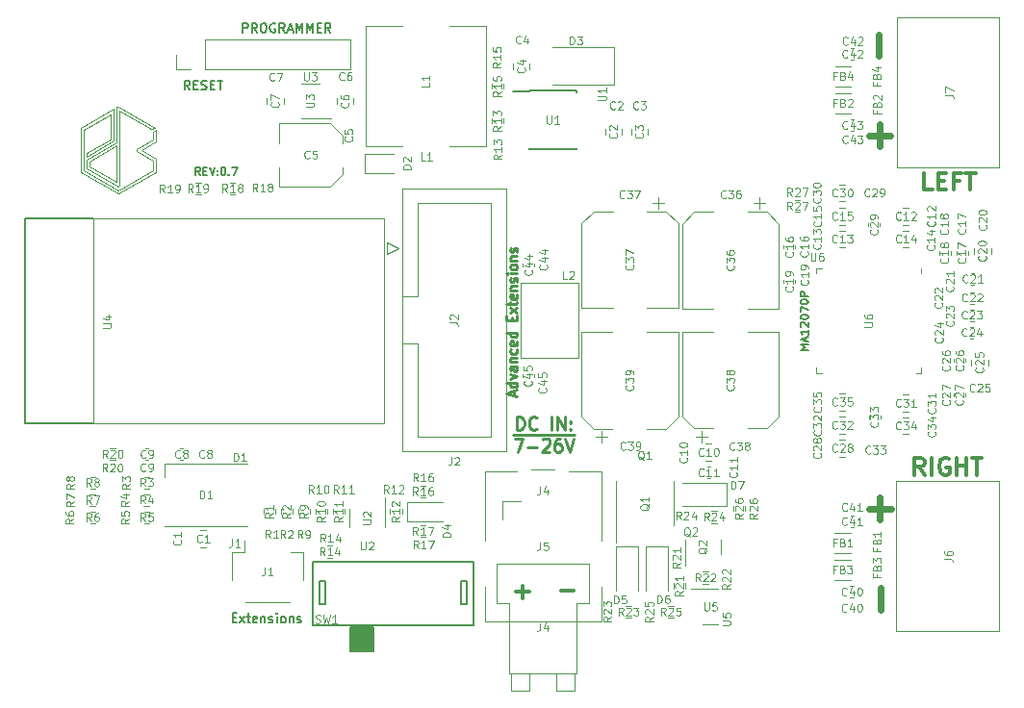
<source format=gbr>
G04 #@! TF.GenerationSoftware,KiCad,Pcbnew,(6.0.4-0)*
G04 #@! TF.CreationDate,2022-09-25T14:52:34+02:00*
G04 #@! TF.ProjectId,muVox,6d75566f-782e-46b6-9963-61645f706362,rc1*
G04 #@! TF.SameCoordinates,Original*
G04 #@! TF.FileFunction,Legend,Top*
G04 #@! TF.FilePolarity,Positive*
%FSLAX46Y46*%
G04 Gerber Fmt 4.6, Leading zero omitted, Abs format (unit mm)*
G04 Created by KiCad (PCBNEW (6.0.4-0)) date 2022-09-25 14:52:34*
%MOMM*%
%LPD*%
G01*
G04 APERTURE LIST*
%ADD10C,0.050000*%
%ADD11C,0.300000*%
%ADD12C,0.250000*%
%ADD13C,0.600000*%
%ADD14C,0.150000*%
%ADD15C,0.375000*%
%ADD16C,0.200000*%
%ADD17C,0.175000*%
%ADD18C,0.212500*%
%ADD19C,0.100000*%
%ADD20C,0.120000*%
%ADD21C,0.127000*%
G04 APERTURE END LIST*
D10*
X82016600Y-115955939D02*
X84821745Y-117564419D01*
X85194494Y-118640284D02*
X85194494Y-117660734D01*
X78565448Y-117486775D02*
X78565448Y-121325128D01*
X79101844Y-120267945D02*
X79101844Y-121008415D01*
X85194494Y-117660734D02*
X84936417Y-117813450D01*
X83489160Y-119327823D02*
X83489160Y-119494049D01*
X81763583Y-115629987D02*
X81763583Y-118740376D01*
X78823525Y-121169254D02*
X78823525Y-117640245D01*
X84936417Y-117813450D02*
X84936417Y-118507299D01*
X78565448Y-121325128D02*
X81878615Y-123242674D01*
X84931357Y-120318161D02*
X84939610Y-121165130D01*
X79096784Y-119671439D02*
X79096784Y-119974887D01*
X79380163Y-120825347D02*
X81763583Y-122206739D01*
X84939610Y-121165130D02*
X81879460Y-122931447D01*
X79101844Y-121008415D02*
X81885259Y-122612771D01*
X84821745Y-117564419D02*
X85091005Y-117415614D01*
X81878615Y-123242674D02*
X85194494Y-121318960D01*
X83901466Y-119401648D02*
X85194494Y-118640284D01*
X85194494Y-121318960D02*
X85194494Y-120170541D01*
X81763583Y-119019226D02*
X79380163Y-120408866D01*
X79380163Y-120408866D02*
X79380163Y-120825347D01*
X81485265Y-115801549D02*
X78565448Y-117486775D01*
X82016600Y-122534862D02*
X82016600Y-115955939D01*
X81884363Y-115562674D02*
X81763583Y-115629987D01*
X81763583Y-118740376D02*
X79101844Y-120267945D01*
X81885259Y-122612771D02*
X82016600Y-122534862D01*
X84936417Y-118507299D02*
X83489160Y-119327823D01*
X81763583Y-122206739D02*
X81763583Y-119019226D01*
X81212006Y-118442131D02*
X79096784Y-119671439D01*
X85194494Y-120170541D02*
X83901466Y-119401648D01*
X78823525Y-117640245D02*
X81212006Y-116267328D01*
X79096784Y-119974887D02*
X81485265Y-118589124D01*
X81212006Y-116267328D02*
X81212006Y-118442131D01*
X81879460Y-122931447D02*
X78823525Y-121169254D01*
X81485265Y-118589124D02*
X81485265Y-115801549D01*
X83489160Y-119494049D02*
X84931357Y-120318161D01*
X85091005Y-117415614D02*
X81884363Y-115562674D01*
D11*
X121981528Y-158176442D02*
X120838671Y-158176442D01*
D12*
X116974157Y-144054157D02*
X116974157Y-142854157D01*
X117236061Y-142854157D01*
X117393204Y-142911300D01*
X117497966Y-143025585D01*
X117550347Y-143139871D01*
X117602728Y-143368442D01*
X117602728Y-143539871D01*
X117550347Y-143768442D01*
X117497966Y-143882728D01*
X117393204Y-143997014D01*
X117236061Y-144054157D01*
X116974157Y-144054157D01*
X118702728Y-143939871D02*
X118650347Y-143997014D01*
X118493204Y-144054157D01*
X118388442Y-144054157D01*
X118231300Y-143997014D01*
X118126538Y-143882728D01*
X118074157Y-143768442D01*
X118021776Y-143539871D01*
X118021776Y-143368442D01*
X118074157Y-143139871D01*
X118126538Y-143025585D01*
X118231300Y-142911300D01*
X118388442Y-142854157D01*
X118493204Y-142854157D01*
X118650347Y-142911300D01*
X118702728Y-142968442D01*
X120012252Y-144054157D02*
X120012252Y-142854157D01*
X120536061Y-144054157D02*
X120536061Y-142854157D01*
X121164633Y-144054157D01*
X121164633Y-142854157D01*
X121688442Y-143939871D02*
X121740823Y-143997014D01*
X121688442Y-144054157D01*
X121636061Y-143997014D01*
X121688442Y-143939871D01*
X121688442Y-144054157D01*
X121688442Y-143311300D02*
X121740823Y-143368442D01*
X121688442Y-143425585D01*
X121636061Y-143368442D01*
X121688442Y-143311300D01*
X121688442Y-143425585D01*
X116607490Y-144447300D02*
X117655109Y-144447300D01*
X116764633Y-144786157D02*
X117497966Y-144786157D01*
X117026538Y-145986157D01*
X117655109Y-144447300D02*
X119017014Y-144447300D01*
X117917014Y-145529014D02*
X118755109Y-145529014D01*
X119017014Y-144447300D02*
X120064633Y-144447300D01*
X119226538Y-144900442D02*
X119278919Y-144843300D01*
X119383680Y-144786157D01*
X119645585Y-144786157D01*
X119750347Y-144843300D01*
X119802728Y-144900442D01*
X119855109Y-145014728D01*
X119855109Y-145129014D01*
X119802728Y-145300442D01*
X119174157Y-145986157D01*
X119855109Y-145986157D01*
X120064633Y-144447300D02*
X121112252Y-144447300D01*
X120797966Y-144786157D02*
X120588442Y-144786157D01*
X120483680Y-144843300D01*
X120431300Y-144900442D01*
X120326538Y-145071871D01*
X120274157Y-145300442D01*
X120274157Y-145757585D01*
X120326538Y-145871871D01*
X120378919Y-145929014D01*
X120483680Y-145986157D01*
X120693204Y-145986157D01*
X120797966Y-145929014D01*
X120850347Y-145871871D01*
X120902728Y-145757585D01*
X120902728Y-145471871D01*
X120850347Y-145357585D01*
X120797966Y-145300442D01*
X120693204Y-145243300D01*
X120483680Y-145243300D01*
X120378919Y-145300442D01*
X120326538Y-145357585D01*
X120274157Y-145471871D01*
X121112252Y-144447300D02*
X122055109Y-144447300D01*
X121217014Y-144786157D02*
X121583680Y-145986157D01*
X121950347Y-144786157D01*
D13*
X148921428Y-151902380D02*
X148921428Y-149997619D01*
X147969047Y-150950000D02*
X149873809Y-150950000D01*
D11*
X118024528Y-158289442D02*
X116881671Y-158289442D01*
X117453100Y-158860871D02*
X117453100Y-157718014D01*
D14*
X89100200Y-121601666D02*
X88866866Y-121268333D01*
X88700200Y-121601666D02*
X88700200Y-120901666D01*
X88966866Y-120901666D01*
X89033533Y-120935000D01*
X89066866Y-120968333D01*
X89100200Y-121035000D01*
X89100200Y-121135000D01*
X89066866Y-121201666D01*
X89033533Y-121235000D01*
X88966866Y-121268333D01*
X88700200Y-121268333D01*
X89400200Y-121235000D02*
X89633533Y-121235000D01*
X89733533Y-121601666D02*
X89400200Y-121601666D01*
X89400200Y-120901666D01*
X89733533Y-120901666D01*
X89933533Y-120901666D02*
X90166866Y-121601666D01*
X90400200Y-120901666D01*
X90633533Y-121535000D02*
X90666866Y-121568333D01*
X90633533Y-121601666D01*
X90600200Y-121568333D01*
X90633533Y-121535000D01*
X90633533Y-121601666D01*
X90633533Y-121168333D02*
X90666866Y-121201666D01*
X90633533Y-121235000D01*
X90600200Y-121201666D01*
X90633533Y-121168333D01*
X90633533Y-121235000D01*
X91100200Y-120901666D02*
X91166866Y-120901666D01*
X91233533Y-120935000D01*
X91266866Y-120968333D01*
X91300200Y-121035000D01*
X91333533Y-121168333D01*
X91333533Y-121335000D01*
X91300200Y-121468333D01*
X91266866Y-121535000D01*
X91233533Y-121568333D01*
X91166866Y-121601666D01*
X91100200Y-121601666D01*
X91033533Y-121568333D01*
X91000200Y-121535000D01*
X90966866Y-121468333D01*
X90933533Y-121335000D01*
X90933533Y-121168333D01*
X90966866Y-121035000D01*
X91000200Y-120968333D01*
X91033533Y-120935000D01*
X91100200Y-120901666D01*
X91633533Y-121535000D02*
X91666866Y-121568333D01*
X91633533Y-121601666D01*
X91600200Y-121568333D01*
X91633533Y-121535000D01*
X91633533Y-121601666D01*
X91900200Y-120901666D02*
X92366866Y-120901666D01*
X92066866Y-121601666D01*
D13*
X149001428Y-159832380D02*
X149001428Y-157927619D01*
D15*
X152820000Y-147988571D02*
X152320000Y-147274285D01*
X151962857Y-147988571D02*
X151962857Y-146488571D01*
X152534285Y-146488571D01*
X152677142Y-146560000D01*
X152748571Y-146631428D01*
X152820000Y-146774285D01*
X152820000Y-146988571D01*
X152748571Y-147131428D01*
X152677142Y-147202857D01*
X152534285Y-147274285D01*
X151962857Y-147274285D01*
X153462857Y-147988571D02*
X153462857Y-146488571D01*
X154962857Y-146560000D02*
X154820000Y-146488571D01*
X154605714Y-146488571D01*
X154391428Y-146560000D01*
X154248571Y-146702857D01*
X154177142Y-146845714D01*
X154105714Y-147131428D01*
X154105714Y-147345714D01*
X154177142Y-147631428D01*
X154248571Y-147774285D01*
X154391428Y-147917142D01*
X154605714Y-147988571D01*
X154748571Y-147988571D01*
X154962857Y-147917142D01*
X155034285Y-147845714D01*
X155034285Y-147345714D01*
X154748571Y-147345714D01*
X155677142Y-147988571D02*
X155677142Y-146488571D01*
X155677142Y-147202857D02*
X156534285Y-147202857D01*
X156534285Y-147988571D02*
X156534285Y-146488571D01*
X157034285Y-146488571D02*
X157891428Y-146488571D01*
X157462857Y-147988571D02*
X157462857Y-146488571D01*
D13*
X148888571Y-117147619D02*
X148888571Y-119052380D01*
X149840952Y-118100000D02*
X147936190Y-118100000D01*
D16*
X91954723Y-160568885D02*
X92221390Y-160568885D01*
X92335676Y-161014123D02*
X91954723Y-161014123D01*
X91954723Y-160164123D01*
X92335676Y-160164123D01*
X92602342Y-161014123D02*
X93021390Y-160447457D01*
X92602342Y-160447457D02*
X93021390Y-161014123D01*
X93211866Y-160447457D02*
X93516628Y-160447457D01*
X93326152Y-160164123D02*
X93326152Y-160892695D01*
X93364247Y-160973647D01*
X93440438Y-161014123D01*
X93516628Y-161014123D01*
X94088057Y-160973647D02*
X94011866Y-161014123D01*
X93859485Y-161014123D01*
X93783295Y-160973647D01*
X93745200Y-160892695D01*
X93745200Y-160568885D01*
X93783295Y-160487933D01*
X93859485Y-160447457D01*
X94011866Y-160447457D01*
X94088057Y-160487933D01*
X94126152Y-160568885D01*
X94126152Y-160649838D01*
X93745200Y-160730790D01*
X94469009Y-160447457D02*
X94469009Y-161014123D01*
X94469009Y-160528409D02*
X94507104Y-160487933D01*
X94583295Y-160447457D01*
X94697580Y-160447457D01*
X94773771Y-160487933D01*
X94811866Y-160568885D01*
X94811866Y-161014123D01*
X95154723Y-160973647D02*
X95230914Y-161014123D01*
X95383295Y-161014123D01*
X95459485Y-160973647D01*
X95497580Y-160892695D01*
X95497580Y-160852219D01*
X95459485Y-160771266D01*
X95383295Y-160730790D01*
X95269009Y-160730790D01*
X95192819Y-160690314D01*
X95154723Y-160609361D01*
X95154723Y-160568885D01*
X95192819Y-160487933D01*
X95269009Y-160447457D01*
X95383295Y-160447457D01*
X95459485Y-160487933D01*
X95840438Y-161014123D02*
X95840438Y-160447457D01*
X95840438Y-160164123D02*
X95802342Y-160204600D01*
X95840438Y-160245076D01*
X95878533Y-160204600D01*
X95840438Y-160164123D01*
X95840438Y-160245076D01*
X96335676Y-161014123D02*
X96259485Y-160973647D01*
X96221390Y-160933171D01*
X96183295Y-160852219D01*
X96183295Y-160609361D01*
X96221390Y-160528409D01*
X96259485Y-160487933D01*
X96335676Y-160447457D01*
X96449961Y-160447457D01*
X96526152Y-160487933D01*
X96564247Y-160528409D01*
X96602342Y-160609361D01*
X96602342Y-160852219D01*
X96564247Y-160933171D01*
X96526152Y-160973647D01*
X96449961Y-161014123D01*
X96335676Y-161014123D01*
X96945199Y-160447457D02*
X96945199Y-161014123D01*
X96945199Y-160528409D02*
X96983295Y-160487933D01*
X97059485Y-160447457D01*
X97173771Y-160447457D01*
X97249961Y-160487933D01*
X97288057Y-160568885D01*
X97288057Y-161014123D01*
X97630914Y-160973647D02*
X97707104Y-161014123D01*
X97859485Y-161014123D01*
X97935676Y-160973647D01*
X97973771Y-160892695D01*
X97973771Y-160852219D01*
X97935676Y-160771266D01*
X97859485Y-160730790D01*
X97745199Y-160730790D01*
X97669009Y-160690314D01*
X97630914Y-160609361D01*
X97630914Y-160568885D01*
X97669009Y-160487933D01*
X97745199Y-160447457D01*
X97859485Y-160447457D01*
X97935676Y-160487933D01*
D15*
X153521428Y-122908571D02*
X152807142Y-122908571D01*
X152807142Y-121408571D01*
X154021428Y-122122857D02*
X154521428Y-122122857D01*
X154735714Y-122908571D02*
X154021428Y-122908571D01*
X154021428Y-121408571D01*
X154735714Y-121408571D01*
X155878571Y-122122857D02*
X155378571Y-122122857D01*
X155378571Y-122908571D02*
X155378571Y-121408571D01*
X156092857Y-121408571D01*
X156450000Y-121408571D02*
X157307142Y-121408571D01*
X156878571Y-122908571D02*
X156878571Y-121408571D01*
D16*
X92842480Y-109041204D02*
X92842480Y-108241204D01*
X93147242Y-108241204D01*
X93223433Y-108279300D01*
X93261528Y-108317395D01*
X93299623Y-108393585D01*
X93299623Y-108507871D01*
X93261528Y-108584061D01*
X93223433Y-108622157D01*
X93147242Y-108660252D01*
X92842480Y-108660252D01*
X94099623Y-109041204D02*
X93832957Y-108660252D01*
X93642480Y-109041204D02*
X93642480Y-108241204D01*
X93947242Y-108241204D01*
X94023433Y-108279300D01*
X94061528Y-108317395D01*
X94099623Y-108393585D01*
X94099623Y-108507871D01*
X94061528Y-108584061D01*
X94023433Y-108622157D01*
X93947242Y-108660252D01*
X93642480Y-108660252D01*
X94594861Y-108241204D02*
X94747242Y-108241204D01*
X94823433Y-108279300D01*
X94899623Y-108355490D01*
X94937719Y-108507871D01*
X94937719Y-108774538D01*
X94899623Y-108926919D01*
X94823433Y-109003109D01*
X94747242Y-109041204D01*
X94594861Y-109041204D01*
X94518671Y-109003109D01*
X94442480Y-108926919D01*
X94404385Y-108774538D01*
X94404385Y-108507871D01*
X94442480Y-108355490D01*
X94518671Y-108279300D01*
X94594861Y-108241204D01*
X95699623Y-108279300D02*
X95623433Y-108241204D01*
X95509147Y-108241204D01*
X95394861Y-108279300D01*
X95318671Y-108355490D01*
X95280576Y-108431680D01*
X95242480Y-108584061D01*
X95242480Y-108698347D01*
X95280576Y-108850728D01*
X95318671Y-108926919D01*
X95394861Y-109003109D01*
X95509147Y-109041204D01*
X95585338Y-109041204D01*
X95699623Y-109003109D01*
X95737719Y-108965014D01*
X95737719Y-108698347D01*
X95585338Y-108698347D01*
X96537719Y-109041204D02*
X96271052Y-108660252D01*
X96080576Y-109041204D02*
X96080576Y-108241204D01*
X96385338Y-108241204D01*
X96461528Y-108279300D01*
X96499623Y-108317395D01*
X96537719Y-108393585D01*
X96537719Y-108507871D01*
X96499623Y-108584061D01*
X96461528Y-108622157D01*
X96385338Y-108660252D01*
X96080576Y-108660252D01*
X96842480Y-108812633D02*
X97223433Y-108812633D01*
X96766290Y-109041204D02*
X97032957Y-108241204D01*
X97299623Y-109041204D01*
X97566290Y-109041204D02*
X97566290Y-108241204D01*
X97832957Y-108812633D01*
X98099623Y-108241204D01*
X98099623Y-109041204D01*
X98480576Y-109041204D02*
X98480576Y-108241204D01*
X98747242Y-108812633D01*
X99013909Y-108241204D01*
X99013909Y-109041204D01*
X99394861Y-108622157D02*
X99661528Y-108622157D01*
X99775814Y-109041204D02*
X99394861Y-109041204D01*
X99394861Y-108241204D01*
X99775814Y-108241204D01*
X100575814Y-109041204D02*
X100309147Y-108660252D01*
X100118671Y-109041204D02*
X100118671Y-108241204D01*
X100423433Y-108241204D01*
X100499623Y-108279300D01*
X100537719Y-108317395D01*
X100575814Y-108393585D01*
X100575814Y-108507871D01*
X100537719Y-108584061D01*
X100499623Y-108622157D01*
X100423433Y-108660252D01*
X100118671Y-108660252D01*
D17*
X142596666Y-136990000D02*
X141896666Y-136990000D01*
X142396666Y-136756666D01*
X141896666Y-136523333D01*
X142596666Y-136523333D01*
X142396666Y-136223333D02*
X142396666Y-135890000D01*
X142596666Y-136290000D02*
X141896666Y-136056666D01*
X142596666Y-135823333D01*
X142596666Y-135223333D02*
X142596666Y-135623333D01*
X142596666Y-135423333D02*
X141896666Y-135423333D01*
X141996666Y-135490000D01*
X142063333Y-135556666D01*
X142096666Y-135623333D01*
X141963333Y-134956666D02*
X141930000Y-134923333D01*
X141896666Y-134856666D01*
X141896666Y-134690000D01*
X141930000Y-134623333D01*
X141963333Y-134590000D01*
X142030000Y-134556666D01*
X142096666Y-134556666D01*
X142196666Y-134590000D01*
X142596666Y-134990000D01*
X142596666Y-134556666D01*
X141896666Y-134123333D02*
X141896666Y-134056666D01*
X141930000Y-133990000D01*
X141963333Y-133956666D01*
X142030000Y-133923333D01*
X142163333Y-133890000D01*
X142330000Y-133890000D01*
X142463333Y-133923333D01*
X142530000Y-133956666D01*
X142563333Y-133990000D01*
X142596666Y-134056666D01*
X142596666Y-134123333D01*
X142563333Y-134190000D01*
X142530000Y-134223333D01*
X142463333Y-134256666D01*
X142330000Y-134290000D01*
X142163333Y-134290000D01*
X142030000Y-134256666D01*
X141963333Y-134223333D01*
X141930000Y-134190000D01*
X141896666Y-134123333D01*
X141896666Y-133656666D02*
X141896666Y-133190000D01*
X142596666Y-133490000D01*
X141896666Y-132790000D02*
X141896666Y-132723333D01*
X141930000Y-132656666D01*
X141963333Y-132623333D01*
X142030000Y-132590000D01*
X142163333Y-132556666D01*
X142330000Y-132556666D01*
X142463333Y-132590000D01*
X142530000Y-132623333D01*
X142563333Y-132656666D01*
X142596666Y-132723333D01*
X142596666Y-132790000D01*
X142563333Y-132856666D01*
X142530000Y-132890000D01*
X142463333Y-132923333D01*
X142330000Y-132956666D01*
X142163333Y-132956666D01*
X142030000Y-132923333D01*
X141963333Y-132890000D01*
X141930000Y-132856666D01*
X141896666Y-132790000D01*
X142596666Y-132256666D02*
X141896666Y-132256666D01*
X141896666Y-131990000D01*
X141930000Y-131923333D01*
X141963333Y-131890000D01*
X142030000Y-131856666D01*
X142130000Y-131856666D01*
X142196666Y-131890000D01*
X142230000Y-131923333D01*
X142263333Y-131990000D01*
X142263333Y-132256666D01*
D13*
X148808571Y-109217619D02*
X148808571Y-111122380D01*
D16*
X88178195Y-114091204D02*
X87911528Y-113710252D01*
X87721052Y-114091204D02*
X87721052Y-113291204D01*
X88025814Y-113291204D01*
X88102004Y-113329300D01*
X88140100Y-113367395D01*
X88178195Y-113443585D01*
X88178195Y-113557871D01*
X88140100Y-113634061D01*
X88102004Y-113672157D01*
X88025814Y-113710252D01*
X87721052Y-113710252D01*
X88521052Y-113672157D02*
X88787719Y-113672157D01*
X88902004Y-114091204D02*
X88521052Y-114091204D01*
X88521052Y-113291204D01*
X88902004Y-113291204D01*
X89206766Y-114053109D02*
X89321052Y-114091204D01*
X89511528Y-114091204D01*
X89587719Y-114053109D01*
X89625814Y-114015014D01*
X89663909Y-113938823D01*
X89663909Y-113862633D01*
X89625814Y-113786442D01*
X89587719Y-113748347D01*
X89511528Y-113710252D01*
X89359147Y-113672157D01*
X89282957Y-113634061D01*
X89244861Y-113595966D01*
X89206766Y-113519776D01*
X89206766Y-113443585D01*
X89244861Y-113367395D01*
X89282957Y-113329300D01*
X89359147Y-113291204D01*
X89549623Y-113291204D01*
X89663909Y-113329300D01*
X90006766Y-113672157D02*
X90273433Y-113672157D01*
X90387719Y-114091204D02*
X90006766Y-114091204D01*
X90006766Y-113291204D01*
X90387719Y-113291204D01*
X90616290Y-113291204D02*
X91073433Y-113291204D01*
X90844861Y-114091204D02*
X90844861Y-113291204D01*
D18*
X116715100Y-141000728D02*
X116715100Y-140595966D01*
X116972242Y-141081680D02*
X116072242Y-140798347D01*
X116972242Y-140515014D01*
X116972242Y-139867395D02*
X116072242Y-139867395D01*
X116929385Y-139867395D02*
X116972242Y-139948347D01*
X116972242Y-140110252D01*
X116929385Y-140191204D01*
X116886528Y-140231680D01*
X116800814Y-140272157D01*
X116543671Y-140272157D01*
X116457957Y-140231680D01*
X116415100Y-140191204D01*
X116372242Y-140110252D01*
X116372242Y-139948347D01*
X116415100Y-139867395D01*
X116372242Y-139543585D02*
X116972242Y-139341204D01*
X116372242Y-139138823D01*
X116972242Y-138450728D02*
X116500814Y-138450728D01*
X116415100Y-138491204D01*
X116372242Y-138572157D01*
X116372242Y-138734061D01*
X116415100Y-138815014D01*
X116929385Y-138450728D02*
X116972242Y-138531680D01*
X116972242Y-138734061D01*
X116929385Y-138815014D01*
X116843671Y-138855490D01*
X116757957Y-138855490D01*
X116672242Y-138815014D01*
X116629385Y-138734061D01*
X116629385Y-138531680D01*
X116586528Y-138450728D01*
X116372242Y-138045966D02*
X116972242Y-138045966D01*
X116457957Y-138045966D02*
X116415100Y-138005490D01*
X116372242Y-137924538D01*
X116372242Y-137803109D01*
X116415100Y-137722157D01*
X116500814Y-137681680D01*
X116972242Y-137681680D01*
X116929385Y-136912633D02*
X116972242Y-136993585D01*
X116972242Y-137155490D01*
X116929385Y-137236442D01*
X116886528Y-137276919D01*
X116800814Y-137317395D01*
X116543671Y-137317395D01*
X116457957Y-137276919D01*
X116415100Y-137236442D01*
X116372242Y-137155490D01*
X116372242Y-136993585D01*
X116415100Y-136912633D01*
X116929385Y-136224538D02*
X116972242Y-136305490D01*
X116972242Y-136467395D01*
X116929385Y-136548347D01*
X116843671Y-136588823D01*
X116500814Y-136588823D01*
X116415100Y-136548347D01*
X116372242Y-136467395D01*
X116372242Y-136305490D01*
X116415100Y-136224538D01*
X116500814Y-136184061D01*
X116586528Y-136184061D01*
X116672242Y-136588823D01*
X116972242Y-135455490D02*
X116072242Y-135455490D01*
X116929385Y-135455490D02*
X116972242Y-135536442D01*
X116972242Y-135698347D01*
X116929385Y-135779300D01*
X116886528Y-135819776D01*
X116800814Y-135860252D01*
X116543671Y-135860252D01*
X116457957Y-135819776D01*
X116415100Y-135779300D01*
X116372242Y-135698347D01*
X116372242Y-135536442D01*
X116415100Y-135455490D01*
X116500814Y-134403109D02*
X116500814Y-134119776D01*
X116972242Y-133998347D02*
X116972242Y-134403109D01*
X116072242Y-134403109D01*
X116072242Y-133998347D01*
X116972242Y-133715014D02*
X116372242Y-133269776D01*
X116372242Y-133715014D02*
X116972242Y-133269776D01*
X116372242Y-133067395D02*
X116372242Y-132743585D01*
X116072242Y-132945966D02*
X116843671Y-132945966D01*
X116929385Y-132905490D01*
X116972242Y-132824538D01*
X116972242Y-132743585D01*
X116929385Y-132136442D02*
X116972242Y-132217395D01*
X116972242Y-132379300D01*
X116929385Y-132460252D01*
X116843671Y-132500728D01*
X116500814Y-132500728D01*
X116415100Y-132460252D01*
X116372242Y-132379300D01*
X116372242Y-132217395D01*
X116415100Y-132136442D01*
X116500814Y-132095966D01*
X116586528Y-132095966D01*
X116672242Y-132500728D01*
X116372242Y-131731680D02*
X116972242Y-131731680D01*
X116457957Y-131731680D02*
X116415100Y-131691204D01*
X116372242Y-131610252D01*
X116372242Y-131488823D01*
X116415100Y-131407871D01*
X116500814Y-131367395D01*
X116972242Y-131367395D01*
X116929385Y-131003109D02*
X116972242Y-130922157D01*
X116972242Y-130760252D01*
X116929385Y-130679300D01*
X116843671Y-130638823D01*
X116800814Y-130638823D01*
X116715100Y-130679300D01*
X116672242Y-130760252D01*
X116672242Y-130881680D01*
X116629385Y-130962633D01*
X116543671Y-131003109D01*
X116500814Y-131003109D01*
X116415100Y-130962633D01*
X116372242Y-130881680D01*
X116372242Y-130760252D01*
X116415100Y-130679300D01*
X116972242Y-130274538D02*
X116372242Y-130274538D01*
X116072242Y-130274538D02*
X116115100Y-130315014D01*
X116157957Y-130274538D01*
X116115100Y-130234061D01*
X116072242Y-130274538D01*
X116157957Y-130274538D01*
X116972242Y-129748347D02*
X116929385Y-129829300D01*
X116886528Y-129869776D01*
X116800814Y-129910252D01*
X116543671Y-129910252D01*
X116457957Y-129869776D01*
X116415100Y-129829300D01*
X116372242Y-129748347D01*
X116372242Y-129626919D01*
X116415100Y-129545966D01*
X116457957Y-129505490D01*
X116543671Y-129465014D01*
X116800814Y-129465014D01*
X116886528Y-129505490D01*
X116929385Y-129545966D01*
X116972242Y-129626919D01*
X116972242Y-129748347D01*
X116372242Y-129100728D02*
X116972242Y-129100728D01*
X116457957Y-129100728D02*
X116415100Y-129060252D01*
X116372242Y-128979300D01*
X116372242Y-128857871D01*
X116415100Y-128776919D01*
X116500814Y-128736442D01*
X116972242Y-128736442D01*
X116929385Y-128372157D02*
X116972242Y-128291204D01*
X116972242Y-128129300D01*
X116929385Y-128048347D01*
X116843671Y-128007871D01*
X116800814Y-128007871D01*
X116715100Y-128048347D01*
X116672242Y-128129300D01*
X116672242Y-128250728D01*
X116629385Y-128331680D01*
X116543671Y-128372157D01*
X116500814Y-128372157D01*
X116415100Y-128331680D01*
X116372242Y-128250728D01*
X116372242Y-128129300D01*
X116415100Y-128048347D01*
D19*
X101773433Y-113179300D02*
X101740100Y-113212633D01*
X101640100Y-113245966D01*
X101573433Y-113245966D01*
X101473433Y-113212633D01*
X101406766Y-113145966D01*
X101373433Y-113079300D01*
X101340100Y-112945966D01*
X101340100Y-112845966D01*
X101373433Y-112712633D01*
X101406766Y-112645966D01*
X101473433Y-112579300D01*
X101573433Y-112545966D01*
X101640100Y-112545966D01*
X101740100Y-112579300D01*
X101773433Y-112612633D01*
X102373433Y-112545966D02*
X102240100Y-112545966D01*
X102173433Y-112579300D01*
X102140100Y-112612633D01*
X102073433Y-112712633D01*
X102040100Y-112845966D01*
X102040100Y-113112633D01*
X102073433Y-113179300D01*
X102106766Y-113212633D01*
X102173433Y-113245966D01*
X102306766Y-113245966D01*
X102373433Y-113212633D01*
X102406766Y-113179300D01*
X102440100Y-113112633D01*
X102440100Y-112945966D01*
X102406766Y-112879300D01*
X102373433Y-112845966D01*
X102306766Y-112812633D01*
X102173433Y-112812633D01*
X102106766Y-112845966D01*
X102073433Y-112879300D01*
X102040100Y-112945966D01*
X102109100Y-115213466D02*
X102142433Y-115246800D01*
X102175766Y-115346800D01*
X102175766Y-115413466D01*
X102142433Y-115513466D01*
X102075766Y-115580133D01*
X102009100Y-115613466D01*
X101875766Y-115646800D01*
X101775766Y-115646800D01*
X101642433Y-115613466D01*
X101575766Y-115580133D01*
X101509100Y-115513466D01*
X101475766Y-115413466D01*
X101475766Y-115346800D01*
X101509100Y-115246800D01*
X101542433Y-115213466D01*
X101475766Y-114613466D02*
X101475766Y-114746800D01*
X101509100Y-114813466D01*
X101542433Y-114846800D01*
X101642433Y-114913466D01*
X101775766Y-114946800D01*
X102042433Y-114946800D01*
X102109100Y-114913466D01*
X102142433Y-114880133D01*
X102175766Y-114813466D01*
X102175766Y-114680133D01*
X102142433Y-114613466D01*
X102109100Y-114580133D01*
X102042433Y-114546800D01*
X101875766Y-114546800D01*
X101809100Y-114580133D01*
X101775766Y-114613466D01*
X101742433Y-114680133D01*
X101742433Y-114813466D01*
X101775766Y-114880133D01*
X101809100Y-114913466D01*
X101875766Y-114946800D01*
X95623433Y-113229300D02*
X95590100Y-113262633D01*
X95490100Y-113295966D01*
X95423433Y-113295966D01*
X95323433Y-113262633D01*
X95256766Y-113195966D01*
X95223433Y-113129300D01*
X95190100Y-112995966D01*
X95190100Y-112895966D01*
X95223433Y-112762633D01*
X95256766Y-112695966D01*
X95323433Y-112629300D01*
X95423433Y-112595966D01*
X95490100Y-112595966D01*
X95590100Y-112629300D01*
X95623433Y-112662633D01*
X95856766Y-112595966D02*
X96323433Y-112595966D01*
X96023433Y-113295966D01*
X95959100Y-115196566D02*
X95992433Y-115229900D01*
X96025766Y-115329900D01*
X96025766Y-115396566D01*
X95992433Y-115496566D01*
X95925766Y-115563233D01*
X95859100Y-115596566D01*
X95725766Y-115629900D01*
X95625766Y-115629900D01*
X95492433Y-115596566D01*
X95425766Y-115563233D01*
X95359100Y-115496566D01*
X95325766Y-115396566D01*
X95325766Y-115329900D01*
X95359100Y-115229900D01*
X95392433Y-115196566D01*
X95325766Y-114963233D02*
X95325766Y-114496566D01*
X96025766Y-114796566D01*
X119026766Y-153905966D02*
X119026766Y-154405966D01*
X118993433Y-154505966D01*
X118926766Y-154572633D01*
X118826766Y-154605966D01*
X118760100Y-154605966D01*
X119693433Y-153905966D02*
X119360100Y-153905966D01*
X119326766Y-154239300D01*
X119360100Y-154205966D01*
X119426766Y-154172633D01*
X119593433Y-154172633D01*
X119660100Y-154205966D01*
X119693433Y-154239300D01*
X119726766Y-154305966D01*
X119726766Y-154472633D01*
X119693433Y-154539300D01*
X119660100Y-154572633D01*
X119593433Y-154605966D01*
X119426766Y-154605966D01*
X119360100Y-154572633D01*
X119326766Y-154539300D01*
X128148913Y-146668423D02*
X128082246Y-146635090D01*
X128015580Y-146568423D01*
X127915580Y-146468423D01*
X127848913Y-146435090D01*
X127782246Y-146435090D01*
X127815580Y-146601756D02*
X127748913Y-146568423D01*
X127682246Y-146501756D01*
X127648913Y-146368423D01*
X127648913Y-146135090D01*
X127682246Y-146001756D01*
X127748913Y-145935090D01*
X127815580Y-145901756D01*
X127948913Y-145901756D01*
X128015580Y-145935090D01*
X128082246Y-146001756D01*
X128115580Y-146135090D01*
X128115580Y-146368423D01*
X128082246Y-146501756D01*
X128015580Y-146568423D01*
X127948913Y-146601756D01*
X127815580Y-146601756D01*
X128782246Y-146601756D02*
X128382246Y-146601756D01*
X128582246Y-146601756D02*
X128582246Y-145901756D01*
X128515580Y-146001756D01*
X128448913Y-146068423D01*
X128382246Y-146101756D01*
X128602533Y-150559766D02*
X128569200Y-150626433D01*
X128502533Y-150693100D01*
X128402533Y-150793100D01*
X128369200Y-150859766D01*
X128369200Y-150926433D01*
X128535866Y-150893100D02*
X128502533Y-150959766D01*
X128435866Y-151026433D01*
X128302533Y-151059766D01*
X128069200Y-151059766D01*
X127935866Y-151026433D01*
X127869200Y-150959766D01*
X127835866Y-150893100D01*
X127835866Y-150759766D01*
X127869200Y-150693100D01*
X127935866Y-150626433D01*
X128069200Y-150593100D01*
X128302533Y-150593100D01*
X128435866Y-150626433D01*
X128502533Y-150693100D01*
X128535866Y-150759766D01*
X128535866Y-150893100D01*
X128535866Y-149926433D02*
X128535866Y-150326433D01*
X128535866Y-150126433D02*
X127835866Y-150126433D01*
X127935866Y-150193100D01*
X128002533Y-150259766D01*
X128035866Y-150326433D01*
X98256766Y-112570966D02*
X98256766Y-113137633D01*
X98290100Y-113204300D01*
X98323433Y-113237633D01*
X98390100Y-113270966D01*
X98523433Y-113270966D01*
X98590100Y-113237633D01*
X98623433Y-113204300D01*
X98656766Y-113137633D01*
X98656766Y-112570966D01*
X98923433Y-112570966D02*
X99356766Y-112570966D01*
X99123433Y-112837633D01*
X99223433Y-112837633D01*
X99290100Y-112870966D01*
X99323433Y-112904300D01*
X99356766Y-112970966D01*
X99356766Y-113137633D01*
X99323433Y-113204300D01*
X99290100Y-113237633D01*
X99223433Y-113270966D01*
X99023433Y-113270966D01*
X98956766Y-113237633D01*
X98923433Y-113204300D01*
X98406766Y-115612633D02*
X98973433Y-115612633D01*
X99040100Y-115579300D01*
X99073433Y-115545966D01*
X99106766Y-115479300D01*
X99106766Y-115345966D01*
X99073433Y-115279300D01*
X99040100Y-115245966D01*
X98973433Y-115212633D01*
X98406766Y-115212633D01*
X98406766Y-114945966D02*
X98406766Y-114512633D01*
X98673433Y-114745966D01*
X98673433Y-114645966D01*
X98706766Y-114579300D01*
X98740100Y-114545966D01*
X98806766Y-114512633D01*
X98973433Y-114512633D01*
X99040100Y-114545966D01*
X99073433Y-114579300D01*
X99106766Y-114645966D01*
X99106766Y-114845966D01*
X99073433Y-114912633D01*
X99040100Y-114945966D01*
X78015266Y-148782866D02*
X77681933Y-149016200D01*
X78015266Y-149182866D02*
X77315266Y-149182866D01*
X77315266Y-148916200D01*
X77348600Y-148849533D01*
X77381933Y-148816200D01*
X77448600Y-148782866D01*
X77548600Y-148782866D01*
X77615266Y-148816200D01*
X77648600Y-148849533D01*
X77681933Y-148916200D01*
X77681933Y-149182866D01*
X77615266Y-148382866D02*
X77581933Y-148449533D01*
X77548600Y-148482866D01*
X77481933Y-148516200D01*
X77448600Y-148516200D01*
X77381933Y-148482866D01*
X77348600Y-148449533D01*
X77315266Y-148382866D01*
X77315266Y-148249533D01*
X77348600Y-148182866D01*
X77381933Y-148149533D01*
X77448600Y-148116200D01*
X77481933Y-148116200D01*
X77548600Y-148149533D01*
X77581933Y-148182866D01*
X77615266Y-148249533D01*
X77615266Y-148382866D01*
X77648600Y-148449533D01*
X77681933Y-148482866D01*
X77748600Y-148516200D01*
X77881933Y-148516200D01*
X77948600Y-148482866D01*
X77981933Y-148449533D01*
X78015266Y-148382866D01*
X78015266Y-148249533D01*
X77981933Y-148182866D01*
X77948600Y-148149533D01*
X77881933Y-148116200D01*
X77748600Y-148116200D01*
X77681933Y-148149533D01*
X77648600Y-148182866D01*
X77615266Y-148249533D01*
X79537733Y-149008266D02*
X79304400Y-148674933D01*
X79137733Y-149008266D02*
X79137733Y-148308266D01*
X79404400Y-148308266D01*
X79471066Y-148341600D01*
X79504400Y-148374933D01*
X79537733Y-148441600D01*
X79537733Y-148541600D01*
X79504400Y-148608266D01*
X79471066Y-148641600D01*
X79404400Y-148674933D01*
X79137733Y-148674933D01*
X79937733Y-148608266D02*
X79871066Y-148574933D01*
X79837733Y-148541600D01*
X79804400Y-148474933D01*
X79804400Y-148441600D01*
X79837733Y-148374933D01*
X79871066Y-148341600D01*
X79937733Y-148308266D01*
X80071066Y-148308266D01*
X80137733Y-148341600D01*
X80171066Y-148374933D01*
X80204400Y-148441600D01*
X80204400Y-148474933D01*
X80171066Y-148541600D01*
X80137733Y-148574933D01*
X80071066Y-148608266D01*
X79937733Y-148608266D01*
X79871066Y-148641600D01*
X79837733Y-148674933D01*
X79804400Y-148741600D01*
X79804400Y-148874933D01*
X79837733Y-148941600D01*
X79871066Y-148974933D01*
X79937733Y-149008266D01*
X80071066Y-149008266D01*
X80137733Y-148974933D01*
X80171066Y-148941600D01*
X80204400Y-148874933D01*
X80204400Y-148741600D01*
X80171066Y-148674933D01*
X80137733Y-148641600D01*
X80071066Y-148608266D01*
X111196466Y-146428666D02*
X111196466Y-146928666D01*
X111163133Y-147028666D01*
X111096466Y-147095333D01*
X110996466Y-147128666D01*
X110929800Y-147128666D01*
X111496466Y-146495333D02*
X111529800Y-146462000D01*
X111596466Y-146428666D01*
X111763133Y-146428666D01*
X111829800Y-146462000D01*
X111863133Y-146495333D01*
X111896466Y-146562000D01*
X111896466Y-146628666D01*
X111863133Y-146728666D01*
X111463133Y-147128666D01*
X111896466Y-147128666D01*
X111074266Y-134587633D02*
X111574266Y-134587633D01*
X111674266Y-134620966D01*
X111740933Y-134687633D01*
X111774266Y-134787633D01*
X111774266Y-134854300D01*
X111140933Y-134287633D02*
X111107600Y-134254300D01*
X111074266Y-134187633D01*
X111074266Y-134020966D01*
X111107600Y-133954300D01*
X111140933Y-133920966D01*
X111207600Y-133887633D01*
X111274266Y-133887633D01*
X111374266Y-133920966D01*
X111774266Y-134320966D01*
X111774266Y-133887633D01*
X142520000Y-128330000D02*
X142553333Y-128363333D01*
X142586666Y-128463333D01*
X142586666Y-128530000D01*
X142553333Y-128630000D01*
X142486666Y-128696666D01*
X142420000Y-128730000D01*
X142286666Y-128763333D01*
X142186666Y-128763333D01*
X142053333Y-128730000D01*
X141986666Y-128696666D01*
X141920000Y-128630000D01*
X141886666Y-128530000D01*
X141886666Y-128463333D01*
X141920000Y-128363333D01*
X141953333Y-128330000D01*
X142586666Y-127663333D02*
X142586666Y-128063333D01*
X142586666Y-127863333D02*
X141886666Y-127863333D01*
X141986666Y-127930000D01*
X142053333Y-127996666D01*
X142086666Y-128063333D01*
X141886666Y-127063333D02*
X141886666Y-127196666D01*
X141920000Y-127263333D01*
X141953333Y-127296666D01*
X142053333Y-127363333D01*
X142186666Y-127396666D01*
X142453333Y-127396666D01*
X142520000Y-127363333D01*
X142553333Y-127330000D01*
X142586666Y-127263333D01*
X142586666Y-127130000D01*
X142553333Y-127063333D01*
X142520000Y-127030000D01*
X142453333Y-126996666D01*
X142286666Y-126996666D01*
X142220000Y-127030000D01*
X142186666Y-127063333D01*
X142153333Y-127130000D01*
X142153333Y-127263333D01*
X142186666Y-127330000D01*
X142220000Y-127363333D01*
X142286666Y-127396666D01*
X141210100Y-128369300D02*
X141243433Y-128402633D01*
X141276766Y-128502633D01*
X141276766Y-128569300D01*
X141243433Y-128669300D01*
X141176766Y-128735966D01*
X141110100Y-128769300D01*
X140976766Y-128802633D01*
X140876766Y-128802633D01*
X140743433Y-128769300D01*
X140676766Y-128735966D01*
X140610100Y-128669300D01*
X140576766Y-128569300D01*
X140576766Y-128502633D01*
X140610100Y-128402633D01*
X140643433Y-128369300D01*
X141276766Y-127702633D02*
X141276766Y-128102633D01*
X141276766Y-127902633D02*
X140576766Y-127902633D01*
X140676766Y-127969300D01*
X140743433Y-128035966D01*
X140776766Y-128102633D01*
X140576766Y-127102633D02*
X140576766Y-127235966D01*
X140610100Y-127302633D01*
X140643433Y-127335966D01*
X140743433Y-127402633D01*
X140876766Y-127435966D01*
X141143433Y-127435966D01*
X141210100Y-127402633D01*
X141243433Y-127369300D01*
X141276766Y-127302633D01*
X141276766Y-127169300D01*
X141243433Y-127102633D01*
X141210100Y-127069300D01*
X141143433Y-127035966D01*
X140976766Y-127035966D01*
X140910100Y-127069300D01*
X140876766Y-127102633D01*
X140843433Y-127169300D01*
X140843433Y-127302633D01*
X140876766Y-127369300D01*
X140910100Y-127402633D01*
X140976766Y-127435966D01*
X103251066Y-153870866D02*
X103251066Y-154437533D01*
X103284400Y-154504200D01*
X103317733Y-154537533D01*
X103384400Y-154570866D01*
X103517733Y-154570866D01*
X103584400Y-154537533D01*
X103617733Y-154504200D01*
X103651066Y-154437533D01*
X103651066Y-153870866D01*
X103951066Y-153937533D02*
X103984400Y-153904200D01*
X104051066Y-153870866D01*
X104217733Y-153870866D01*
X104284400Y-153904200D01*
X104317733Y-153937533D01*
X104351066Y-154004200D01*
X104351066Y-154070866D01*
X104317733Y-154170866D01*
X103917733Y-154570866D01*
X104351066Y-154570866D01*
X103430066Y-152318533D02*
X103996733Y-152318533D01*
X104063400Y-152285200D01*
X104096733Y-152251866D01*
X104130066Y-152185200D01*
X104130066Y-152051866D01*
X104096733Y-151985200D01*
X104063400Y-151951866D01*
X103996733Y-151918533D01*
X103430066Y-151918533D01*
X103496733Y-151618533D02*
X103463400Y-151585200D01*
X103430066Y-151518533D01*
X103430066Y-151351866D01*
X103463400Y-151285200D01*
X103496733Y-151251866D01*
X103563400Y-151218533D01*
X103630066Y-151218533D01*
X103730066Y-151251866D01*
X104130066Y-151651866D01*
X104130066Y-151218533D01*
X102440100Y-118220966D02*
X102473433Y-118254300D01*
X102506766Y-118354300D01*
X102506766Y-118420966D01*
X102473433Y-118520966D01*
X102406766Y-118587633D01*
X102340100Y-118620966D01*
X102206766Y-118654300D01*
X102106766Y-118654300D01*
X101973433Y-118620966D01*
X101906766Y-118587633D01*
X101840100Y-118520966D01*
X101806766Y-118420966D01*
X101806766Y-118354300D01*
X101840100Y-118254300D01*
X101873433Y-118220966D01*
X101806766Y-117587633D02*
X101806766Y-117920966D01*
X102140100Y-117954300D01*
X102106766Y-117920966D01*
X102073433Y-117854300D01*
X102073433Y-117687633D01*
X102106766Y-117620966D01*
X102140100Y-117587633D01*
X102206766Y-117554300D01*
X102373433Y-117554300D01*
X102440100Y-117587633D01*
X102473433Y-117620966D01*
X102506766Y-117687633D01*
X102506766Y-117854300D01*
X102473433Y-117920966D01*
X102440100Y-117954300D01*
X98723433Y-120079300D02*
X98690100Y-120112633D01*
X98590100Y-120145966D01*
X98523433Y-120145966D01*
X98423433Y-120112633D01*
X98356766Y-120045966D01*
X98323433Y-119979300D01*
X98290100Y-119845966D01*
X98290100Y-119745966D01*
X98323433Y-119612633D01*
X98356766Y-119545966D01*
X98423433Y-119479300D01*
X98523433Y-119445966D01*
X98590100Y-119445966D01*
X98690100Y-119479300D01*
X98723433Y-119512633D01*
X99356766Y-119445966D02*
X99023433Y-119445966D01*
X98990100Y-119779300D01*
X99023433Y-119745966D01*
X99090100Y-119712633D01*
X99256766Y-119712633D01*
X99323433Y-119745966D01*
X99356766Y-119779300D01*
X99390100Y-119845966D01*
X99390100Y-120012633D01*
X99356766Y-120079300D01*
X99323433Y-120112633D01*
X99256766Y-120145966D01*
X99090100Y-120145966D01*
X99023433Y-120112633D01*
X98990100Y-120079300D01*
X135062366Y-161215033D02*
X135629033Y-161215033D01*
X135695700Y-161181700D01*
X135729033Y-161148366D01*
X135762366Y-161081700D01*
X135762366Y-160948366D01*
X135729033Y-160881700D01*
X135695700Y-160848366D01*
X135629033Y-160815033D01*
X135062366Y-160815033D01*
X135062366Y-160148366D02*
X135062366Y-160481700D01*
X135395700Y-160515033D01*
X135362366Y-160481700D01*
X135329033Y-160415033D01*
X135329033Y-160248366D01*
X135362366Y-160181700D01*
X135395700Y-160148366D01*
X135462366Y-160115033D01*
X135629033Y-160115033D01*
X135695700Y-160148366D01*
X135729033Y-160181700D01*
X135762366Y-160248366D01*
X135762366Y-160415033D01*
X135729033Y-160481700D01*
X135695700Y-160515033D01*
X133459566Y-159217366D02*
X133459566Y-159784033D01*
X133492900Y-159850700D01*
X133526233Y-159884033D01*
X133592900Y-159917366D01*
X133726233Y-159917366D01*
X133792900Y-159884033D01*
X133826233Y-159850700D01*
X133859566Y-159784033D01*
X133859566Y-159217366D01*
X134526233Y-159217366D02*
X134192900Y-159217366D01*
X134159566Y-159550700D01*
X134192900Y-159517366D01*
X134259566Y-159484033D01*
X134426233Y-159484033D01*
X134492900Y-159517366D01*
X134526233Y-159550700D01*
X134559566Y-159617366D01*
X134559566Y-159784033D01*
X134526233Y-159850700D01*
X134492900Y-159884033D01*
X134426233Y-159917366D01*
X134259566Y-159917366D01*
X134192900Y-159884033D01*
X134159566Y-159850700D01*
X129328133Y-159269866D02*
X129328133Y-158569866D01*
X129494800Y-158569866D01*
X129594800Y-158603200D01*
X129661466Y-158669866D01*
X129694800Y-158736533D01*
X129728133Y-158869866D01*
X129728133Y-158969866D01*
X129694800Y-159103200D01*
X129661466Y-159169866D01*
X129594800Y-159236533D01*
X129494800Y-159269866D01*
X129328133Y-159269866D01*
X130328133Y-158569866D02*
X130194800Y-158569866D01*
X130128133Y-158603200D01*
X130094800Y-158636533D01*
X130028133Y-158736533D01*
X129994800Y-158869866D01*
X129994800Y-159136533D01*
X130028133Y-159203200D01*
X130061466Y-159236533D01*
X130128133Y-159269866D01*
X130261466Y-159269866D01*
X130328133Y-159236533D01*
X130361466Y-159203200D01*
X130394800Y-159136533D01*
X130394800Y-158969866D01*
X130361466Y-158903200D01*
X130328133Y-158869866D01*
X130261466Y-158836533D01*
X130128133Y-158836533D01*
X130061466Y-158869866D01*
X130028133Y-158903200D01*
X129994800Y-158969866D01*
X153660100Y-127779300D02*
X153693433Y-127812633D01*
X153726766Y-127912633D01*
X153726766Y-127979300D01*
X153693433Y-128079300D01*
X153626766Y-128145966D01*
X153560100Y-128179300D01*
X153426766Y-128212633D01*
X153326766Y-128212633D01*
X153193433Y-128179300D01*
X153126766Y-128145966D01*
X153060100Y-128079300D01*
X153026766Y-127979300D01*
X153026766Y-127912633D01*
X153060100Y-127812633D01*
X153093433Y-127779300D01*
X153726766Y-127112633D02*
X153726766Y-127512633D01*
X153726766Y-127312633D02*
X153026766Y-127312633D01*
X153126766Y-127379300D01*
X153193433Y-127445966D01*
X153226766Y-127512633D01*
X153260100Y-126512633D02*
X153726766Y-126512633D01*
X152993433Y-126679300D02*
X153493433Y-126845966D01*
X153493433Y-126412633D01*
X150740100Y-127479300D02*
X150706766Y-127512633D01*
X150606766Y-127545966D01*
X150540100Y-127545966D01*
X150440100Y-127512633D01*
X150373433Y-127445966D01*
X150340100Y-127379300D01*
X150306766Y-127245966D01*
X150306766Y-127145966D01*
X150340100Y-127012633D01*
X150373433Y-126945966D01*
X150440100Y-126879300D01*
X150540100Y-126845966D01*
X150606766Y-126845966D01*
X150706766Y-126879300D01*
X150740100Y-126912633D01*
X151406766Y-127545966D02*
X151006766Y-127545966D01*
X151206766Y-127545966D02*
X151206766Y-126845966D01*
X151140100Y-126945966D01*
X151073433Y-127012633D01*
X151006766Y-127045966D01*
X152006766Y-127079300D02*
X152006766Y-127545966D01*
X151840100Y-126812633D02*
X151673433Y-127312633D01*
X152106766Y-127312633D01*
X95285733Y-153529466D02*
X95052400Y-153196133D01*
X94885733Y-153529466D02*
X94885733Y-152829466D01*
X95152400Y-152829466D01*
X95219066Y-152862800D01*
X95252400Y-152896133D01*
X95285733Y-152962800D01*
X95285733Y-153062800D01*
X95252400Y-153129466D01*
X95219066Y-153162800D01*
X95152400Y-153196133D01*
X94885733Y-153196133D01*
X95952400Y-153529466D02*
X95552400Y-153529466D01*
X95752400Y-153529466D02*
X95752400Y-152829466D01*
X95685733Y-152929466D01*
X95619066Y-152996133D01*
X95552400Y-153029466D01*
X95515866Y-151322866D02*
X95182533Y-151556200D01*
X95515866Y-151722866D02*
X94815866Y-151722866D01*
X94815866Y-151456200D01*
X94849200Y-151389533D01*
X94882533Y-151356200D01*
X94949200Y-151322866D01*
X95049200Y-151322866D01*
X95115866Y-151356200D01*
X95149200Y-151389533D01*
X95182533Y-151456200D01*
X95182533Y-151722866D01*
X95515866Y-150656200D02*
X95515866Y-151056200D01*
X95515866Y-150856200D02*
X94815866Y-150856200D01*
X94915866Y-150922866D01*
X94982533Y-150989533D01*
X95015866Y-151056200D01*
X78028466Y-150332266D02*
X77695133Y-150565600D01*
X78028466Y-150732266D02*
X77328466Y-150732266D01*
X77328466Y-150465600D01*
X77361800Y-150398933D01*
X77395133Y-150365600D01*
X77461800Y-150332266D01*
X77561800Y-150332266D01*
X77628466Y-150365600D01*
X77661800Y-150398933D01*
X77695133Y-150465600D01*
X77695133Y-150732266D01*
X77328466Y-150098933D02*
X77328466Y-149632266D01*
X78028466Y-149932266D01*
X79525533Y-150532266D02*
X79292200Y-150198933D01*
X79125533Y-150532266D02*
X79125533Y-149832266D01*
X79392200Y-149832266D01*
X79458866Y-149865600D01*
X79492200Y-149898933D01*
X79525533Y-149965600D01*
X79525533Y-150065600D01*
X79492200Y-150132266D01*
X79458866Y-150165600D01*
X79392200Y-150198933D01*
X79125533Y-150198933D01*
X79758866Y-149832266D02*
X80225533Y-149832266D01*
X79925533Y-150532266D01*
X136100400Y-145741200D02*
X136067066Y-145774533D01*
X135967066Y-145807866D01*
X135900400Y-145807866D01*
X135800400Y-145774533D01*
X135733733Y-145707866D01*
X135700400Y-145641200D01*
X135667066Y-145507866D01*
X135667066Y-145407866D01*
X135700400Y-145274533D01*
X135733733Y-145207866D01*
X135800400Y-145141200D01*
X135900400Y-145107866D01*
X135967066Y-145107866D01*
X136067066Y-145141200D01*
X136100400Y-145174533D01*
X136333733Y-145107866D02*
X136767066Y-145107866D01*
X136533733Y-145374533D01*
X136633733Y-145374533D01*
X136700400Y-145407866D01*
X136733733Y-145441200D01*
X136767066Y-145507866D01*
X136767066Y-145674533D01*
X136733733Y-145741200D01*
X136700400Y-145774533D01*
X136633733Y-145807866D01*
X136433733Y-145807866D01*
X136367066Y-145774533D01*
X136333733Y-145741200D01*
X137167066Y-145407866D02*
X137100400Y-145374533D01*
X137067066Y-145341200D01*
X137033733Y-145274533D01*
X137033733Y-145241200D01*
X137067066Y-145174533D01*
X137100400Y-145141200D01*
X137167066Y-145107866D01*
X137300400Y-145107866D01*
X137367066Y-145141200D01*
X137400400Y-145174533D01*
X137433733Y-145241200D01*
X137433733Y-145274533D01*
X137400400Y-145341200D01*
X137367066Y-145374533D01*
X137300400Y-145407866D01*
X137167066Y-145407866D01*
X137100400Y-145441200D01*
X137067066Y-145474533D01*
X137033733Y-145541200D01*
X137033733Y-145674533D01*
X137067066Y-145741200D01*
X137100400Y-145774533D01*
X137167066Y-145807866D01*
X137300400Y-145807866D01*
X137367066Y-145774533D01*
X137400400Y-145741200D01*
X137433733Y-145674533D01*
X137433733Y-145541200D01*
X137400400Y-145474533D01*
X137367066Y-145441200D01*
X137300400Y-145407866D01*
X136010480Y-140094790D02*
X136043813Y-140128123D01*
X136077146Y-140228123D01*
X136077146Y-140294790D01*
X136043813Y-140394790D01*
X135977146Y-140461456D01*
X135910480Y-140494790D01*
X135777146Y-140528123D01*
X135677146Y-140528123D01*
X135543813Y-140494790D01*
X135477146Y-140461456D01*
X135410480Y-140394790D01*
X135377146Y-140294790D01*
X135377146Y-140228123D01*
X135410480Y-140128123D01*
X135443813Y-140094790D01*
X135377146Y-139861456D02*
X135377146Y-139428123D01*
X135643813Y-139661456D01*
X135643813Y-139561456D01*
X135677146Y-139494790D01*
X135710480Y-139461456D01*
X135777146Y-139428123D01*
X135943813Y-139428123D01*
X136010480Y-139461456D01*
X136043813Y-139494790D01*
X136077146Y-139561456D01*
X136077146Y-139761456D01*
X136043813Y-139828123D01*
X136010480Y-139861456D01*
X135677146Y-139028123D02*
X135643813Y-139094790D01*
X135610480Y-139128123D01*
X135543813Y-139161456D01*
X135510480Y-139161456D01*
X135443813Y-139128123D01*
X135410480Y-139094790D01*
X135377146Y-139028123D01*
X135377146Y-138894790D01*
X135410480Y-138828123D01*
X135443813Y-138794790D01*
X135510480Y-138761456D01*
X135543813Y-138761456D01*
X135610480Y-138794790D01*
X135643813Y-138828123D01*
X135677146Y-138894790D01*
X135677146Y-139028123D01*
X135710480Y-139094790D01*
X135743813Y-139128123D01*
X135810480Y-139161456D01*
X135943813Y-139161456D01*
X136010480Y-139128123D01*
X136043813Y-139094790D01*
X136077146Y-139028123D01*
X136077146Y-138894790D01*
X136043813Y-138828123D01*
X136010480Y-138794790D01*
X135943813Y-138761456D01*
X135810480Y-138761456D01*
X135743813Y-138794790D01*
X135710480Y-138828123D01*
X135677146Y-138894790D01*
X147970100Y-123419300D02*
X147936766Y-123452633D01*
X147836766Y-123485966D01*
X147770100Y-123485966D01*
X147670100Y-123452633D01*
X147603433Y-123385966D01*
X147570100Y-123319300D01*
X147536766Y-123185966D01*
X147536766Y-123085966D01*
X147570100Y-122952633D01*
X147603433Y-122885966D01*
X147670100Y-122819300D01*
X147770100Y-122785966D01*
X147836766Y-122785966D01*
X147936766Y-122819300D01*
X147970100Y-122852633D01*
X148236766Y-122852633D02*
X148270100Y-122819300D01*
X148336766Y-122785966D01*
X148503433Y-122785966D01*
X148570100Y-122819300D01*
X148603433Y-122852633D01*
X148636766Y-122919300D01*
X148636766Y-122985966D01*
X148603433Y-123085966D01*
X148203433Y-123485966D01*
X148636766Y-123485966D01*
X148970100Y-123485966D02*
X149103433Y-123485966D01*
X149170100Y-123452633D01*
X149203433Y-123419300D01*
X149270100Y-123319300D01*
X149303433Y-123185966D01*
X149303433Y-122919300D01*
X149270100Y-122852633D01*
X149236766Y-122819300D01*
X149170100Y-122785966D01*
X149036766Y-122785966D01*
X148970100Y-122819300D01*
X148936766Y-122852633D01*
X148903433Y-122919300D01*
X148903433Y-123085966D01*
X148936766Y-123152633D01*
X148970100Y-123185966D01*
X149036766Y-123219300D01*
X149170100Y-123219300D01*
X149236766Y-123185966D01*
X149270100Y-123152633D01*
X149303433Y-123085966D01*
X148650100Y-126409300D02*
X148683433Y-126442633D01*
X148716766Y-126542633D01*
X148716766Y-126609300D01*
X148683433Y-126709300D01*
X148616766Y-126775966D01*
X148550100Y-126809300D01*
X148416766Y-126842633D01*
X148316766Y-126842633D01*
X148183433Y-126809300D01*
X148116766Y-126775966D01*
X148050100Y-126709300D01*
X148016766Y-126609300D01*
X148016766Y-126542633D01*
X148050100Y-126442633D01*
X148083433Y-126409300D01*
X148083433Y-126142633D02*
X148050100Y-126109300D01*
X148016766Y-126042633D01*
X148016766Y-125875966D01*
X148050100Y-125809300D01*
X148083433Y-125775966D01*
X148150100Y-125742633D01*
X148216766Y-125742633D01*
X148316766Y-125775966D01*
X148716766Y-126175966D01*
X148716766Y-125742633D01*
X148716766Y-125409300D02*
X148716766Y-125275966D01*
X148683433Y-125209300D01*
X148650100Y-125175966D01*
X148550100Y-125109300D01*
X148416766Y-125075966D01*
X148150100Y-125075966D01*
X148083433Y-125109300D01*
X148050100Y-125142633D01*
X148016766Y-125209300D01*
X148016766Y-125342633D01*
X148050100Y-125409300D01*
X148083433Y-125442633D01*
X148150100Y-125475966D01*
X148316766Y-125475966D01*
X148383433Y-125442633D01*
X148416766Y-125409300D01*
X148450100Y-125342633D01*
X148450100Y-125209300D01*
X148416766Y-125142633D01*
X148383433Y-125109300D01*
X148316766Y-125075966D01*
X82932566Y-148791666D02*
X82599233Y-149025000D01*
X82932566Y-149191666D02*
X82232566Y-149191666D01*
X82232566Y-148925000D01*
X82265900Y-148858333D01*
X82299233Y-148825000D01*
X82365900Y-148791666D01*
X82465900Y-148791666D01*
X82532566Y-148825000D01*
X82565900Y-148858333D01*
X82599233Y-148925000D01*
X82599233Y-149191666D01*
X82232566Y-148558333D02*
X82232566Y-148125000D01*
X82499233Y-148358333D01*
X82499233Y-148258333D01*
X82532566Y-148191666D01*
X82565900Y-148158333D01*
X82632566Y-148125000D01*
X82799233Y-148125000D01*
X82865900Y-148158333D01*
X82899233Y-148191666D01*
X82932566Y-148258333D01*
X82932566Y-148458333D01*
X82899233Y-148525000D01*
X82865900Y-148558333D01*
X84274233Y-148991666D02*
X84040900Y-148658333D01*
X83874233Y-148991666D02*
X83874233Y-148291666D01*
X84140900Y-148291666D01*
X84207566Y-148325000D01*
X84240900Y-148358333D01*
X84274233Y-148425000D01*
X84274233Y-148525000D01*
X84240900Y-148591666D01*
X84207566Y-148625000D01*
X84140900Y-148658333D01*
X83874233Y-148658333D01*
X84507566Y-148291666D02*
X84940900Y-148291666D01*
X84707566Y-148558333D01*
X84807566Y-148558333D01*
X84874233Y-148591666D01*
X84907566Y-148625000D01*
X84940900Y-148691666D01*
X84940900Y-148858333D01*
X84907566Y-148925000D01*
X84874233Y-148958333D01*
X84807566Y-148991666D01*
X84607566Y-148991666D01*
X84540900Y-148958333D01*
X84507566Y-148925000D01*
X136267000Y-147770000D02*
X136300333Y-147803333D01*
X136333666Y-147903333D01*
X136333666Y-147970000D01*
X136300333Y-148070000D01*
X136233666Y-148136666D01*
X136167000Y-148170000D01*
X136033666Y-148203333D01*
X135933666Y-148203333D01*
X135800333Y-148170000D01*
X135733666Y-148136666D01*
X135667000Y-148070000D01*
X135633666Y-147970000D01*
X135633666Y-147903333D01*
X135667000Y-147803333D01*
X135700333Y-147770000D01*
X136333666Y-147103333D02*
X136333666Y-147503333D01*
X136333666Y-147303333D02*
X135633666Y-147303333D01*
X135733666Y-147370000D01*
X135800333Y-147436666D01*
X135833666Y-147503333D01*
X136333666Y-146436666D02*
X136333666Y-146836666D01*
X136333666Y-146636666D02*
X135633666Y-146636666D01*
X135733666Y-146703333D01*
X135800333Y-146770000D01*
X135833666Y-146836666D01*
X133382600Y-148052600D02*
X133349266Y-148085933D01*
X133249266Y-148119266D01*
X133182600Y-148119266D01*
X133082600Y-148085933D01*
X133015933Y-148019266D01*
X132982600Y-147952600D01*
X132949266Y-147819266D01*
X132949266Y-147719266D01*
X132982600Y-147585933D01*
X133015933Y-147519266D01*
X133082600Y-147452600D01*
X133182600Y-147419266D01*
X133249266Y-147419266D01*
X133349266Y-147452600D01*
X133382600Y-147485933D01*
X134049266Y-148119266D02*
X133649266Y-148119266D01*
X133849266Y-148119266D02*
X133849266Y-147419266D01*
X133782600Y-147519266D01*
X133715933Y-147585933D01*
X133649266Y-147619266D01*
X134715933Y-148119266D02*
X134315933Y-148119266D01*
X134515933Y-148119266D02*
X134515933Y-147419266D01*
X134449266Y-147519266D01*
X134382600Y-147585933D01*
X134315933Y-147619266D01*
X153740100Y-142129300D02*
X153773433Y-142162633D01*
X153806766Y-142262633D01*
X153806766Y-142329300D01*
X153773433Y-142429300D01*
X153706766Y-142495966D01*
X153640100Y-142529300D01*
X153506766Y-142562633D01*
X153406766Y-142562633D01*
X153273433Y-142529300D01*
X153206766Y-142495966D01*
X153140100Y-142429300D01*
X153106766Y-142329300D01*
X153106766Y-142262633D01*
X153140100Y-142162633D01*
X153173433Y-142129300D01*
X153106766Y-141895966D02*
X153106766Y-141462633D01*
X153373433Y-141695966D01*
X153373433Y-141595966D01*
X153406766Y-141529300D01*
X153440100Y-141495966D01*
X153506766Y-141462633D01*
X153673433Y-141462633D01*
X153740100Y-141495966D01*
X153773433Y-141529300D01*
X153806766Y-141595966D01*
X153806766Y-141795966D01*
X153773433Y-141862633D01*
X153740100Y-141895966D01*
X153806766Y-140795966D02*
X153806766Y-141195966D01*
X153806766Y-140995966D02*
X153106766Y-140995966D01*
X153206766Y-141062633D01*
X153273433Y-141129300D01*
X153306766Y-141195966D01*
X150740100Y-141929300D02*
X150706766Y-141962633D01*
X150606766Y-141995966D01*
X150540100Y-141995966D01*
X150440100Y-141962633D01*
X150373433Y-141895966D01*
X150340100Y-141829300D01*
X150306766Y-141695966D01*
X150306766Y-141595966D01*
X150340100Y-141462633D01*
X150373433Y-141395966D01*
X150440100Y-141329300D01*
X150540100Y-141295966D01*
X150606766Y-141295966D01*
X150706766Y-141329300D01*
X150740100Y-141362633D01*
X150973433Y-141295966D02*
X151406766Y-141295966D01*
X151173433Y-141562633D01*
X151273433Y-141562633D01*
X151340100Y-141595966D01*
X151373433Y-141629300D01*
X151406766Y-141695966D01*
X151406766Y-141862633D01*
X151373433Y-141929300D01*
X151340100Y-141962633D01*
X151273433Y-141995966D01*
X151073433Y-141995966D01*
X151006766Y-141962633D01*
X150973433Y-141929300D01*
X152073433Y-141995966D02*
X151673433Y-141995966D01*
X151873433Y-141995966D02*
X151873433Y-141295966D01*
X151806766Y-141395966D01*
X151740100Y-141462633D01*
X151673433Y-141495966D01*
X154576766Y-155382633D02*
X155076766Y-155382633D01*
X155176766Y-155415966D01*
X155243433Y-155482633D01*
X155276766Y-155582633D01*
X155276766Y-155649300D01*
X154576766Y-154749300D02*
X154576766Y-154882633D01*
X154610100Y-154949300D01*
X154643433Y-154982633D01*
X154743433Y-155049300D01*
X154876766Y-155082633D01*
X155143433Y-155082633D01*
X155210100Y-155049300D01*
X155243433Y-155015966D01*
X155276766Y-154949300D01*
X155276766Y-154815966D01*
X155243433Y-154749300D01*
X155210100Y-154715966D01*
X155143433Y-154682633D01*
X154976766Y-154682633D01*
X154910100Y-154715966D01*
X154876766Y-154749300D01*
X154843433Y-154815966D01*
X154843433Y-154949300D01*
X154876766Y-155015966D01*
X154910100Y-155049300D01*
X154976766Y-155082633D01*
X111112066Y-153431466D02*
X110412066Y-153431466D01*
X110412066Y-153264800D01*
X110445400Y-153164800D01*
X110512066Y-153098133D01*
X110578733Y-153064800D01*
X110712066Y-153031466D01*
X110812066Y-153031466D01*
X110945400Y-153064800D01*
X111012066Y-153098133D01*
X111078733Y-153164800D01*
X111112066Y-153264800D01*
X111112066Y-153431466D01*
X110645400Y-152431466D02*
X111112066Y-152431466D01*
X110378733Y-152598133D02*
X110878733Y-152764800D01*
X110878733Y-152331466D01*
X145995100Y-151109300D02*
X145961766Y-151142633D01*
X145861766Y-151175966D01*
X145795100Y-151175966D01*
X145695100Y-151142633D01*
X145628433Y-151075966D01*
X145595100Y-151009300D01*
X145561766Y-150875966D01*
X145561766Y-150775966D01*
X145595100Y-150642633D01*
X145628433Y-150575966D01*
X145695100Y-150509300D01*
X145795100Y-150475966D01*
X145861766Y-150475966D01*
X145961766Y-150509300D01*
X145995100Y-150542633D01*
X146595100Y-150709300D02*
X146595100Y-151175966D01*
X146428433Y-150442633D02*
X146261766Y-150942633D01*
X146695100Y-150942633D01*
X147328433Y-151175966D02*
X146928433Y-151175966D01*
X147128433Y-151175966D02*
X147128433Y-150475966D01*
X147061766Y-150575966D01*
X146995100Y-150642633D01*
X146928433Y-150675966D01*
X145990100Y-152339300D02*
X145956766Y-152372633D01*
X145856766Y-152405966D01*
X145790100Y-152405966D01*
X145690100Y-152372633D01*
X145623433Y-152305966D01*
X145590100Y-152239300D01*
X145556766Y-152105966D01*
X145556766Y-152005966D01*
X145590100Y-151872633D01*
X145623433Y-151805966D01*
X145690100Y-151739300D01*
X145790100Y-151705966D01*
X145856766Y-151705966D01*
X145956766Y-151739300D01*
X145990100Y-151772633D01*
X146590100Y-151939300D02*
X146590100Y-152405966D01*
X146423433Y-151672633D02*
X146256766Y-152172633D01*
X146690100Y-152172633D01*
X147323433Y-152405966D02*
X146923433Y-152405966D01*
X147123433Y-152405966D02*
X147123433Y-151705966D01*
X147056766Y-151805966D01*
X146990100Y-151872633D01*
X146923433Y-151905966D01*
X108288000Y-154476066D02*
X108054666Y-154142733D01*
X107888000Y-154476066D02*
X107888000Y-153776066D01*
X108154666Y-153776066D01*
X108221333Y-153809400D01*
X108254666Y-153842733D01*
X108288000Y-153909400D01*
X108288000Y-154009400D01*
X108254666Y-154076066D01*
X108221333Y-154109400D01*
X108154666Y-154142733D01*
X107888000Y-154142733D01*
X108954666Y-154476066D02*
X108554666Y-154476066D01*
X108754666Y-154476066D02*
X108754666Y-153776066D01*
X108688000Y-153876066D01*
X108621333Y-153942733D01*
X108554666Y-153976066D01*
X109188000Y-153776066D02*
X109654666Y-153776066D01*
X109354666Y-154476066D01*
X108259200Y-153272866D02*
X108025866Y-152939533D01*
X107859200Y-153272866D02*
X107859200Y-152572866D01*
X108125866Y-152572866D01*
X108192533Y-152606200D01*
X108225866Y-152639533D01*
X108259200Y-152706200D01*
X108259200Y-152806200D01*
X108225866Y-152872866D01*
X108192533Y-152906200D01*
X108125866Y-152939533D01*
X107859200Y-152939533D01*
X108925866Y-153272866D02*
X108525866Y-153272866D01*
X108725866Y-153272866D02*
X108725866Y-152572866D01*
X108659200Y-152672866D01*
X108592533Y-152739533D01*
X108525866Y-152772866D01*
X109159200Y-152572866D02*
X109625866Y-152572866D01*
X109325866Y-153272866D01*
X153740100Y-144179300D02*
X153773433Y-144212633D01*
X153806766Y-144312633D01*
X153806766Y-144379300D01*
X153773433Y-144479300D01*
X153706766Y-144545966D01*
X153640100Y-144579300D01*
X153506766Y-144612633D01*
X153406766Y-144612633D01*
X153273433Y-144579300D01*
X153206766Y-144545966D01*
X153140100Y-144479300D01*
X153106766Y-144379300D01*
X153106766Y-144312633D01*
X153140100Y-144212633D01*
X153173433Y-144179300D01*
X153106766Y-143945966D02*
X153106766Y-143512633D01*
X153373433Y-143745966D01*
X153373433Y-143645966D01*
X153406766Y-143579300D01*
X153440100Y-143545966D01*
X153506766Y-143512633D01*
X153673433Y-143512633D01*
X153740100Y-143545966D01*
X153773433Y-143579300D01*
X153806766Y-143645966D01*
X153806766Y-143845966D01*
X153773433Y-143912633D01*
X153740100Y-143945966D01*
X153340100Y-142912633D02*
X153806766Y-142912633D01*
X153073433Y-143079300D02*
X153573433Y-143245966D01*
X153573433Y-142812633D01*
X150740100Y-143929300D02*
X150706766Y-143962633D01*
X150606766Y-143995966D01*
X150540100Y-143995966D01*
X150440100Y-143962633D01*
X150373433Y-143895966D01*
X150340100Y-143829300D01*
X150306766Y-143695966D01*
X150306766Y-143595966D01*
X150340100Y-143462633D01*
X150373433Y-143395966D01*
X150440100Y-143329300D01*
X150540100Y-143295966D01*
X150606766Y-143295966D01*
X150706766Y-143329300D01*
X150740100Y-143362633D01*
X150973433Y-143295966D02*
X151406766Y-143295966D01*
X151173433Y-143562633D01*
X151273433Y-143562633D01*
X151340100Y-143595966D01*
X151373433Y-143629300D01*
X151406766Y-143695966D01*
X151406766Y-143862633D01*
X151373433Y-143929300D01*
X151340100Y-143962633D01*
X151273433Y-143995966D01*
X151073433Y-143995966D01*
X151006766Y-143962633D01*
X150973433Y-143929300D01*
X152006766Y-143529300D02*
X152006766Y-143995966D01*
X151840100Y-143262633D02*
X151673433Y-143762633D01*
X152106766Y-143762633D01*
X126423000Y-123567000D02*
X126389666Y-123600333D01*
X126289666Y-123633666D01*
X126223000Y-123633666D01*
X126123000Y-123600333D01*
X126056333Y-123533666D01*
X126023000Y-123467000D01*
X125989666Y-123333666D01*
X125989666Y-123233666D01*
X126023000Y-123100333D01*
X126056333Y-123033666D01*
X126123000Y-122967000D01*
X126223000Y-122933666D01*
X126289666Y-122933666D01*
X126389666Y-122967000D01*
X126423000Y-123000333D01*
X126656333Y-122933666D02*
X127089666Y-122933666D01*
X126856333Y-123200333D01*
X126956333Y-123200333D01*
X127023000Y-123233666D01*
X127056333Y-123267000D01*
X127089666Y-123333666D01*
X127089666Y-123500333D01*
X127056333Y-123567000D01*
X127023000Y-123600333D01*
X126956333Y-123633666D01*
X126756333Y-123633666D01*
X126689666Y-123600333D01*
X126656333Y-123567000D01*
X127323000Y-122933666D02*
X127789666Y-122933666D01*
X127489666Y-123633666D01*
X127165100Y-129504300D02*
X127198433Y-129537633D01*
X127231766Y-129637633D01*
X127231766Y-129704300D01*
X127198433Y-129804300D01*
X127131766Y-129870966D01*
X127065100Y-129904300D01*
X126931766Y-129937633D01*
X126831766Y-129937633D01*
X126698433Y-129904300D01*
X126631766Y-129870966D01*
X126565100Y-129804300D01*
X126531766Y-129704300D01*
X126531766Y-129637633D01*
X126565100Y-129537633D01*
X126598433Y-129504300D01*
X126531766Y-129270966D02*
X126531766Y-128837633D01*
X126798433Y-129070966D01*
X126798433Y-128970966D01*
X126831766Y-128904300D01*
X126865100Y-128870966D01*
X126931766Y-128837633D01*
X127098433Y-128837633D01*
X127165100Y-128870966D01*
X127198433Y-128904300D01*
X127231766Y-128970966D01*
X127231766Y-129170966D01*
X127198433Y-129237633D01*
X127165100Y-129270966D01*
X126531766Y-128604300D02*
X126531766Y-128137633D01*
X127231766Y-128437633D01*
X82832566Y-151841666D02*
X82499233Y-152075000D01*
X82832566Y-152241666D02*
X82132566Y-152241666D01*
X82132566Y-151975000D01*
X82165900Y-151908333D01*
X82199233Y-151875000D01*
X82265900Y-151841666D01*
X82365900Y-151841666D01*
X82432566Y-151875000D01*
X82465900Y-151908333D01*
X82499233Y-151975000D01*
X82499233Y-152241666D01*
X82132566Y-151208333D02*
X82132566Y-151541666D01*
X82465900Y-151575000D01*
X82432566Y-151541666D01*
X82399233Y-151475000D01*
X82399233Y-151308333D01*
X82432566Y-151241666D01*
X82465900Y-151208333D01*
X82532566Y-151175000D01*
X82699233Y-151175000D01*
X82765900Y-151208333D01*
X82799233Y-151241666D01*
X82832566Y-151308333D01*
X82832566Y-151475000D01*
X82799233Y-151541666D01*
X82765900Y-151575000D01*
X84283333Y-152041666D02*
X84050000Y-151708333D01*
X83883333Y-152041666D02*
X83883333Y-151341666D01*
X84150000Y-151341666D01*
X84216666Y-151375000D01*
X84250000Y-151408333D01*
X84283333Y-151475000D01*
X84283333Y-151575000D01*
X84250000Y-151641666D01*
X84216666Y-151675000D01*
X84150000Y-151708333D01*
X83883333Y-151708333D01*
X84916666Y-151341666D02*
X84583333Y-151341666D01*
X84550000Y-151675000D01*
X84583333Y-151641666D01*
X84650000Y-151608333D01*
X84816666Y-151608333D01*
X84883333Y-151641666D01*
X84916666Y-151675000D01*
X84950000Y-151741666D01*
X84950000Y-151908333D01*
X84916666Y-151975000D01*
X84883333Y-152008333D01*
X84816666Y-152041666D01*
X84650000Y-152041666D01*
X84583333Y-152008333D01*
X84550000Y-151975000D01*
X89458333Y-146425000D02*
X89425000Y-146458333D01*
X89325000Y-146491666D01*
X89258333Y-146491666D01*
X89158333Y-146458333D01*
X89091666Y-146391666D01*
X89058333Y-146325000D01*
X89025000Y-146191666D01*
X89025000Y-146091666D01*
X89058333Y-145958333D01*
X89091666Y-145891666D01*
X89158333Y-145825000D01*
X89258333Y-145791666D01*
X89325000Y-145791666D01*
X89425000Y-145825000D01*
X89458333Y-145858333D01*
X89858333Y-146091666D02*
X89791666Y-146058333D01*
X89758333Y-146025000D01*
X89725000Y-145958333D01*
X89725000Y-145925000D01*
X89758333Y-145858333D01*
X89791666Y-145825000D01*
X89858333Y-145791666D01*
X89991666Y-145791666D01*
X90058333Y-145825000D01*
X90091666Y-145858333D01*
X90125000Y-145925000D01*
X90125000Y-145958333D01*
X90091666Y-146025000D01*
X90058333Y-146058333D01*
X89991666Y-146091666D01*
X89858333Y-146091666D01*
X89791666Y-146125000D01*
X89758333Y-146158333D01*
X89725000Y-146225000D01*
X89725000Y-146358333D01*
X89758333Y-146425000D01*
X89791666Y-146458333D01*
X89858333Y-146491666D01*
X89991666Y-146491666D01*
X90058333Y-146458333D01*
X90091666Y-146425000D01*
X90125000Y-146358333D01*
X90125000Y-146225000D01*
X90091666Y-146158333D01*
X90058333Y-146125000D01*
X89991666Y-146091666D01*
X87333333Y-146425000D02*
X87300000Y-146458333D01*
X87200000Y-146491666D01*
X87133333Y-146491666D01*
X87033333Y-146458333D01*
X86966666Y-146391666D01*
X86933333Y-146325000D01*
X86900000Y-146191666D01*
X86900000Y-146091666D01*
X86933333Y-145958333D01*
X86966666Y-145891666D01*
X87033333Y-145825000D01*
X87133333Y-145791666D01*
X87200000Y-145791666D01*
X87300000Y-145825000D01*
X87333333Y-145858333D01*
X87733333Y-146091666D02*
X87666666Y-146058333D01*
X87633333Y-146025000D01*
X87600000Y-145958333D01*
X87600000Y-145925000D01*
X87633333Y-145858333D01*
X87666666Y-145825000D01*
X87733333Y-145791666D01*
X87866666Y-145791666D01*
X87933333Y-145825000D01*
X87966666Y-145858333D01*
X88000000Y-145925000D01*
X88000000Y-145958333D01*
X87966666Y-146025000D01*
X87933333Y-146058333D01*
X87866666Y-146091666D01*
X87733333Y-146091666D01*
X87666666Y-146125000D01*
X87633333Y-146158333D01*
X87600000Y-146225000D01*
X87600000Y-146358333D01*
X87633333Y-146425000D01*
X87666666Y-146458333D01*
X87733333Y-146491666D01*
X87866666Y-146491666D01*
X87933333Y-146458333D01*
X87966666Y-146425000D01*
X88000000Y-146358333D01*
X88000000Y-146225000D01*
X87966666Y-146158333D01*
X87933333Y-146125000D01*
X87866666Y-146091666D01*
X145985100Y-159969300D02*
X145951766Y-160002633D01*
X145851766Y-160035966D01*
X145785100Y-160035966D01*
X145685100Y-160002633D01*
X145618433Y-159935966D01*
X145585100Y-159869300D01*
X145551766Y-159735966D01*
X145551766Y-159635966D01*
X145585100Y-159502633D01*
X145618433Y-159435966D01*
X145685100Y-159369300D01*
X145785100Y-159335966D01*
X145851766Y-159335966D01*
X145951766Y-159369300D01*
X145985100Y-159402633D01*
X146585100Y-159569300D02*
X146585100Y-160035966D01*
X146418433Y-159302633D02*
X146251766Y-159802633D01*
X146685100Y-159802633D01*
X147085100Y-159335966D02*
X147151766Y-159335966D01*
X147218433Y-159369300D01*
X147251766Y-159402633D01*
X147285100Y-159469300D01*
X147318433Y-159602633D01*
X147318433Y-159769300D01*
X147285100Y-159902633D01*
X147251766Y-159969300D01*
X147218433Y-160002633D01*
X147151766Y-160035966D01*
X147085100Y-160035966D01*
X147018433Y-160002633D01*
X146985100Y-159969300D01*
X146951766Y-159902633D01*
X146918433Y-159769300D01*
X146918433Y-159602633D01*
X146951766Y-159469300D01*
X146985100Y-159402633D01*
X147018433Y-159369300D01*
X147085100Y-159335966D01*
X145985100Y-158539300D02*
X145951766Y-158572633D01*
X145851766Y-158605966D01*
X145785100Y-158605966D01*
X145685100Y-158572633D01*
X145618433Y-158505966D01*
X145585100Y-158439300D01*
X145551766Y-158305966D01*
X145551766Y-158205966D01*
X145585100Y-158072633D01*
X145618433Y-158005966D01*
X145685100Y-157939300D01*
X145785100Y-157905966D01*
X145851766Y-157905966D01*
X145951766Y-157939300D01*
X145985100Y-157972633D01*
X146585100Y-158139300D02*
X146585100Y-158605966D01*
X146418433Y-157872633D02*
X146251766Y-158372633D01*
X146685100Y-158372633D01*
X147085100Y-157905966D02*
X147151766Y-157905966D01*
X147218433Y-157939300D01*
X147251766Y-157972633D01*
X147285100Y-158039300D01*
X147318433Y-158172633D01*
X147318433Y-158339300D01*
X147285100Y-158472633D01*
X147251766Y-158539300D01*
X147218433Y-158572633D01*
X147151766Y-158605966D01*
X147085100Y-158605966D01*
X147018433Y-158572633D01*
X146985100Y-158539300D01*
X146951766Y-158472633D01*
X146918433Y-158339300D01*
X146918433Y-158172633D01*
X146951766Y-158039300D01*
X146985100Y-157972633D01*
X147018433Y-157939300D01*
X147085100Y-157905966D01*
X131401400Y-151929266D02*
X131168066Y-151595933D01*
X131001400Y-151929266D02*
X131001400Y-151229266D01*
X131268066Y-151229266D01*
X131334733Y-151262600D01*
X131368066Y-151295933D01*
X131401400Y-151362600D01*
X131401400Y-151462600D01*
X131368066Y-151529266D01*
X131334733Y-151562600D01*
X131268066Y-151595933D01*
X131001400Y-151595933D01*
X131668066Y-151295933D02*
X131701400Y-151262600D01*
X131768066Y-151229266D01*
X131934733Y-151229266D01*
X132001400Y-151262600D01*
X132034733Y-151295933D01*
X132068066Y-151362600D01*
X132068066Y-151429266D01*
X132034733Y-151529266D01*
X131634733Y-151929266D01*
X132068066Y-151929266D01*
X132668066Y-151462600D02*
X132668066Y-151929266D01*
X132501400Y-151195933D02*
X132334733Y-151695933D01*
X132768066Y-151695933D01*
X133853000Y-152005466D02*
X133619666Y-151672133D01*
X133453000Y-152005466D02*
X133453000Y-151305466D01*
X133719666Y-151305466D01*
X133786333Y-151338800D01*
X133819666Y-151372133D01*
X133853000Y-151438800D01*
X133853000Y-151538800D01*
X133819666Y-151605466D01*
X133786333Y-151638800D01*
X133719666Y-151672133D01*
X133453000Y-151672133D01*
X134119666Y-151372133D02*
X134153000Y-151338800D01*
X134219666Y-151305466D01*
X134386333Y-151305466D01*
X134453000Y-151338800D01*
X134486333Y-151372133D01*
X134519666Y-151438800D01*
X134519666Y-151505466D01*
X134486333Y-151605466D01*
X134086333Y-152005466D01*
X134519666Y-152005466D01*
X135119666Y-151538800D02*
X135119666Y-152005466D01*
X134953000Y-151272133D02*
X134786333Y-151772133D01*
X135219666Y-151772133D01*
X146045100Y-118729300D02*
X146011766Y-118762633D01*
X145911766Y-118795966D01*
X145845100Y-118795966D01*
X145745100Y-118762633D01*
X145678433Y-118695966D01*
X145645100Y-118629300D01*
X145611766Y-118495966D01*
X145611766Y-118395966D01*
X145645100Y-118262633D01*
X145678433Y-118195966D01*
X145745100Y-118129300D01*
X145845100Y-118095966D01*
X145911766Y-118095966D01*
X146011766Y-118129300D01*
X146045100Y-118162633D01*
X146645100Y-118329300D02*
X146645100Y-118795966D01*
X146478433Y-118062633D02*
X146311766Y-118562633D01*
X146745100Y-118562633D01*
X146945100Y-118095966D02*
X147378433Y-118095966D01*
X147145100Y-118362633D01*
X147245100Y-118362633D01*
X147311766Y-118395966D01*
X147345100Y-118429300D01*
X147378433Y-118495966D01*
X147378433Y-118662633D01*
X147345100Y-118729300D01*
X147311766Y-118762633D01*
X147245100Y-118795966D01*
X147045100Y-118795966D01*
X146978433Y-118762633D01*
X146945100Y-118729300D01*
X146035100Y-117469300D02*
X146001766Y-117502633D01*
X145901766Y-117535966D01*
X145835100Y-117535966D01*
X145735100Y-117502633D01*
X145668433Y-117435966D01*
X145635100Y-117369300D01*
X145601766Y-117235966D01*
X145601766Y-117135966D01*
X145635100Y-117002633D01*
X145668433Y-116935966D01*
X145735100Y-116869300D01*
X145835100Y-116835966D01*
X145901766Y-116835966D01*
X146001766Y-116869300D01*
X146035100Y-116902633D01*
X146635100Y-117069300D02*
X146635100Y-117535966D01*
X146468433Y-116802633D02*
X146301766Y-117302633D01*
X146735100Y-117302633D01*
X146935100Y-116835966D02*
X147368433Y-116835966D01*
X147135100Y-117102633D01*
X147235100Y-117102633D01*
X147301766Y-117135966D01*
X147335100Y-117169300D01*
X147368433Y-117235966D01*
X147368433Y-117402633D01*
X147335100Y-117469300D01*
X147301766Y-117502633D01*
X147235100Y-117535966D01*
X147035100Y-117535966D01*
X146968433Y-117502633D01*
X146935100Y-117469300D01*
X148630100Y-154437633D02*
X148630100Y-154670966D01*
X148996766Y-154670966D02*
X148296766Y-154670966D01*
X148296766Y-154337633D01*
X148630100Y-153837633D02*
X148663433Y-153737633D01*
X148696766Y-153704300D01*
X148763433Y-153670966D01*
X148863433Y-153670966D01*
X148930100Y-153704300D01*
X148963433Y-153737633D01*
X148996766Y-153804300D01*
X148996766Y-154070966D01*
X148296766Y-154070966D01*
X148296766Y-153837633D01*
X148330100Y-153770966D01*
X148363433Y-153737633D01*
X148430100Y-153704300D01*
X148496766Y-153704300D01*
X148563433Y-153737633D01*
X148596766Y-153770966D01*
X148630100Y-153837633D01*
X148630100Y-154070966D01*
X148996766Y-153004300D02*
X148996766Y-153404300D01*
X148996766Y-153204300D02*
X148296766Y-153204300D01*
X148396766Y-153270966D01*
X148463433Y-153337633D01*
X148496766Y-153404300D01*
X145031766Y-153929300D02*
X144798433Y-153929300D01*
X144798433Y-154295966D02*
X144798433Y-153595966D01*
X145131766Y-153595966D01*
X145631766Y-153929300D02*
X145731766Y-153962633D01*
X145765100Y-153995966D01*
X145798433Y-154062633D01*
X145798433Y-154162633D01*
X145765100Y-154229300D01*
X145731766Y-154262633D01*
X145665100Y-154295966D01*
X145398433Y-154295966D01*
X145398433Y-153595966D01*
X145631766Y-153595966D01*
X145698433Y-153629300D01*
X145731766Y-153662633D01*
X145765100Y-153729300D01*
X145765100Y-153795966D01*
X145731766Y-153862633D01*
X145698433Y-153895966D01*
X145631766Y-153929300D01*
X145398433Y-153929300D01*
X146465100Y-154295966D02*
X146065100Y-154295966D01*
X146265100Y-154295966D02*
X146265100Y-153595966D01*
X146198433Y-153695966D01*
X146131766Y-153762633D01*
X146065100Y-153795966D01*
X143640100Y-123599300D02*
X143673433Y-123632633D01*
X143706766Y-123732633D01*
X143706766Y-123799300D01*
X143673433Y-123899300D01*
X143606766Y-123965966D01*
X143540100Y-123999300D01*
X143406766Y-124032633D01*
X143306766Y-124032633D01*
X143173433Y-123999300D01*
X143106766Y-123965966D01*
X143040100Y-123899300D01*
X143006766Y-123799300D01*
X143006766Y-123732633D01*
X143040100Y-123632633D01*
X143073433Y-123599300D01*
X143006766Y-123365966D02*
X143006766Y-122932633D01*
X143273433Y-123165966D01*
X143273433Y-123065966D01*
X143306766Y-122999300D01*
X143340100Y-122965966D01*
X143406766Y-122932633D01*
X143573433Y-122932633D01*
X143640100Y-122965966D01*
X143673433Y-122999300D01*
X143706766Y-123065966D01*
X143706766Y-123265966D01*
X143673433Y-123332633D01*
X143640100Y-123365966D01*
X143006766Y-122499300D02*
X143006766Y-122432633D01*
X143040100Y-122365966D01*
X143073433Y-122332633D01*
X143140100Y-122299300D01*
X143273433Y-122265966D01*
X143440100Y-122265966D01*
X143573433Y-122299300D01*
X143640100Y-122332633D01*
X143673433Y-122365966D01*
X143706766Y-122432633D01*
X143706766Y-122499300D01*
X143673433Y-122565966D01*
X143640100Y-122599300D01*
X143573433Y-122632633D01*
X143440100Y-122665966D01*
X143273433Y-122665966D01*
X143140100Y-122632633D01*
X143073433Y-122599300D01*
X143040100Y-122565966D01*
X143006766Y-122499300D01*
X145140100Y-123439300D02*
X145106766Y-123472633D01*
X145006766Y-123505966D01*
X144940100Y-123505966D01*
X144840100Y-123472633D01*
X144773433Y-123405966D01*
X144740100Y-123339300D01*
X144706766Y-123205966D01*
X144706766Y-123105966D01*
X144740100Y-122972633D01*
X144773433Y-122905966D01*
X144840100Y-122839300D01*
X144940100Y-122805966D01*
X145006766Y-122805966D01*
X145106766Y-122839300D01*
X145140100Y-122872633D01*
X145373433Y-122805966D02*
X145806766Y-122805966D01*
X145573433Y-123072633D01*
X145673433Y-123072633D01*
X145740100Y-123105966D01*
X145773433Y-123139300D01*
X145806766Y-123205966D01*
X145806766Y-123372633D01*
X145773433Y-123439300D01*
X145740100Y-123472633D01*
X145673433Y-123505966D01*
X145473433Y-123505966D01*
X145406766Y-123472633D01*
X145373433Y-123439300D01*
X146240100Y-122805966D02*
X146306766Y-122805966D01*
X146373433Y-122839300D01*
X146406766Y-122872633D01*
X146440100Y-122939300D01*
X146473433Y-123072633D01*
X146473433Y-123239300D01*
X146440100Y-123372633D01*
X146406766Y-123439300D01*
X146373433Y-123472633D01*
X146306766Y-123505966D01*
X146240100Y-123505966D01*
X146173433Y-123472633D01*
X146140100Y-123439300D01*
X146106766Y-123372633D01*
X146073433Y-123239300D01*
X146073433Y-123072633D01*
X146106766Y-122939300D01*
X146140100Y-122872633D01*
X146173433Y-122839300D01*
X146240100Y-122805966D01*
X108262600Y-148557866D02*
X108029266Y-148224533D01*
X107862600Y-148557866D02*
X107862600Y-147857866D01*
X108129266Y-147857866D01*
X108195933Y-147891200D01*
X108229266Y-147924533D01*
X108262600Y-147991200D01*
X108262600Y-148091200D01*
X108229266Y-148157866D01*
X108195933Y-148191200D01*
X108129266Y-148224533D01*
X107862600Y-148224533D01*
X108929266Y-148557866D02*
X108529266Y-148557866D01*
X108729266Y-148557866D02*
X108729266Y-147857866D01*
X108662600Y-147957866D01*
X108595933Y-148024533D01*
X108529266Y-148057866D01*
X109529266Y-147857866D02*
X109395933Y-147857866D01*
X109329266Y-147891200D01*
X109295933Y-147924533D01*
X109229266Y-148024533D01*
X109195933Y-148157866D01*
X109195933Y-148424533D01*
X109229266Y-148491200D01*
X109262600Y-148524533D01*
X109329266Y-148557866D01*
X109462600Y-148557866D01*
X109529266Y-148524533D01*
X109562600Y-148491200D01*
X109595933Y-148424533D01*
X109595933Y-148257866D01*
X109562600Y-148191200D01*
X109529266Y-148157866D01*
X109462600Y-148124533D01*
X109329266Y-148124533D01*
X109262600Y-148157866D01*
X109229266Y-148191200D01*
X109195933Y-148257866D01*
X108259200Y-149772866D02*
X108025866Y-149439533D01*
X107859200Y-149772866D02*
X107859200Y-149072866D01*
X108125866Y-149072866D01*
X108192533Y-149106200D01*
X108225866Y-149139533D01*
X108259200Y-149206200D01*
X108259200Y-149306200D01*
X108225866Y-149372866D01*
X108192533Y-149406200D01*
X108125866Y-149439533D01*
X107859200Y-149439533D01*
X108925866Y-149772866D02*
X108525866Y-149772866D01*
X108725866Y-149772866D02*
X108725866Y-149072866D01*
X108659200Y-149172866D01*
X108592533Y-149239533D01*
X108525866Y-149272866D01*
X109525866Y-149072866D02*
X109392533Y-149072866D01*
X109325866Y-149106200D01*
X109292533Y-149139533D01*
X109225866Y-149239533D01*
X109192533Y-149372866D01*
X109192533Y-149639533D01*
X109225866Y-149706200D01*
X109259200Y-149739533D01*
X109325866Y-149772866D01*
X109459200Y-149772866D01*
X109525866Y-149739533D01*
X109559200Y-149706200D01*
X109592533Y-149639533D01*
X109592533Y-149472866D01*
X109559200Y-149406200D01*
X109525866Y-149372866D01*
X109459200Y-149339533D01*
X109325866Y-149339533D01*
X109259200Y-149372866D01*
X109225866Y-149406200D01*
X109192533Y-149472866D01*
X155012200Y-141420000D02*
X155045533Y-141453333D01*
X155078866Y-141553333D01*
X155078866Y-141620000D01*
X155045533Y-141720000D01*
X154978866Y-141786666D01*
X154912200Y-141820000D01*
X154778866Y-141853333D01*
X154678866Y-141853333D01*
X154545533Y-141820000D01*
X154478866Y-141786666D01*
X154412200Y-141720000D01*
X154378866Y-141620000D01*
X154378866Y-141553333D01*
X154412200Y-141453333D01*
X154445533Y-141420000D01*
X154445533Y-141153333D02*
X154412200Y-141120000D01*
X154378866Y-141053333D01*
X154378866Y-140886666D01*
X154412200Y-140820000D01*
X154445533Y-140786666D01*
X154512200Y-140753333D01*
X154578866Y-140753333D01*
X154678866Y-140786666D01*
X155078866Y-141186666D01*
X155078866Y-140753333D01*
X154378866Y-140520000D02*
X154378866Y-140053333D01*
X155078866Y-140353333D01*
X156155200Y-141394600D02*
X156188533Y-141427933D01*
X156221866Y-141527933D01*
X156221866Y-141594600D01*
X156188533Y-141694600D01*
X156121866Y-141761266D01*
X156055200Y-141794600D01*
X155921866Y-141827933D01*
X155821866Y-141827933D01*
X155688533Y-141794600D01*
X155621866Y-141761266D01*
X155555200Y-141694600D01*
X155521866Y-141594600D01*
X155521866Y-141527933D01*
X155555200Y-141427933D01*
X155588533Y-141394600D01*
X155588533Y-141127933D02*
X155555200Y-141094600D01*
X155521866Y-141027933D01*
X155521866Y-140861266D01*
X155555200Y-140794600D01*
X155588533Y-140761266D01*
X155655200Y-140727933D01*
X155721866Y-140727933D01*
X155821866Y-140761266D01*
X156221866Y-141161266D01*
X156221866Y-140727933D01*
X155521866Y-140494600D02*
X155521866Y-140027933D01*
X156221866Y-140327933D01*
X148640100Y-156737633D02*
X148640100Y-156970966D01*
X149006766Y-156970966D02*
X148306766Y-156970966D01*
X148306766Y-156637633D01*
X148640100Y-156137633D02*
X148673433Y-156037633D01*
X148706766Y-156004300D01*
X148773433Y-155970966D01*
X148873433Y-155970966D01*
X148940100Y-156004300D01*
X148973433Y-156037633D01*
X149006766Y-156104300D01*
X149006766Y-156370966D01*
X148306766Y-156370966D01*
X148306766Y-156137633D01*
X148340100Y-156070966D01*
X148373433Y-156037633D01*
X148440100Y-156004300D01*
X148506766Y-156004300D01*
X148573433Y-156037633D01*
X148606766Y-156070966D01*
X148640100Y-156137633D01*
X148640100Y-156370966D01*
X148306766Y-155737633D02*
X148306766Y-155304300D01*
X148573433Y-155537633D01*
X148573433Y-155437633D01*
X148606766Y-155370966D01*
X148640100Y-155337633D01*
X148706766Y-155304300D01*
X148873433Y-155304300D01*
X148940100Y-155337633D01*
X148973433Y-155370966D01*
X149006766Y-155437633D01*
X149006766Y-155637633D01*
X148973433Y-155704300D01*
X148940100Y-155737633D01*
X145026766Y-156289300D02*
X144793433Y-156289300D01*
X144793433Y-156655966D02*
X144793433Y-155955966D01*
X145126766Y-155955966D01*
X145626766Y-156289300D02*
X145726766Y-156322633D01*
X145760100Y-156355966D01*
X145793433Y-156422633D01*
X145793433Y-156522633D01*
X145760100Y-156589300D01*
X145726766Y-156622633D01*
X145660100Y-156655966D01*
X145393433Y-156655966D01*
X145393433Y-155955966D01*
X145626766Y-155955966D01*
X145693433Y-155989300D01*
X145726766Y-156022633D01*
X145760100Y-156089300D01*
X145760100Y-156155966D01*
X145726766Y-156222633D01*
X145693433Y-156255966D01*
X145626766Y-156289300D01*
X145393433Y-156289300D01*
X146026766Y-155955966D02*
X146460100Y-155955966D01*
X146226766Y-156222633D01*
X146326766Y-156222633D01*
X146393433Y-156255966D01*
X146426766Y-156289300D01*
X146460100Y-156355966D01*
X146460100Y-156522633D01*
X146426766Y-156589300D01*
X146393433Y-156622633D01*
X146326766Y-156655966D01*
X146126766Y-156655966D01*
X146060100Y-156622633D01*
X146026766Y-156589300D01*
X85975000Y-123141666D02*
X85741666Y-122808333D01*
X85575000Y-123141666D02*
X85575000Y-122441666D01*
X85841666Y-122441666D01*
X85908333Y-122475000D01*
X85941666Y-122508333D01*
X85975000Y-122575000D01*
X85975000Y-122675000D01*
X85941666Y-122741666D01*
X85908333Y-122775000D01*
X85841666Y-122808333D01*
X85575000Y-122808333D01*
X86641666Y-123141666D02*
X86241666Y-123141666D01*
X86441666Y-123141666D02*
X86441666Y-122441666D01*
X86375000Y-122541666D01*
X86308333Y-122608333D01*
X86241666Y-122641666D01*
X86975000Y-123141666D02*
X87108333Y-123141666D01*
X87175000Y-123108333D01*
X87208333Y-123075000D01*
X87275000Y-122975000D01*
X87308333Y-122841666D01*
X87308333Y-122575000D01*
X87275000Y-122508333D01*
X87241666Y-122475000D01*
X87175000Y-122441666D01*
X87041666Y-122441666D01*
X86975000Y-122475000D01*
X86941666Y-122508333D01*
X86908333Y-122575000D01*
X86908333Y-122741666D01*
X86941666Y-122808333D01*
X86975000Y-122841666D01*
X87041666Y-122875000D01*
X87175000Y-122875000D01*
X87241666Y-122841666D01*
X87275000Y-122808333D01*
X87308333Y-122741666D01*
X88465100Y-123095966D02*
X88231766Y-122762633D01*
X88065100Y-123095966D02*
X88065100Y-122395966D01*
X88331766Y-122395966D01*
X88398433Y-122429300D01*
X88431766Y-122462633D01*
X88465100Y-122529300D01*
X88465100Y-122629300D01*
X88431766Y-122695966D01*
X88398433Y-122729300D01*
X88331766Y-122762633D01*
X88065100Y-122762633D01*
X89131766Y-123095966D02*
X88731766Y-123095966D01*
X88931766Y-123095966D02*
X88931766Y-122395966D01*
X88865100Y-122495966D01*
X88798433Y-122562633D01*
X88731766Y-122595966D01*
X89465100Y-123095966D02*
X89598433Y-123095966D01*
X89665100Y-123062633D01*
X89698433Y-123029300D01*
X89765100Y-122929300D01*
X89798433Y-122795966D01*
X89798433Y-122529300D01*
X89765100Y-122462633D01*
X89731766Y-122429300D01*
X89665100Y-122395966D01*
X89531766Y-122395966D01*
X89465100Y-122429300D01*
X89431766Y-122462633D01*
X89398433Y-122529300D01*
X89398433Y-122695966D01*
X89431766Y-122762633D01*
X89465100Y-122795966D01*
X89531766Y-122829300D01*
X89665100Y-122829300D01*
X89731766Y-122795966D01*
X89765100Y-122762633D01*
X89798433Y-122695966D01*
X77964466Y-151856266D02*
X77631133Y-152089600D01*
X77964466Y-152256266D02*
X77264466Y-152256266D01*
X77264466Y-151989600D01*
X77297800Y-151922933D01*
X77331133Y-151889600D01*
X77397800Y-151856266D01*
X77497800Y-151856266D01*
X77564466Y-151889600D01*
X77597800Y-151922933D01*
X77631133Y-151989600D01*
X77631133Y-152256266D01*
X77264466Y-151256266D02*
X77264466Y-151389600D01*
X77297800Y-151456266D01*
X77331133Y-151489600D01*
X77431133Y-151556266D01*
X77564466Y-151589600D01*
X77831133Y-151589600D01*
X77897800Y-151556266D01*
X77931133Y-151522933D01*
X77964466Y-151456266D01*
X77964466Y-151322933D01*
X77931133Y-151256266D01*
X77897800Y-151222933D01*
X77831133Y-151189600D01*
X77664466Y-151189600D01*
X77597800Y-151222933D01*
X77564466Y-151256266D01*
X77531133Y-151322933D01*
X77531133Y-151456266D01*
X77564466Y-151522933D01*
X77597800Y-151556266D01*
X77664466Y-151589600D01*
X79537733Y-152056266D02*
X79304400Y-151722933D01*
X79137733Y-152056266D02*
X79137733Y-151356266D01*
X79404400Y-151356266D01*
X79471066Y-151389600D01*
X79504400Y-151422933D01*
X79537733Y-151489600D01*
X79537733Y-151589600D01*
X79504400Y-151656266D01*
X79471066Y-151689600D01*
X79404400Y-151722933D01*
X79137733Y-151722933D01*
X80137733Y-151356266D02*
X80004400Y-151356266D01*
X79937733Y-151389600D01*
X79904400Y-151422933D01*
X79837733Y-151522933D01*
X79804400Y-151656266D01*
X79804400Y-151922933D01*
X79837733Y-151989600D01*
X79871066Y-152022933D01*
X79937733Y-152056266D01*
X80071066Y-152056266D01*
X80137733Y-152022933D01*
X80171066Y-151989600D01*
X80204400Y-151922933D01*
X80204400Y-151756266D01*
X80171066Y-151689600D01*
X80137733Y-151656266D01*
X80071066Y-151622933D01*
X79937733Y-151622933D01*
X79871066Y-151656266D01*
X79837733Y-151689600D01*
X79804400Y-151756266D01*
X84283333Y-147600000D02*
X84250000Y-147633333D01*
X84150000Y-147666666D01*
X84083333Y-147666666D01*
X83983333Y-147633333D01*
X83916666Y-147566666D01*
X83883333Y-147500000D01*
X83850000Y-147366666D01*
X83850000Y-147266666D01*
X83883333Y-147133333D01*
X83916666Y-147066666D01*
X83983333Y-147000000D01*
X84083333Y-146966666D01*
X84150000Y-146966666D01*
X84250000Y-147000000D01*
X84283333Y-147033333D01*
X84616666Y-147666666D02*
X84750000Y-147666666D01*
X84816666Y-147633333D01*
X84850000Y-147600000D01*
X84916666Y-147500000D01*
X84950000Y-147366666D01*
X84950000Y-147100000D01*
X84916666Y-147033333D01*
X84883333Y-147000000D01*
X84816666Y-146966666D01*
X84683333Y-146966666D01*
X84616666Y-147000000D01*
X84583333Y-147033333D01*
X84550000Y-147100000D01*
X84550000Y-147266666D01*
X84583333Y-147333333D01*
X84616666Y-147366666D01*
X84683333Y-147400000D01*
X84816666Y-147400000D01*
X84883333Y-147366666D01*
X84916666Y-147333333D01*
X84950000Y-147266666D01*
X84308333Y-146425000D02*
X84275000Y-146458333D01*
X84175000Y-146491666D01*
X84108333Y-146491666D01*
X84008333Y-146458333D01*
X83941666Y-146391666D01*
X83908333Y-146325000D01*
X83875000Y-146191666D01*
X83875000Y-146091666D01*
X83908333Y-145958333D01*
X83941666Y-145891666D01*
X84008333Y-145825000D01*
X84108333Y-145791666D01*
X84175000Y-145791666D01*
X84275000Y-145825000D01*
X84308333Y-145858333D01*
X84641666Y-146491666D02*
X84775000Y-146491666D01*
X84841666Y-146458333D01*
X84875000Y-146425000D01*
X84941666Y-146325000D01*
X84975000Y-146191666D01*
X84975000Y-145925000D01*
X84941666Y-145858333D01*
X84908333Y-145825000D01*
X84841666Y-145791666D01*
X84708333Y-145791666D01*
X84641666Y-145825000D01*
X84608333Y-145858333D01*
X84575000Y-145925000D01*
X84575000Y-146091666D01*
X84608333Y-146158333D01*
X84641666Y-146191666D01*
X84708333Y-146225000D01*
X84841666Y-146225000D01*
X84908333Y-146191666D01*
X84941666Y-146158333D01*
X84975000Y-146091666D01*
X117314433Y-109969300D02*
X117281100Y-110002633D01*
X117181100Y-110035966D01*
X117114433Y-110035966D01*
X117014433Y-110002633D01*
X116947766Y-109935966D01*
X116914433Y-109869300D01*
X116881100Y-109735966D01*
X116881100Y-109635966D01*
X116914433Y-109502633D01*
X116947766Y-109435966D01*
X117014433Y-109369300D01*
X117114433Y-109335966D01*
X117181100Y-109335966D01*
X117281100Y-109369300D01*
X117314433Y-109402633D01*
X117914433Y-109569300D02*
X117914433Y-110035966D01*
X117747766Y-109302633D02*
X117581100Y-109802633D01*
X118014433Y-109802633D01*
X117615100Y-112145966D02*
X117648433Y-112179300D01*
X117681766Y-112279300D01*
X117681766Y-112345966D01*
X117648433Y-112445966D01*
X117581766Y-112512633D01*
X117515100Y-112545966D01*
X117381766Y-112579300D01*
X117281766Y-112579300D01*
X117148433Y-112545966D01*
X117081766Y-112512633D01*
X117015100Y-112445966D01*
X116981766Y-112345966D01*
X116981766Y-112279300D01*
X117015100Y-112179300D01*
X117048433Y-112145966D01*
X117215100Y-111545966D02*
X117681766Y-111545966D01*
X116948433Y-111712633D02*
X117448433Y-111879300D01*
X117448433Y-111445966D01*
X119016766Y-149020966D02*
X119016766Y-149520966D01*
X118983433Y-149620966D01*
X118916766Y-149687633D01*
X118816766Y-149720966D01*
X118750100Y-149720966D01*
X119650100Y-149254300D02*
X119650100Y-149720966D01*
X119483433Y-148987633D02*
X119316766Y-149487633D01*
X119750100Y-149487633D01*
X119016766Y-161020966D02*
X119016766Y-161520966D01*
X118983433Y-161620966D01*
X118916766Y-161687633D01*
X118816766Y-161720966D01*
X118750100Y-161720966D01*
X119650100Y-161254300D02*
X119650100Y-161720966D01*
X119483433Y-160987633D02*
X119316766Y-161487633D01*
X119750100Y-161487633D01*
X148650100Y-115972633D02*
X148650100Y-116205966D01*
X149016766Y-116205966D02*
X148316766Y-116205966D01*
X148316766Y-115872633D01*
X148650100Y-115372633D02*
X148683433Y-115272633D01*
X148716766Y-115239300D01*
X148783433Y-115205966D01*
X148883433Y-115205966D01*
X148950100Y-115239300D01*
X148983433Y-115272633D01*
X149016766Y-115339300D01*
X149016766Y-115605966D01*
X148316766Y-115605966D01*
X148316766Y-115372633D01*
X148350100Y-115305966D01*
X148383433Y-115272633D01*
X148450100Y-115239300D01*
X148516766Y-115239300D01*
X148583433Y-115272633D01*
X148616766Y-115305966D01*
X148650100Y-115372633D01*
X148650100Y-115605966D01*
X148383433Y-114939300D02*
X148350100Y-114905966D01*
X148316766Y-114839300D01*
X148316766Y-114672633D01*
X148350100Y-114605966D01*
X148383433Y-114572633D01*
X148450100Y-114539300D01*
X148516766Y-114539300D01*
X148616766Y-114572633D01*
X149016766Y-114972633D01*
X149016766Y-114539300D01*
X145076766Y-115229300D02*
X144843433Y-115229300D01*
X144843433Y-115595966D02*
X144843433Y-114895966D01*
X145176766Y-114895966D01*
X145676766Y-115229300D02*
X145776766Y-115262633D01*
X145810100Y-115295966D01*
X145843433Y-115362633D01*
X145843433Y-115462633D01*
X145810100Y-115529300D01*
X145776766Y-115562633D01*
X145710100Y-115595966D01*
X145443433Y-115595966D01*
X145443433Y-114895966D01*
X145676766Y-114895966D01*
X145743433Y-114929300D01*
X145776766Y-114962633D01*
X145810100Y-115029300D01*
X145810100Y-115095966D01*
X145776766Y-115162633D01*
X145743433Y-115195966D01*
X145676766Y-115229300D01*
X145443433Y-115229300D01*
X146110100Y-114962633D02*
X146143433Y-114929300D01*
X146210100Y-114895966D01*
X146376766Y-114895966D01*
X146443433Y-114929300D01*
X146476766Y-114962633D01*
X146510100Y-115029300D01*
X146510100Y-115095966D01*
X146476766Y-115195966D01*
X146076766Y-115595966D01*
X146510100Y-115595966D01*
X119565100Y-129504300D02*
X119598433Y-129537633D01*
X119631766Y-129637633D01*
X119631766Y-129704300D01*
X119598433Y-129804300D01*
X119531766Y-129870966D01*
X119465100Y-129904300D01*
X119331766Y-129937633D01*
X119231766Y-129937633D01*
X119098433Y-129904300D01*
X119031766Y-129870966D01*
X118965100Y-129804300D01*
X118931766Y-129704300D01*
X118931766Y-129637633D01*
X118965100Y-129537633D01*
X118998433Y-129504300D01*
X119165100Y-128904300D02*
X119631766Y-128904300D01*
X118898433Y-129070966D02*
X119398433Y-129237633D01*
X119398433Y-128804300D01*
X119165100Y-128237633D02*
X119631766Y-128237633D01*
X118898433Y-128404300D02*
X119398433Y-128570966D01*
X119398433Y-128137633D01*
X118265100Y-129954300D02*
X118298433Y-129987633D01*
X118331766Y-130087633D01*
X118331766Y-130154300D01*
X118298433Y-130254300D01*
X118231766Y-130320966D01*
X118165100Y-130354300D01*
X118031766Y-130387633D01*
X117931766Y-130387633D01*
X117798433Y-130354300D01*
X117731766Y-130320966D01*
X117665100Y-130254300D01*
X117631766Y-130154300D01*
X117631766Y-130087633D01*
X117665100Y-129987633D01*
X117698433Y-129954300D01*
X117865100Y-129354300D02*
X118331766Y-129354300D01*
X117598433Y-129520966D02*
X118098433Y-129687633D01*
X118098433Y-129254300D01*
X117865100Y-128687633D02*
X118331766Y-128687633D01*
X117598433Y-128854300D02*
X118098433Y-129020966D01*
X118098433Y-128587633D01*
X155342400Y-134435000D02*
X155375733Y-134468333D01*
X155409066Y-134568333D01*
X155409066Y-134635000D01*
X155375733Y-134735000D01*
X155309066Y-134801666D01*
X155242400Y-134835000D01*
X155109066Y-134868333D01*
X155009066Y-134868333D01*
X154875733Y-134835000D01*
X154809066Y-134801666D01*
X154742400Y-134735000D01*
X154709066Y-134635000D01*
X154709066Y-134568333D01*
X154742400Y-134468333D01*
X154775733Y-134435000D01*
X154775733Y-134168333D02*
X154742400Y-134135000D01*
X154709066Y-134068333D01*
X154709066Y-133901666D01*
X154742400Y-133835000D01*
X154775733Y-133801666D01*
X154842400Y-133768333D01*
X154909066Y-133768333D01*
X155009066Y-133801666D01*
X155409066Y-134201666D01*
X155409066Y-133768333D01*
X154709066Y-133535000D02*
X154709066Y-133101666D01*
X154975733Y-133335000D01*
X154975733Y-133235000D01*
X155009066Y-133168333D01*
X155042400Y-133135000D01*
X155109066Y-133101666D01*
X155275733Y-133101666D01*
X155342400Y-133135000D01*
X155375733Y-133168333D01*
X155409066Y-133235000D01*
X155409066Y-133435000D01*
X155375733Y-133501666D01*
X155342400Y-133535000D01*
X156550100Y-134189300D02*
X156516766Y-134222633D01*
X156416766Y-134255966D01*
X156350100Y-134255966D01*
X156250100Y-134222633D01*
X156183433Y-134155966D01*
X156150100Y-134089300D01*
X156116766Y-133955966D01*
X156116766Y-133855966D01*
X156150100Y-133722633D01*
X156183433Y-133655966D01*
X156250100Y-133589300D01*
X156350100Y-133555966D01*
X156416766Y-133555966D01*
X156516766Y-133589300D01*
X156550100Y-133622633D01*
X156816766Y-133622633D02*
X156850100Y-133589300D01*
X156916766Y-133555966D01*
X157083433Y-133555966D01*
X157150100Y-133589300D01*
X157183433Y-133622633D01*
X157216766Y-133689300D01*
X157216766Y-133755966D01*
X157183433Y-133855966D01*
X156783433Y-134255966D01*
X157216766Y-134255966D01*
X157450100Y-133555966D02*
X157883433Y-133555966D01*
X157650100Y-133822633D01*
X157750100Y-133822633D01*
X157816766Y-133855966D01*
X157850100Y-133889300D01*
X157883433Y-133955966D01*
X157883433Y-134122633D01*
X157850100Y-134189300D01*
X157816766Y-134222633D01*
X157750100Y-134255966D01*
X157550100Y-134255966D01*
X157483433Y-134222633D01*
X157450100Y-134189300D01*
X101277000Y-149592466D02*
X101043666Y-149259133D01*
X100877000Y-149592466D02*
X100877000Y-148892466D01*
X101143666Y-148892466D01*
X101210333Y-148925800D01*
X101243666Y-148959133D01*
X101277000Y-149025800D01*
X101277000Y-149125800D01*
X101243666Y-149192466D01*
X101210333Y-149225800D01*
X101143666Y-149259133D01*
X100877000Y-149259133D01*
X101943666Y-149592466D02*
X101543666Y-149592466D01*
X101743666Y-149592466D02*
X101743666Y-148892466D01*
X101677000Y-148992466D01*
X101610333Y-149059133D01*
X101543666Y-149092466D01*
X102610333Y-149592466D02*
X102210333Y-149592466D01*
X102410333Y-149592466D02*
X102410333Y-148892466D01*
X102343666Y-148992466D01*
X102277000Y-149059133D01*
X102210333Y-149092466D01*
X101616066Y-151656200D02*
X101282733Y-151889533D01*
X101616066Y-152056200D02*
X100916066Y-152056200D01*
X100916066Y-151789533D01*
X100949400Y-151722866D01*
X100982733Y-151689533D01*
X101049400Y-151656200D01*
X101149400Y-151656200D01*
X101216066Y-151689533D01*
X101249400Y-151722866D01*
X101282733Y-151789533D01*
X101282733Y-152056200D01*
X101616066Y-150989533D02*
X101616066Y-151389533D01*
X101616066Y-151189533D02*
X100916066Y-151189533D01*
X101016066Y-151256200D01*
X101082733Y-151322866D01*
X101116066Y-151389533D01*
X101616066Y-150322866D02*
X101616066Y-150722866D01*
X101616066Y-150522866D02*
X100916066Y-150522866D01*
X101016066Y-150589533D01*
X101082733Y-150656200D01*
X101116066Y-150722866D01*
X143640100Y-127679300D02*
X143673433Y-127712633D01*
X143706766Y-127812633D01*
X143706766Y-127879300D01*
X143673433Y-127979300D01*
X143606766Y-128045966D01*
X143540100Y-128079300D01*
X143406766Y-128112633D01*
X143306766Y-128112633D01*
X143173433Y-128079300D01*
X143106766Y-128045966D01*
X143040100Y-127979300D01*
X143006766Y-127879300D01*
X143006766Y-127812633D01*
X143040100Y-127712633D01*
X143073433Y-127679300D01*
X143706766Y-127012633D02*
X143706766Y-127412633D01*
X143706766Y-127212633D02*
X143006766Y-127212633D01*
X143106766Y-127279300D01*
X143173433Y-127345966D01*
X143206766Y-127412633D01*
X143006766Y-126779300D02*
X143006766Y-126345966D01*
X143273433Y-126579300D01*
X143273433Y-126479300D01*
X143306766Y-126412633D01*
X143340100Y-126379300D01*
X143406766Y-126345966D01*
X143573433Y-126345966D01*
X143640100Y-126379300D01*
X143673433Y-126412633D01*
X143706766Y-126479300D01*
X143706766Y-126679300D01*
X143673433Y-126745966D01*
X143640100Y-126779300D01*
X145140100Y-127479300D02*
X145106766Y-127512633D01*
X145006766Y-127545966D01*
X144940100Y-127545966D01*
X144840100Y-127512633D01*
X144773433Y-127445966D01*
X144740100Y-127379300D01*
X144706766Y-127245966D01*
X144706766Y-127145966D01*
X144740100Y-127012633D01*
X144773433Y-126945966D01*
X144840100Y-126879300D01*
X144940100Y-126845966D01*
X145006766Y-126845966D01*
X145106766Y-126879300D01*
X145140100Y-126912633D01*
X145806766Y-127545966D02*
X145406766Y-127545966D01*
X145606766Y-127545966D02*
X145606766Y-126845966D01*
X145540100Y-126945966D01*
X145473433Y-127012633D01*
X145406766Y-127045966D01*
X146040100Y-126845966D02*
X146473433Y-126845966D01*
X146240100Y-127112633D01*
X146340100Y-127112633D01*
X146406766Y-127145966D01*
X146440100Y-127179300D01*
X146473433Y-127245966D01*
X146473433Y-127412633D01*
X146440100Y-127479300D01*
X146406766Y-127512633D01*
X146340100Y-127545966D01*
X146140100Y-127545966D01*
X146073433Y-127512633D01*
X146040100Y-127479300D01*
X115556766Y-111679300D02*
X115223433Y-111912633D01*
X115556766Y-112079300D02*
X114856766Y-112079300D01*
X114856766Y-111812633D01*
X114890100Y-111745966D01*
X114923433Y-111712633D01*
X114990100Y-111679300D01*
X115090100Y-111679300D01*
X115156766Y-111712633D01*
X115190100Y-111745966D01*
X115223433Y-111812633D01*
X115223433Y-112079300D01*
X115556766Y-111012633D02*
X115556766Y-111412633D01*
X115556766Y-111212633D02*
X114856766Y-111212633D01*
X114956766Y-111279300D01*
X115023433Y-111345966D01*
X115056766Y-111412633D01*
X114856766Y-110379300D02*
X114856766Y-110712633D01*
X115190100Y-110745966D01*
X115156766Y-110712633D01*
X115123433Y-110645966D01*
X115123433Y-110479300D01*
X115156766Y-110412633D01*
X115190100Y-110379300D01*
X115256766Y-110345966D01*
X115423433Y-110345966D01*
X115490100Y-110379300D01*
X115523433Y-110412633D01*
X115556766Y-110479300D01*
X115556766Y-110645966D01*
X115523433Y-110712633D01*
X115490100Y-110745966D01*
X115581766Y-114229300D02*
X115248433Y-114462633D01*
X115581766Y-114629300D02*
X114881766Y-114629300D01*
X114881766Y-114362633D01*
X114915100Y-114295966D01*
X114948433Y-114262633D01*
X115015100Y-114229300D01*
X115115100Y-114229300D01*
X115181766Y-114262633D01*
X115215100Y-114295966D01*
X115248433Y-114362633D01*
X115248433Y-114629300D01*
X115581766Y-113562633D02*
X115581766Y-113962633D01*
X115581766Y-113762633D02*
X114881766Y-113762633D01*
X114981766Y-113829300D01*
X115048433Y-113895966D01*
X115081766Y-113962633D01*
X114881766Y-112929300D02*
X114881766Y-113262633D01*
X115215100Y-113295966D01*
X115181766Y-113262633D01*
X115148433Y-113195966D01*
X115148433Y-113029300D01*
X115181766Y-112962633D01*
X115215100Y-112929300D01*
X115281766Y-112895966D01*
X115448433Y-112895966D01*
X115515100Y-112929300D01*
X115548433Y-112962633D01*
X115581766Y-113029300D01*
X115581766Y-113195966D01*
X115548433Y-113262633D01*
X115515100Y-113295966D01*
X148600100Y-113482633D02*
X148600100Y-113715966D01*
X148966766Y-113715966D02*
X148266766Y-113715966D01*
X148266766Y-113382633D01*
X148600100Y-112882633D02*
X148633433Y-112782633D01*
X148666766Y-112749300D01*
X148733433Y-112715966D01*
X148833433Y-112715966D01*
X148900100Y-112749300D01*
X148933433Y-112782633D01*
X148966766Y-112849300D01*
X148966766Y-113115966D01*
X148266766Y-113115966D01*
X148266766Y-112882633D01*
X148300100Y-112815966D01*
X148333433Y-112782633D01*
X148400100Y-112749300D01*
X148466766Y-112749300D01*
X148533433Y-112782633D01*
X148566766Y-112815966D01*
X148600100Y-112882633D01*
X148600100Y-113115966D01*
X148500100Y-112115966D02*
X148966766Y-112115966D01*
X148233433Y-112282633D02*
X148733433Y-112449300D01*
X148733433Y-112015966D01*
X145076766Y-112854300D02*
X144843433Y-112854300D01*
X144843433Y-113220966D02*
X144843433Y-112520966D01*
X145176766Y-112520966D01*
X145676766Y-112854300D02*
X145776766Y-112887633D01*
X145810100Y-112920966D01*
X145843433Y-112987633D01*
X145843433Y-113087633D01*
X145810100Y-113154300D01*
X145776766Y-113187633D01*
X145710100Y-113220966D01*
X145443433Y-113220966D01*
X145443433Y-112520966D01*
X145676766Y-112520966D01*
X145743433Y-112554300D01*
X145776766Y-112587633D01*
X145810100Y-112654300D01*
X145810100Y-112720966D01*
X145776766Y-112787633D01*
X145743433Y-112820966D01*
X145676766Y-112854300D01*
X145443433Y-112854300D01*
X146443433Y-112754300D02*
X146443433Y-113220966D01*
X146276766Y-112487633D02*
X146110100Y-112987633D01*
X146543433Y-112987633D01*
X115606766Y-119804300D02*
X115273433Y-120037633D01*
X115606766Y-120204300D02*
X114906766Y-120204300D01*
X114906766Y-119937633D01*
X114940100Y-119870966D01*
X114973433Y-119837633D01*
X115040100Y-119804300D01*
X115140100Y-119804300D01*
X115206766Y-119837633D01*
X115240100Y-119870966D01*
X115273433Y-119937633D01*
X115273433Y-120204300D01*
X115606766Y-119137633D02*
X115606766Y-119537633D01*
X115606766Y-119337633D02*
X114906766Y-119337633D01*
X115006766Y-119404300D01*
X115073433Y-119470966D01*
X115106766Y-119537633D01*
X114906766Y-118904300D02*
X114906766Y-118470966D01*
X115173433Y-118704300D01*
X115173433Y-118604300D01*
X115206766Y-118537633D01*
X115240100Y-118504300D01*
X115306766Y-118470966D01*
X115473433Y-118470966D01*
X115540100Y-118504300D01*
X115573433Y-118537633D01*
X115606766Y-118604300D01*
X115606766Y-118804300D01*
X115573433Y-118870966D01*
X115540100Y-118904300D01*
X115581766Y-117279300D02*
X115248433Y-117512633D01*
X115581766Y-117679300D02*
X114881766Y-117679300D01*
X114881766Y-117412633D01*
X114915100Y-117345966D01*
X114948433Y-117312633D01*
X115015100Y-117279300D01*
X115115100Y-117279300D01*
X115181766Y-117312633D01*
X115215100Y-117345966D01*
X115248433Y-117412633D01*
X115248433Y-117679300D01*
X115581766Y-116612633D02*
X115581766Y-117012633D01*
X115581766Y-116812633D02*
X114881766Y-116812633D01*
X114981766Y-116879300D01*
X115048433Y-116945966D01*
X115081766Y-117012633D01*
X114881766Y-116379300D02*
X114881766Y-115945966D01*
X115148433Y-116179300D01*
X115148433Y-116079300D01*
X115181766Y-116012633D01*
X115215100Y-115979300D01*
X115281766Y-115945966D01*
X115448433Y-115945966D01*
X115515100Y-115979300D01*
X115548433Y-116012633D01*
X115581766Y-116079300D01*
X115581766Y-116279300D01*
X115548433Y-116345966D01*
X115515100Y-116379300D01*
X142836666Y-128446666D02*
X142836666Y-129013333D01*
X142870000Y-129080000D01*
X142903333Y-129113333D01*
X142970000Y-129146666D01*
X143103333Y-129146666D01*
X143170000Y-129113333D01*
X143203333Y-129080000D01*
X143236666Y-129013333D01*
X143236666Y-128446666D01*
X143870000Y-128446666D02*
X143736666Y-128446666D01*
X143670000Y-128480000D01*
X143636666Y-128513333D01*
X143570000Y-128613333D01*
X143536666Y-128746666D01*
X143536666Y-129013333D01*
X143570000Y-129080000D01*
X143603333Y-129113333D01*
X143670000Y-129146666D01*
X143803333Y-129146666D01*
X143870000Y-129113333D01*
X143903333Y-129080000D01*
X143936666Y-129013333D01*
X143936666Y-128846666D01*
X143903333Y-128780000D01*
X143870000Y-128746666D01*
X143803333Y-128713333D01*
X143670000Y-128713333D01*
X143603333Y-128746666D01*
X143570000Y-128780000D01*
X143536666Y-128846666D01*
X147538016Y-134943883D02*
X148104683Y-134943883D01*
X148171350Y-134910550D01*
X148204683Y-134877216D01*
X148238016Y-134810550D01*
X148238016Y-134677216D01*
X148204683Y-134610550D01*
X148171350Y-134577216D01*
X148104683Y-134543883D01*
X147538016Y-134543883D01*
X147538016Y-133910550D02*
X147538016Y-134043883D01*
X147571350Y-134110550D01*
X147604683Y-134143883D01*
X147704683Y-134210550D01*
X147838016Y-134243883D01*
X148104683Y-134243883D01*
X148171350Y-134210550D01*
X148204683Y-134177216D01*
X148238016Y-134110550D01*
X148238016Y-133977216D01*
X148204683Y-133910550D01*
X148171350Y-133877216D01*
X148104683Y-133843883D01*
X147938016Y-133843883D01*
X147871350Y-133877216D01*
X147838016Y-133910550D01*
X147804683Y-133977216D01*
X147804683Y-134110550D01*
X147838016Y-134177216D01*
X147871350Y-134210550D01*
X147938016Y-134243883D01*
X108898433Y-120295966D02*
X108565100Y-120295966D01*
X108565100Y-119595966D01*
X109498433Y-120295966D02*
X109098433Y-120295966D01*
X109298433Y-120295966D02*
X109298433Y-119595966D01*
X109231766Y-119695966D01*
X109165100Y-119762633D01*
X109098433Y-119795966D01*
X109284766Y-113453566D02*
X109284766Y-113786900D01*
X108584766Y-113786900D01*
X109284766Y-112853566D02*
X109284766Y-113253566D01*
X109284766Y-113053566D02*
X108584766Y-113053566D01*
X108684766Y-113120233D01*
X108751433Y-113186900D01*
X108784766Y-113253566D01*
X128942266Y-160495400D02*
X128608933Y-160728733D01*
X128942266Y-160895400D02*
X128242266Y-160895400D01*
X128242266Y-160628733D01*
X128275600Y-160562066D01*
X128308933Y-160528733D01*
X128375600Y-160495400D01*
X128475600Y-160495400D01*
X128542266Y-160528733D01*
X128575600Y-160562066D01*
X128608933Y-160628733D01*
X128608933Y-160895400D01*
X128308933Y-160228733D02*
X128275600Y-160195400D01*
X128242266Y-160128733D01*
X128242266Y-159962066D01*
X128275600Y-159895400D01*
X128308933Y-159862066D01*
X128375600Y-159828733D01*
X128442266Y-159828733D01*
X128542266Y-159862066D01*
X128942266Y-160262066D01*
X128942266Y-159828733D01*
X128242266Y-159195400D02*
X128242266Y-159528733D01*
X128575600Y-159562066D01*
X128542266Y-159528733D01*
X128508933Y-159462066D01*
X128508933Y-159295400D01*
X128542266Y-159228733D01*
X128575600Y-159195400D01*
X128642266Y-159162066D01*
X128808933Y-159162066D01*
X128875600Y-159195400D01*
X128908933Y-159228733D01*
X128942266Y-159295400D01*
X128942266Y-159462066D01*
X128908933Y-159528733D01*
X128875600Y-159562066D01*
X130043000Y-160362066D02*
X129809666Y-160028733D01*
X129643000Y-160362066D02*
X129643000Y-159662066D01*
X129909666Y-159662066D01*
X129976333Y-159695400D01*
X130009666Y-159728733D01*
X130043000Y-159795400D01*
X130043000Y-159895400D01*
X130009666Y-159962066D01*
X129976333Y-159995400D01*
X129909666Y-160028733D01*
X129643000Y-160028733D01*
X130309666Y-159728733D02*
X130343000Y-159695400D01*
X130409666Y-159662066D01*
X130576333Y-159662066D01*
X130643000Y-159695400D01*
X130676333Y-159728733D01*
X130709666Y-159795400D01*
X130709666Y-159862066D01*
X130676333Y-159962066D01*
X130276333Y-160362066D01*
X130709666Y-160362066D01*
X131343000Y-159662066D02*
X131009666Y-159662066D01*
X130976333Y-159995400D01*
X131009666Y-159962066D01*
X131076333Y-159928733D01*
X131243000Y-159928733D01*
X131309666Y-159962066D01*
X131343000Y-159995400D01*
X131376333Y-160062066D01*
X131376333Y-160228733D01*
X131343000Y-160295400D01*
X131309666Y-160328733D01*
X131243000Y-160362066D01*
X131076333Y-160362066D01*
X131009666Y-160328733D01*
X130976333Y-160295400D01*
X135805133Y-149236866D02*
X135805133Y-148536866D01*
X135971800Y-148536866D01*
X136071800Y-148570200D01*
X136138466Y-148636866D01*
X136171800Y-148703533D01*
X136205133Y-148836866D01*
X136205133Y-148936866D01*
X136171800Y-149070200D01*
X136138466Y-149136866D01*
X136071800Y-149203533D01*
X135971800Y-149236866D01*
X135805133Y-149236866D01*
X136438466Y-148536866D02*
X136905133Y-148536866D01*
X136605133Y-149236866D01*
X135724066Y-157625200D02*
X135390733Y-157858533D01*
X135724066Y-158025200D02*
X135024066Y-158025200D01*
X135024066Y-157758533D01*
X135057400Y-157691866D01*
X135090733Y-157658533D01*
X135157400Y-157625200D01*
X135257400Y-157625200D01*
X135324066Y-157658533D01*
X135357400Y-157691866D01*
X135390733Y-157758533D01*
X135390733Y-158025200D01*
X135090733Y-157358533D02*
X135057400Y-157325200D01*
X135024066Y-157258533D01*
X135024066Y-157091866D01*
X135057400Y-157025200D01*
X135090733Y-156991866D01*
X135157400Y-156958533D01*
X135224066Y-156958533D01*
X135324066Y-156991866D01*
X135724066Y-157391866D01*
X135724066Y-156958533D01*
X135090733Y-156691866D02*
X135057400Y-156658533D01*
X135024066Y-156591866D01*
X135024066Y-156425200D01*
X135057400Y-156358533D01*
X135090733Y-156325200D01*
X135157400Y-156291866D01*
X135224066Y-156291866D01*
X135324066Y-156325200D01*
X135724066Y-156725200D01*
X135724066Y-156291866D01*
X133101200Y-157367166D02*
X132867866Y-157033833D01*
X132701200Y-157367166D02*
X132701200Y-156667166D01*
X132967866Y-156667166D01*
X133034533Y-156700500D01*
X133067866Y-156733833D01*
X133101200Y-156800500D01*
X133101200Y-156900500D01*
X133067866Y-156967166D01*
X133034533Y-157000500D01*
X132967866Y-157033833D01*
X132701200Y-157033833D01*
X133367866Y-156733833D02*
X133401200Y-156700500D01*
X133467866Y-156667166D01*
X133634533Y-156667166D01*
X133701200Y-156700500D01*
X133734533Y-156733833D01*
X133767866Y-156800500D01*
X133767866Y-156867166D01*
X133734533Y-156967166D01*
X133334533Y-157367166D01*
X133767866Y-157367166D01*
X134034533Y-156733833D02*
X134067866Y-156700500D01*
X134134533Y-156667166D01*
X134301200Y-156667166D01*
X134367866Y-156700500D01*
X134401200Y-156733833D01*
X134434533Y-156800500D01*
X134434533Y-156867166D01*
X134401200Y-156967166D01*
X134001200Y-157367166D01*
X134434533Y-157367166D01*
X80930000Y-147706066D02*
X80696666Y-147372733D01*
X80530000Y-147706066D02*
X80530000Y-147006066D01*
X80796666Y-147006066D01*
X80863333Y-147039400D01*
X80896666Y-147072733D01*
X80930000Y-147139400D01*
X80930000Y-147239400D01*
X80896666Y-147306066D01*
X80863333Y-147339400D01*
X80796666Y-147372733D01*
X80530000Y-147372733D01*
X81196666Y-147072733D02*
X81230000Y-147039400D01*
X81296666Y-147006066D01*
X81463333Y-147006066D01*
X81530000Y-147039400D01*
X81563333Y-147072733D01*
X81596666Y-147139400D01*
X81596666Y-147206066D01*
X81563333Y-147306066D01*
X81163333Y-147706066D01*
X81596666Y-147706066D01*
X82030000Y-147006066D02*
X82096666Y-147006066D01*
X82163333Y-147039400D01*
X82196666Y-147072733D01*
X82230000Y-147139400D01*
X82263333Y-147272733D01*
X82263333Y-147439400D01*
X82230000Y-147572733D01*
X82196666Y-147639400D01*
X82163333Y-147672733D01*
X82096666Y-147706066D01*
X82030000Y-147706066D01*
X81963333Y-147672733D01*
X81930000Y-147639400D01*
X81896666Y-147572733D01*
X81863333Y-147439400D01*
X81863333Y-147272733D01*
X81896666Y-147139400D01*
X81930000Y-147072733D01*
X81963333Y-147039400D01*
X82030000Y-147006066D01*
X80950000Y-146491666D02*
X80716666Y-146158333D01*
X80550000Y-146491666D02*
X80550000Y-145791666D01*
X80816666Y-145791666D01*
X80883333Y-145825000D01*
X80916666Y-145858333D01*
X80950000Y-145925000D01*
X80950000Y-146025000D01*
X80916666Y-146091666D01*
X80883333Y-146125000D01*
X80816666Y-146158333D01*
X80550000Y-146158333D01*
X81216666Y-145858333D02*
X81250000Y-145825000D01*
X81316666Y-145791666D01*
X81483333Y-145791666D01*
X81550000Y-145825000D01*
X81583333Y-145858333D01*
X81616666Y-145925000D01*
X81616666Y-145991666D01*
X81583333Y-146091666D01*
X81183333Y-146491666D01*
X81616666Y-146491666D01*
X82050000Y-145791666D02*
X82116666Y-145791666D01*
X82183333Y-145825000D01*
X82216666Y-145858333D01*
X82250000Y-145925000D01*
X82283333Y-146058333D01*
X82283333Y-146225000D01*
X82250000Y-146358333D01*
X82216666Y-146425000D01*
X82183333Y-146458333D01*
X82116666Y-146491666D01*
X82050000Y-146491666D01*
X81983333Y-146458333D01*
X81950000Y-146425000D01*
X81916666Y-146358333D01*
X81883333Y-146225000D01*
X81883333Y-146058333D01*
X81916666Y-145925000D01*
X81950000Y-145858333D01*
X81983333Y-145825000D01*
X82050000Y-145791666D01*
X142530000Y-130830000D02*
X142563333Y-130863333D01*
X142596666Y-130963333D01*
X142596666Y-131030000D01*
X142563333Y-131130000D01*
X142496666Y-131196666D01*
X142430000Y-131230000D01*
X142296666Y-131263333D01*
X142196666Y-131263333D01*
X142063333Y-131230000D01*
X141996666Y-131196666D01*
X141930000Y-131130000D01*
X141896666Y-131030000D01*
X141896666Y-130963333D01*
X141930000Y-130863333D01*
X141963333Y-130830000D01*
X142596666Y-130163333D02*
X142596666Y-130563333D01*
X142596666Y-130363333D02*
X141896666Y-130363333D01*
X141996666Y-130430000D01*
X142063333Y-130496666D01*
X142096666Y-130563333D01*
X142596666Y-129830000D02*
X142596666Y-129696666D01*
X142563333Y-129630000D01*
X142530000Y-129596666D01*
X142430000Y-129530000D01*
X142296666Y-129496666D01*
X142030000Y-129496666D01*
X141963333Y-129530000D01*
X141930000Y-129563333D01*
X141896666Y-129630000D01*
X141896666Y-129763333D01*
X141930000Y-129830000D01*
X141963333Y-129863333D01*
X142030000Y-129896666D01*
X142196666Y-129896666D01*
X142263333Y-129863333D01*
X142296666Y-129830000D01*
X142330000Y-129763333D01*
X142330000Y-129630000D01*
X142296666Y-129563333D01*
X142263333Y-129530000D01*
X142196666Y-129496666D01*
X141210100Y-131409300D02*
X141243433Y-131442633D01*
X141276766Y-131542633D01*
X141276766Y-131609300D01*
X141243433Y-131709300D01*
X141176766Y-131775966D01*
X141110100Y-131809300D01*
X140976766Y-131842633D01*
X140876766Y-131842633D01*
X140743433Y-131809300D01*
X140676766Y-131775966D01*
X140610100Y-131709300D01*
X140576766Y-131609300D01*
X140576766Y-131542633D01*
X140610100Y-131442633D01*
X140643433Y-131409300D01*
X141276766Y-130742633D02*
X141276766Y-131142633D01*
X141276766Y-130942633D02*
X140576766Y-130942633D01*
X140676766Y-131009300D01*
X140743433Y-131075966D01*
X140776766Y-131142633D01*
X141276766Y-130409300D02*
X141276766Y-130275966D01*
X141243433Y-130209300D01*
X141210100Y-130175966D01*
X141110100Y-130109300D01*
X140976766Y-130075966D01*
X140710100Y-130075966D01*
X140643433Y-130109300D01*
X140610100Y-130142633D01*
X140576766Y-130209300D01*
X140576766Y-130342633D01*
X140610100Y-130409300D01*
X140643433Y-130442633D01*
X140710100Y-130475966D01*
X140876766Y-130475966D01*
X140943433Y-130442633D01*
X140976766Y-130409300D01*
X141010100Y-130342633D01*
X141010100Y-130209300D01*
X140976766Y-130142633D01*
X140943433Y-130109300D01*
X140876766Y-130075966D01*
X82832566Y-150291666D02*
X82499233Y-150525000D01*
X82832566Y-150691666D02*
X82132566Y-150691666D01*
X82132566Y-150425000D01*
X82165900Y-150358333D01*
X82199233Y-150325000D01*
X82265900Y-150291666D01*
X82365900Y-150291666D01*
X82432566Y-150325000D01*
X82465900Y-150358333D01*
X82499233Y-150425000D01*
X82499233Y-150691666D01*
X82365900Y-149691666D02*
X82832566Y-149691666D01*
X82099233Y-149858333D02*
X82599233Y-150025000D01*
X82599233Y-149591666D01*
X84273333Y-150514966D02*
X84040000Y-150181633D01*
X83873333Y-150514966D02*
X83873333Y-149814966D01*
X84140000Y-149814966D01*
X84206666Y-149848300D01*
X84240000Y-149881633D01*
X84273333Y-149948300D01*
X84273333Y-150048300D01*
X84240000Y-150114966D01*
X84206666Y-150148300D01*
X84140000Y-150181633D01*
X83873333Y-150181633D01*
X84873333Y-150048300D02*
X84873333Y-150514966D01*
X84706666Y-149781633D02*
X84540000Y-150281633D01*
X84973333Y-150281633D01*
X158210100Y-125999300D02*
X158243433Y-126032633D01*
X158276766Y-126132633D01*
X158276766Y-126199300D01*
X158243433Y-126299300D01*
X158176766Y-126365966D01*
X158110100Y-126399300D01*
X157976766Y-126432633D01*
X157876766Y-126432633D01*
X157743433Y-126399300D01*
X157676766Y-126365966D01*
X157610100Y-126299300D01*
X157576766Y-126199300D01*
X157576766Y-126132633D01*
X157610100Y-126032633D01*
X157643433Y-125999300D01*
X157643433Y-125732633D02*
X157610100Y-125699300D01*
X157576766Y-125632633D01*
X157576766Y-125465966D01*
X157610100Y-125399300D01*
X157643433Y-125365966D01*
X157710100Y-125332633D01*
X157776766Y-125332633D01*
X157876766Y-125365966D01*
X158276766Y-125765966D01*
X158276766Y-125332633D01*
X157576766Y-124899300D02*
X157576766Y-124832633D01*
X157610100Y-124765966D01*
X157643433Y-124732633D01*
X157710100Y-124699300D01*
X157843433Y-124665966D01*
X158010100Y-124665966D01*
X158143433Y-124699300D01*
X158210100Y-124732633D01*
X158243433Y-124765966D01*
X158276766Y-124832633D01*
X158276766Y-124899300D01*
X158243433Y-124965966D01*
X158210100Y-124999300D01*
X158143433Y-125032633D01*
X158010100Y-125065966D01*
X157843433Y-125065966D01*
X157710100Y-125032633D01*
X157643433Y-124999300D01*
X157610100Y-124965966D01*
X157576766Y-124899300D01*
X158180100Y-128719300D02*
X158213433Y-128752633D01*
X158246766Y-128852633D01*
X158246766Y-128919300D01*
X158213433Y-129019300D01*
X158146766Y-129085966D01*
X158080100Y-129119300D01*
X157946766Y-129152633D01*
X157846766Y-129152633D01*
X157713433Y-129119300D01*
X157646766Y-129085966D01*
X157580100Y-129019300D01*
X157546766Y-128919300D01*
X157546766Y-128852633D01*
X157580100Y-128752633D01*
X157613433Y-128719300D01*
X157613433Y-128452633D02*
X157580100Y-128419300D01*
X157546766Y-128352633D01*
X157546766Y-128185966D01*
X157580100Y-128119300D01*
X157613433Y-128085966D01*
X157680100Y-128052633D01*
X157746766Y-128052633D01*
X157846766Y-128085966D01*
X158246766Y-128485966D01*
X158246766Y-128052633D01*
X157546766Y-127619300D02*
X157546766Y-127552633D01*
X157580100Y-127485966D01*
X157613433Y-127452633D01*
X157680100Y-127419300D01*
X157813433Y-127385966D01*
X157980100Y-127385966D01*
X158113433Y-127419300D01*
X158180100Y-127452633D01*
X158213433Y-127485966D01*
X158246766Y-127552633D01*
X158246766Y-127619300D01*
X158213433Y-127685966D01*
X158180100Y-127719300D01*
X158113433Y-127752633D01*
X157980100Y-127785966D01*
X157813433Y-127785966D01*
X157680100Y-127752633D01*
X157613433Y-127719300D01*
X157580100Y-127685966D01*
X157546766Y-127619300D01*
X105671200Y-149604666D02*
X105437866Y-149271333D01*
X105271200Y-149604666D02*
X105271200Y-148904666D01*
X105537866Y-148904666D01*
X105604533Y-148938000D01*
X105637866Y-148971333D01*
X105671200Y-149038000D01*
X105671200Y-149138000D01*
X105637866Y-149204666D01*
X105604533Y-149238000D01*
X105537866Y-149271333D01*
X105271200Y-149271333D01*
X106337866Y-149604666D02*
X105937866Y-149604666D01*
X106137866Y-149604666D02*
X106137866Y-148904666D01*
X106071200Y-149004666D01*
X106004533Y-149071333D01*
X105937866Y-149104666D01*
X106604533Y-148971333D02*
X106637866Y-148938000D01*
X106704533Y-148904666D01*
X106871200Y-148904666D01*
X106937866Y-148938000D01*
X106971200Y-148971333D01*
X107004533Y-149038000D01*
X107004533Y-149104666D01*
X106971200Y-149204666D01*
X106571200Y-149604666D01*
X107004533Y-149604666D01*
X106641066Y-151656200D02*
X106307733Y-151889533D01*
X106641066Y-152056200D02*
X105941066Y-152056200D01*
X105941066Y-151789533D01*
X105974400Y-151722866D01*
X106007733Y-151689533D01*
X106074400Y-151656200D01*
X106174400Y-151656200D01*
X106241066Y-151689533D01*
X106274400Y-151722866D01*
X106307733Y-151789533D01*
X106307733Y-152056200D01*
X106641066Y-150989533D02*
X106641066Y-151389533D01*
X106641066Y-151189533D02*
X105941066Y-151189533D01*
X106041066Y-151256200D01*
X106107733Y-151322866D01*
X106141066Y-151389533D01*
X106007733Y-150722866D02*
X105974400Y-150689533D01*
X105941066Y-150622866D01*
X105941066Y-150456200D01*
X105974400Y-150389533D01*
X106007733Y-150356200D01*
X106074400Y-150322866D01*
X106141066Y-150322866D01*
X106241066Y-150356200D01*
X106641066Y-150756200D01*
X106641066Y-150322866D01*
X124102066Y-115036533D02*
X124668733Y-115036533D01*
X124735400Y-115003200D01*
X124768733Y-114969866D01*
X124802066Y-114903200D01*
X124802066Y-114769866D01*
X124768733Y-114703200D01*
X124735400Y-114669866D01*
X124668733Y-114636533D01*
X124102066Y-114636533D01*
X124802066Y-113936533D02*
X124802066Y-114336533D01*
X124802066Y-114136533D02*
X124102066Y-114136533D01*
X124202066Y-114203200D01*
X124268733Y-114269866D01*
X124302066Y-114336533D01*
X119589266Y-116378466D02*
X119589266Y-116945133D01*
X119622600Y-117011800D01*
X119655933Y-117045133D01*
X119722600Y-117078466D01*
X119855933Y-117078466D01*
X119922600Y-117045133D01*
X119955933Y-117011800D01*
X119989266Y-116945133D01*
X119989266Y-116378466D01*
X120689266Y-117078466D02*
X120289266Y-117078466D01*
X120489266Y-117078466D02*
X120489266Y-116378466D01*
X120422600Y-116478466D01*
X120355933Y-116545133D01*
X120289266Y-116578466D01*
X94140100Y-123045966D02*
X93906766Y-122712633D01*
X93740100Y-123045966D02*
X93740100Y-122345966D01*
X94006766Y-122345966D01*
X94073433Y-122379300D01*
X94106766Y-122412633D01*
X94140100Y-122479300D01*
X94140100Y-122579300D01*
X94106766Y-122645966D01*
X94073433Y-122679300D01*
X94006766Y-122712633D01*
X93740100Y-122712633D01*
X94806766Y-123045966D02*
X94406766Y-123045966D01*
X94606766Y-123045966D02*
X94606766Y-122345966D01*
X94540100Y-122445966D01*
X94473433Y-122512633D01*
X94406766Y-122545966D01*
X95206766Y-122645966D02*
X95140100Y-122612633D01*
X95106766Y-122579300D01*
X95073433Y-122512633D01*
X95073433Y-122479300D01*
X95106766Y-122412633D01*
X95140100Y-122379300D01*
X95206766Y-122345966D01*
X95340100Y-122345966D01*
X95406766Y-122379300D01*
X95440100Y-122412633D01*
X95473433Y-122479300D01*
X95473433Y-122512633D01*
X95440100Y-122579300D01*
X95406766Y-122612633D01*
X95340100Y-122645966D01*
X95206766Y-122645966D01*
X95140100Y-122679300D01*
X95106766Y-122712633D01*
X95073433Y-122779300D01*
X95073433Y-122912633D01*
X95106766Y-122979300D01*
X95140100Y-123012633D01*
X95206766Y-123045966D01*
X95340100Y-123045966D01*
X95406766Y-123012633D01*
X95440100Y-122979300D01*
X95473433Y-122912633D01*
X95473433Y-122779300D01*
X95440100Y-122712633D01*
X95406766Y-122679300D01*
X95340100Y-122645966D01*
X91490100Y-123095966D02*
X91256766Y-122762633D01*
X91090100Y-123095966D02*
X91090100Y-122395966D01*
X91356766Y-122395966D01*
X91423433Y-122429300D01*
X91456766Y-122462633D01*
X91490100Y-122529300D01*
X91490100Y-122629300D01*
X91456766Y-122695966D01*
X91423433Y-122729300D01*
X91356766Y-122762633D01*
X91090100Y-122762633D01*
X92156766Y-123095966D02*
X91756766Y-123095966D01*
X91956766Y-123095966D02*
X91956766Y-122395966D01*
X91890100Y-122495966D01*
X91823433Y-122562633D01*
X91756766Y-122595966D01*
X92556766Y-122695966D02*
X92490100Y-122662633D01*
X92456766Y-122629300D01*
X92423433Y-122562633D01*
X92423433Y-122529300D01*
X92456766Y-122462633D01*
X92490100Y-122429300D01*
X92556766Y-122395966D01*
X92690100Y-122395966D01*
X92756766Y-122429300D01*
X92790100Y-122462633D01*
X92823433Y-122529300D01*
X92823433Y-122562633D01*
X92790100Y-122629300D01*
X92756766Y-122662633D01*
X92690100Y-122695966D01*
X92556766Y-122695966D01*
X92490100Y-122729300D01*
X92456766Y-122762633D01*
X92423433Y-122829300D01*
X92423433Y-122962633D01*
X92456766Y-123029300D01*
X92490100Y-123062633D01*
X92556766Y-123095966D01*
X92690100Y-123095966D01*
X92756766Y-123062633D01*
X92790100Y-123029300D01*
X92823433Y-122962633D01*
X92823433Y-122829300D01*
X92790100Y-122762633D01*
X92756766Y-122729300D01*
X92690100Y-122695966D01*
X99269666Y-160989133D02*
X99369666Y-161022466D01*
X99536333Y-161022466D01*
X99603000Y-160989133D01*
X99636333Y-160955800D01*
X99669666Y-160889133D01*
X99669666Y-160822466D01*
X99636333Y-160755800D01*
X99603000Y-160722466D01*
X99536333Y-160689133D01*
X99403000Y-160655800D01*
X99336333Y-160622466D01*
X99303000Y-160589133D01*
X99269666Y-160522466D01*
X99269666Y-160455800D01*
X99303000Y-160389133D01*
X99336333Y-160355800D01*
X99403000Y-160322466D01*
X99569666Y-160322466D01*
X99669666Y-160355800D01*
X99903000Y-160322466D02*
X100069666Y-161022466D01*
X100203000Y-160522466D01*
X100336333Y-161022466D01*
X100503000Y-160322466D01*
X101136333Y-161022466D02*
X100736333Y-161022466D01*
X100936333Y-161022466D02*
X100936333Y-160322466D01*
X100869666Y-160422466D01*
X100803000Y-160489133D01*
X100736333Y-160522466D01*
X143690100Y-144079300D02*
X143723433Y-144112633D01*
X143756766Y-144212633D01*
X143756766Y-144279300D01*
X143723433Y-144379300D01*
X143656766Y-144445966D01*
X143590100Y-144479300D01*
X143456766Y-144512633D01*
X143356766Y-144512633D01*
X143223433Y-144479300D01*
X143156766Y-144445966D01*
X143090100Y-144379300D01*
X143056766Y-144279300D01*
X143056766Y-144212633D01*
X143090100Y-144112633D01*
X143123433Y-144079300D01*
X143056766Y-143845966D02*
X143056766Y-143412633D01*
X143323433Y-143645966D01*
X143323433Y-143545966D01*
X143356766Y-143479300D01*
X143390100Y-143445966D01*
X143456766Y-143412633D01*
X143623433Y-143412633D01*
X143690100Y-143445966D01*
X143723433Y-143479300D01*
X143756766Y-143545966D01*
X143756766Y-143745966D01*
X143723433Y-143812633D01*
X143690100Y-143845966D01*
X143123433Y-143145966D02*
X143090100Y-143112633D01*
X143056766Y-143045966D01*
X143056766Y-142879300D01*
X143090100Y-142812633D01*
X143123433Y-142779300D01*
X143190100Y-142745966D01*
X143256766Y-142745966D01*
X143356766Y-142779300D01*
X143756766Y-143179300D01*
X143756766Y-142745966D01*
X145140100Y-143879300D02*
X145106766Y-143912633D01*
X145006766Y-143945966D01*
X144940100Y-143945966D01*
X144840100Y-143912633D01*
X144773433Y-143845966D01*
X144740100Y-143779300D01*
X144706766Y-143645966D01*
X144706766Y-143545966D01*
X144740100Y-143412633D01*
X144773433Y-143345966D01*
X144840100Y-143279300D01*
X144940100Y-143245966D01*
X145006766Y-143245966D01*
X145106766Y-143279300D01*
X145140100Y-143312633D01*
X145373433Y-143245966D02*
X145806766Y-143245966D01*
X145573433Y-143512633D01*
X145673433Y-143512633D01*
X145740100Y-143545966D01*
X145773433Y-143579300D01*
X145806766Y-143645966D01*
X145806766Y-143812633D01*
X145773433Y-143879300D01*
X145740100Y-143912633D01*
X145673433Y-143945966D01*
X145473433Y-143945966D01*
X145406766Y-143912633D01*
X145373433Y-143879300D01*
X146073433Y-143312633D02*
X146106766Y-143279300D01*
X146173433Y-143245966D01*
X146340100Y-143245966D01*
X146406766Y-143279300D01*
X146440100Y-143312633D01*
X146473433Y-143379300D01*
X146473433Y-143445966D01*
X146440100Y-143545966D01*
X146040100Y-143945966D01*
X146473433Y-143945966D01*
X125258266Y-160470000D02*
X124924933Y-160703333D01*
X125258266Y-160870000D02*
X124558266Y-160870000D01*
X124558266Y-160603333D01*
X124591600Y-160536666D01*
X124624933Y-160503333D01*
X124691600Y-160470000D01*
X124791600Y-160470000D01*
X124858266Y-160503333D01*
X124891600Y-160536666D01*
X124924933Y-160603333D01*
X124924933Y-160870000D01*
X124624933Y-160203333D02*
X124591600Y-160170000D01*
X124558266Y-160103333D01*
X124558266Y-159936666D01*
X124591600Y-159870000D01*
X124624933Y-159836666D01*
X124691600Y-159803333D01*
X124758266Y-159803333D01*
X124858266Y-159836666D01*
X125258266Y-160236666D01*
X125258266Y-159803333D01*
X124558266Y-159570000D02*
X124558266Y-159136666D01*
X124824933Y-159370000D01*
X124824933Y-159270000D01*
X124858266Y-159203333D01*
X124891600Y-159170000D01*
X124958266Y-159136666D01*
X125124933Y-159136666D01*
X125191600Y-159170000D01*
X125224933Y-159203333D01*
X125258266Y-159270000D01*
X125258266Y-159470000D01*
X125224933Y-159536666D01*
X125191600Y-159570000D01*
X126333600Y-160362066D02*
X126100266Y-160028733D01*
X125933600Y-160362066D02*
X125933600Y-159662066D01*
X126200266Y-159662066D01*
X126266933Y-159695400D01*
X126300266Y-159728733D01*
X126333600Y-159795400D01*
X126333600Y-159895400D01*
X126300266Y-159962066D01*
X126266933Y-159995400D01*
X126200266Y-160028733D01*
X125933600Y-160028733D01*
X126600266Y-159728733D02*
X126633600Y-159695400D01*
X126700266Y-159662066D01*
X126866933Y-159662066D01*
X126933600Y-159695400D01*
X126966933Y-159728733D01*
X127000266Y-159795400D01*
X127000266Y-159862066D01*
X126966933Y-159962066D01*
X126566933Y-160362066D01*
X127000266Y-160362066D01*
X127233600Y-159662066D02*
X127666933Y-159662066D01*
X127433600Y-159928733D01*
X127533600Y-159928733D01*
X127600266Y-159962066D01*
X127633600Y-159995400D01*
X127666933Y-160062066D01*
X127666933Y-160228733D01*
X127633600Y-160295400D01*
X127600266Y-160328733D01*
X127533600Y-160362066D01*
X127333600Y-160362066D01*
X127266933Y-160328733D01*
X127233600Y-160295400D01*
X100108600Y-153885066D02*
X99875266Y-153551733D01*
X99708600Y-153885066D02*
X99708600Y-153185066D01*
X99975266Y-153185066D01*
X100041933Y-153218400D01*
X100075266Y-153251733D01*
X100108600Y-153318400D01*
X100108600Y-153418400D01*
X100075266Y-153485066D01*
X100041933Y-153518400D01*
X99975266Y-153551733D01*
X99708600Y-153551733D01*
X100775266Y-153885066D02*
X100375266Y-153885066D01*
X100575266Y-153885066D02*
X100575266Y-153185066D01*
X100508600Y-153285066D01*
X100441933Y-153351733D01*
X100375266Y-153385066D01*
X101375266Y-153418400D02*
X101375266Y-153885066D01*
X101208600Y-153151733D02*
X101041933Y-153651733D01*
X101475266Y-153651733D01*
X100057800Y-155078866D02*
X99824466Y-154745533D01*
X99657800Y-155078866D02*
X99657800Y-154378866D01*
X99924466Y-154378866D01*
X99991133Y-154412200D01*
X100024466Y-154445533D01*
X100057800Y-154512200D01*
X100057800Y-154612200D01*
X100024466Y-154678866D01*
X99991133Y-154712200D01*
X99924466Y-154745533D01*
X99657800Y-154745533D01*
X100724466Y-155078866D02*
X100324466Y-155078866D01*
X100524466Y-155078866D02*
X100524466Y-154378866D01*
X100457800Y-154478866D01*
X100391133Y-154545533D01*
X100324466Y-154578866D01*
X101324466Y-154612200D02*
X101324466Y-155078866D01*
X101157800Y-154345533D02*
X100991133Y-154845533D01*
X101424466Y-154845533D01*
X143690100Y-142029300D02*
X143723433Y-142062633D01*
X143756766Y-142162633D01*
X143756766Y-142229300D01*
X143723433Y-142329300D01*
X143656766Y-142395966D01*
X143590100Y-142429300D01*
X143456766Y-142462633D01*
X143356766Y-142462633D01*
X143223433Y-142429300D01*
X143156766Y-142395966D01*
X143090100Y-142329300D01*
X143056766Y-142229300D01*
X143056766Y-142162633D01*
X143090100Y-142062633D01*
X143123433Y-142029300D01*
X143056766Y-141795966D02*
X143056766Y-141362633D01*
X143323433Y-141595966D01*
X143323433Y-141495966D01*
X143356766Y-141429300D01*
X143390100Y-141395966D01*
X143456766Y-141362633D01*
X143623433Y-141362633D01*
X143690100Y-141395966D01*
X143723433Y-141429300D01*
X143756766Y-141495966D01*
X143756766Y-141695966D01*
X143723433Y-141762633D01*
X143690100Y-141795966D01*
X143056766Y-140729300D02*
X143056766Y-141062633D01*
X143390100Y-141095966D01*
X143356766Y-141062633D01*
X143323433Y-140995966D01*
X143323433Y-140829300D01*
X143356766Y-140762633D01*
X143390100Y-140729300D01*
X143456766Y-140695966D01*
X143623433Y-140695966D01*
X143690100Y-140729300D01*
X143723433Y-140762633D01*
X143756766Y-140829300D01*
X143756766Y-140995966D01*
X143723433Y-141062633D01*
X143690100Y-141095966D01*
X145140100Y-141829300D02*
X145106766Y-141862633D01*
X145006766Y-141895966D01*
X144940100Y-141895966D01*
X144840100Y-141862633D01*
X144773433Y-141795966D01*
X144740100Y-141729300D01*
X144706766Y-141595966D01*
X144706766Y-141495966D01*
X144740100Y-141362633D01*
X144773433Y-141295966D01*
X144840100Y-141229300D01*
X144940100Y-141195966D01*
X145006766Y-141195966D01*
X145106766Y-141229300D01*
X145140100Y-141262633D01*
X145373433Y-141195966D02*
X145806766Y-141195966D01*
X145573433Y-141462633D01*
X145673433Y-141462633D01*
X145740100Y-141495966D01*
X145773433Y-141529300D01*
X145806766Y-141595966D01*
X145806766Y-141762633D01*
X145773433Y-141829300D01*
X145740100Y-141862633D01*
X145673433Y-141895966D01*
X145473433Y-141895966D01*
X145406766Y-141862633D01*
X145373433Y-141829300D01*
X146440100Y-141195966D02*
X146106766Y-141195966D01*
X146073433Y-141529300D01*
X146106766Y-141495966D01*
X146173433Y-141462633D01*
X146340100Y-141462633D01*
X146406766Y-141495966D01*
X146440100Y-141529300D01*
X146473433Y-141595966D01*
X146473433Y-141762633D01*
X146440100Y-141829300D01*
X146406766Y-141862633D01*
X146340100Y-141895966D01*
X146173433Y-141895966D01*
X146106766Y-141862633D01*
X146073433Y-141829300D01*
X96581133Y-153554866D02*
X96347800Y-153221533D01*
X96181133Y-153554866D02*
X96181133Y-152854866D01*
X96447800Y-152854866D01*
X96514466Y-152888200D01*
X96547800Y-152921533D01*
X96581133Y-152988200D01*
X96581133Y-153088200D01*
X96547800Y-153154866D01*
X96514466Y-153188200D01*
X96447800Y-153221533D01*
X96181133Y-153221533D01*
X96847800Y-152921533D02*
X96881133Y-152888200D01*
X96947800Y-152854866D01*
X97114466Y-152854866D01*
X97181133Y-152888200D01*
X97214466Y-152921533D01*
X97247800Y-152988200D01*
X97247800Y-153054866D01*
X97214466Y-153154866D01*
X96814466Y-153554866D01*
X97247800Y-153554866D01*
X97039866Y-151322866D02*
X96706533Y-151556200D01*
X97039866Y-151722866D02*
X96339866Y-151722866D01*
X96339866Y-151456200D01*
X96373200Y-151389533D01*
X96406533Y-151356200D01*
X96473200Y-151322866D01*
X96573200Y-151322866D01*
X96639866Y-151356200D01*
X96673200Y-151389533D01*
X96706533Y-151456200D01*
X96706533Y-151722866D01*
X96406533Y-151056200D02*
X96373200Y-151022866D01*
X96339866Y-150956200D01*
X96339866Y-150789533D01*
X96373200Y-150722866D01*
X96406533Y-150689533D01*
X96473200Y-150656200D01*
X96539866Y-150656200D01*
X96639866Y-150689533D01*
X97039866Y-151089533D01*
X97039866Y-150656200D01*
X146055100Y-110069300D02*
X146021766Y-110102633D01*
X145921766Y-110135966D01*
X145855100Y-110135966D01*
X145755100Y-110102633D01*
X145688433Y-110035966D01*
X145655100Y-109969300D01*
X145621766Y-109835966D01*
X145621766Y-109735966D01*
X145655100Y-109602633D01*
X145688433Y-109535966D01*
X145755100Y-109469300D01*
X145855100Y-109435966D01*
X145921766Y-109435966D01*
X146021766Y-109469300D01*
X146055100Y-109502633D01*
X146655100Y-109669300D02*
X146655100Y-110135966D01*
X146488433Y-109402633D02*
X146321766Y-109902633D01*
X146755100Y-109902633D01*
X146988433Y-109502633D02*
X147021766Y-109469300D01*
X147088433Y-109435966D01*
X147255100Y-109435966D01*
X147321766Y-109469300D01*
X147355100Y-109502633D01*
X147388433Y-109569300D01*
X147388433Y-109635966D01*
X147355100Y-109735966D01*
X146955100Y-110135966D01*
X147388433Y-110135966D01*
X146035100Y-111209300D02*
X146001766Y-111242633D01*
X145901766Y-111275966D01*
X145835100Y-111275966D01*
X145735100Y-111242633D01*
X145668433Y-111175966D01*
X145635100Y-111109300D01*
X145601766Y-110975966D01*
X145601766Y-110875966D01*
X145635100Y-110742633D01*
X145668433Y-110675966D01*
X145735100Y-110609300D01*
X145835100Y-110575966D01*
X145901766Y-110575966D01*
X146001766Y-110609300D01*
X146035100Y-110642633D01*
X146635100Y-110809300D02*
X146635100Y-111275966D01*
X146468433Y-110542633D02*
X146301766Y-111042633D01*
X146735100Y-111042633D01*
X146968433Y-110642633D02*
X147001766Y-110609300D01*
X147068433Y-110575966D01*
X147235100Y-110575966D01*
X147301766Y-110609300D01*
X147335100Y-110642633D01*
X147368433Y-110709300D01*
X147368433Y-110775966D01*
X147335100Y-110875966D01*
X146935100Y-111275966D01*
X147368433Y-111275966D01*
X138111666Y-151402200D02*
X137778333Y-151635533D01*
X138111666Y-151802200D02*
X137411666Y-151802200D01*
X137411666Y-151535533D01*
X137445000Y-151468866D01*
X137478333Y-151435533D01*
X137545000Y-151402200D01*
X137645000Y-151402200D01*
X137711666Y-151435533D01*
X137745000Y-151468866D01*
X137778333Y-151535533D01*
X137778333Y-151802200D01*
X137478333Y-151135533D02*
X137445000Y-151102200D01*
X137411666Y-151035533D01*
X137411666Y-150868866D01*
X137445000Y-150802200D01*
X137478333Y-150768866D01*
X137545000Y-150735533D01*
X137611666Y-150735533D01*
X137711666Y-150768866D01*
X138111666Y-151168866D01*
X138111666Y-150735533D01*
X137411666Y-150135533D02*
X137411666Y-150268866D01*
X137445000Y-150335533D01*
X137478333Y-150368866D01*
X137578333Y-150435533D01*
X137711666Y-150468866D01*
X137978333Y-150468866D01*
X138045000Y-150435533D01*
X138078333Y-150402200D01*
X138111666Y-150335533D01*
X138111666Y-150202200D01*
X138078333Y-150135533D01*
X138045000Y-150102200D01*
X137978333Y-150068866D01*
X137811666Y-150068866D01*
X137745000Y-150102200D01*
X137711666Y-150135533D01*
X137678333Y-150202200D01*
X137678333Y-150335533D01*
X137711666Y-150402200D01*
X137745000Y-150435533D01*
X137811666Y-150468866D01*
X136841666Y-151390000D02*
X136508333Y-151623333D01*
X136841666Y-151790000D02*
X136141666Y-151790000D01*
X136141666Y-151523333D01*
X136175000Y-151456666D01*
X136208333Y-151423333D01*
X136275000Y-151390000D01*
X136375000Y-151390000D01*
X136441666Y-151423333D01*
X136475000Y-151456666D01*
X136508333Y-151523333D01*
X136508333Y-151790000D01*
X136208333Y-151123333D02*
X136175000Y-151090000D01*
X136141666Y-151023333D01*
X136141666Y-150856666D01*
X136175000Y-150790000D01*
X136208333Y-150756666D01*
X136275000Y-150723333D01*
X136341666Y-150723333D01*
X136441666Y-150756666D01*
X136841666Y-151156666D01*
X136841666Y-150723333D01*
X136141666Y-150123333D02*
X136141666Y-150256666D01*
X136175000Y-150323333D01*
X136208333Y-150356666D01*
X136308333Y-150423333D01*
X136441666Y-150456666D01*
X136708333Y-150456666D01*
X136775000Y-150423333D01*
X136808333Y-150390000D01*
X136841666Y-150323333D01*
X136841666Y-150190000D01*
X136808333Y-150123333D01*
X136775000Y-150090000D01*
X136708333Y-150056666D01*
X136541666Y-150056666D01*
X136475000Y-150090000D01*
X136441666Y-150123333D01*
X136408333Y-150190000D01*
X136408333Y-150323333D01*
X136441666Y-150390000D01*
X136475000Y-150423333D01*
X136541666Y-150456666D01*
X141180100Y-123445966D02*
X140946766Y-123112633D01*
X140780100Y-123445966D02*
X140780100Y-122745966D01*
X141046766Y-122745966D01*
X141113433Y-122779300D01*
X141146766Y-122812633D01*
X141180100Y-122879300D01*
X141180100Y-122979300D01*
X141146766Y-123045966D01*
X141113433Y-123079300D01*
X141046766Y-123112633D01*
X140780100Y-123112633D01*
X141446766Y-122812633D02*
X141480100Y-122779300D01*
X141546766Y-122745966D01*
X141713433Y-122745966D01*
X141780100Y-122779300D01*
X141813433Y-122812633D01*
X141846766Y-122879300D01*
X141846766Y-122945966D01*
X141813433Y-123045966D01*
X141413433Y-123445966D01*
X141846766Y-123445966D01*
X142080100Y-122745966D02*
X142546766Y-122745966D01*
X142246766Y-123445966D01*
X141180100Y-124655966D02*
X140946766Y-124322633D01*
X140780100Y-124655966D02*
X140780100Y-123955966D01*
X141046766Y-123955966D01*
X141113433Y-123989300D01*
X141146766Y-124022633D01*
X141180100Y-124089300D01*
X141180100Y-124189300D01*
X141146766Y-124255966D01*
X141113433Y-124289300D01*
X141046766Y-124322633D01*
X140780100Y-124322633D01*
X141446766Y-124022633D02*
X141480100Y-123989300D01*
X141546766Y-123955966D01*
X141713433Y-123955966D01*
X141780100Y-123989300D01*
X141813433Y-124022633D01*
X141846766Y-124089300D01*
X141846766Y-124155966D01*
X141813433Y-124255966D01*
X141413433Y-124655966D01*
X141846766Y-124655966D01*
X142080100Y-123955966D02*
X142546766Y-123955966D01*
X142246766Y-124655966D01*
X126499200Y-145715800D02*
X126465866Y-145749133D01*
X126365866Y-145782466D01*
X126299200Y-145782466D01*
X126199200Y-145749133D01*
X126132533Y-145682466D01*
X126099200Y-145615800D01*
X126065866Y-145482466D01*
X126065866Y-145382466D01*
X126099200Y-145249133D01*
X126132533Y-145182466D01*
X126199200Y-145115800D01*
X126299200Y-145082466D01*
X126365866Y-145082466D01*
X126465866Y-145115800D01*
X126499200Y-145149133D01*
X126732533Y-145082466D02*
X127165866Y-145082466D01*
X126932533Y-145349133D01*
X127032533Y-145349133D01*
X127099200Y-145382466D01*
X127132533Y-145415800D01*
X127165866Y-145482466D01*
X127165866Y-145649133D01*
X127132533Y-145715800D01*
X127099200Y-145749133D01*
X127032533Y-145782466D01*
X126832533Y-145782466D01*
X126765866Y-145749133D01*
X126732533Y-145715800D01*
X127499200Y-145782466D02*
X127632533Y-145782466D01*
X127699200Y-145749133D01*
X127732533Y-145715800D01*
X127799200Y-145615800D01*
X127832533Y-145482466D01*
X127832533Y-145215800D01*
X127799200Y-145149133D01*
X127765866Y-145115800D01*
X127699200Y-145082466D01*
X127565866Y-145082466D01*
X127499200Y-145115800D01*
X127465866Y-145149133D01*
X127432533Y-145215800D01*
X127432533Y-145382466D01*
X127465866Y-145449133D01*
X127499200Y-145482466D01*
X127565866Y-145515800D01*
X127699200Y-145515800D01*
X127765866Y-145482466D01*
X127799200Y-145449133D01*
X127832533Y-145382466D01*
X127140100Y-140104300D02*
X127173433Y-140137633D01*
X127206766Y-140237633D01*
X127206766Y-140304300D01*
X127173433Y-140404300D01*
X127106766Y-140470966D01*
X127040100Y-140504300D01*
X126906766Y-140537633D01*
X126806766Y-140537633D01*
X126673433Y-140504300D01*
X126606766Y-140470966D01*
X126540100Y-140404300D01*
X126506766Y-140304300D01*
X126506766Y-140237633D01*
X126540100Y-140137633D01*
X126573433Y-140104300D01*
X126506766Y-139870966D02*
X126506766Y-139437633D01*
X126773433Y-139670966D01*
X126773433Y-139570966D01*
X126806766Y-139504300D01*
X126840100Y-139470966D01*
X126906766Y-139437633D01*
X127073433Y-139437633D01*
X127140100Y-139470966D01*
X127173433Y-139504300D01*
X127206766Y-139570966D01*
X127206766Y-139770966D01*
X127173433Y-139837633D01*
X127140100Y-139870966D01*
X127206766Y-139104300D02*
X127206766Y-138970966D01*
X127173433Y-138904300D01*
X127140100Y-138870966D01*
X127040100Y-138804300D01*
X126906766Y-138770966D01*
X126640100Y-138770966D01*
X126573433Y-138804300D01*
X126540100Y-138837633D01*
X126506766Y-138904300D01*
X126506766Y-139037633D01*
X126540100Y-139104300D01*
X126573433Y-139137633D01*
X126640100Y-139170966D01*
X126806766Y-139170966D01*
X126873433Y-139137633D01*
X126906766Y-139104300D01*
X126940100Y-139037633D01*
X126940100Y-138904300D01*
X126906766Y-138837633D01*
X126873433Y-138804300D01*
X126806766Y-138770966D01*
X131872800Y-146474600D02*
X131906133Y-146507933D01*
X131939466Y-146607933D01*
X131939466Y-146674600D01*
X131906133Y-146774600D01*
X131839466Y-146841266D01*
X131772800Y-146874600D01*
X131639466Y-146907933D01*
X131539466Y-146907933D01*
X131406133Y-146874600D01*
X131339466Y-146841266D01*
X131272800Y-146774600D01*
X131239466Y-146674600D01*
X131239466Y-146607933D01*
X131272800Y-146507933D01*
X131306133Y-146474600D01*
X131939466Y-145807933D02*
X131939466Y-146207933D01*
X131939466Y-146007933D02*
X131239466Y-146007933D01*
X131339466Y-146074600D01*
X131406133Y-146141266D01*
X131439466Y-146207933D01*
X131239466Y-145374600D02*
X131239466Y-145307933D01*
X131272800Y-145241266D01*
X131306133Y-145207933D01*
X131372800Y-145174600D01*
X131506133Y-145141266D01*
X131672800Y-145141266D01*
X131806133Y-145174600D01*
X131872800Y-145207933D01*
X131906133Y-145241266D01*
X131939466Y-145307933D01*
X131939466Y-145374600D01*
X131906133Y-145441266D01*
X131872800Y-145474600D01*
X131806133Y-145507933D01*
X131672800Y-145541266D01*
X131506133Y-145541266D01*
X131372800Y-145507933D01*
X131306133Y-145474600D01*
X131272800Y-145441266D01*
X131239466Y-145374600D01*
X133379000Y-146252200D02*
X133345666Y-146285533D01*
X133245666Y-146318866D01*
X133179000Y-146318866D01*
X133079000Y-146285533D01*
X133012333Y-146218866D01*
X132979000Y-146152200D01*
X132945666Y-146018866D01*
X132945666Y-145918866D01*
X132979000Y-145785533D01*
X133012333Y-145718866D01*
X133079000Y-145652200D01*
X133179000Y-145618866D01*
X133245666Y-145618866D01*
X133345666Y-145652200D01*
X133379000Y-145685533D01*
X134045666Y-146318866D02*
X133645666Y-146318866D01*
X133845666Y-146318866D02*
X133845666Y-145618866D01*
X133779000Y-145718866D01*
X133712333Y-145785533D01*
X133645666Y-145818866D01*
X134479000Y-145618866D02*
X134545666Y-145618866D01*
X134612333Y-145652200D01*
X134645666Y-145685533D01*
X134679000Y-145752200D01*
X134712333Y-145885533D01*
X134712333Y-146052200D01*
X134679000Y-146185533D01*
X134645666Y-146252200D01*
X134612333Y-146285533D01*
X134545666Y-146318866D01*
X134479000Y-146318866D01*
X134412333Y-146285533D01*
X134379000Y-146252200D01*
X134345666Y-146185533D01*
X134312333Y-146052200D01*
X134312333Y-145885533D01*
X134345666Y-145752200D01*
X134379000Y-145685533D01*
X134412333Y-145652200D01*
X134479000Y-145618866D01*
X135338400Y-123567000D02*
X135305066Y-123600333D01*
X135205066Y-123633666D01*
X135138400Y-123633666D01*
X135038400Y-123600333D01*
X134971733Y-123533666D01*
X134938400Y-123467000D01*
X134905066Y-123333666D01*
X134905066Y-123233666D01*
X134938400Y-123100333D01*
X134971733Y-123033666D01*
X135038400Y-122967000D01*
X135138400Y-122933666D01*
X135205066Y-122933666D01*
X135305066Y-122967000D01*
X135338400Y-123000333D01*
X135571733Y-122933666D02*
X136005066Y-122933666D01*
X135771733Y-123200333D01*
X135871733Y-123200333D01*
X135938400Y-123233666D01*
X135971733Y-123267000D01*
X136005066Y-123333666D01*
X136005066Y-123500333D01*
X135971733Y-123567000D01*
X135938400Y-123600333D01*
X135871733Y-123633666D01*
X135671733Y-123633666D01*
X135605066Y-123600333D01*
X135571733Y-123567000D01*
X136605066Y-122933666D02*
X136471733Y-122933666D01*
X136405066Y-122967000D01*
X136371733Y-123000333D01*
X136305066Y-123100333D01*
X136271733Y-123233666D01*
X136271733Y-123500333D01*
X136305066Y-123567000D01*
X136338400Y-123600333D01*
X136405066Y-123633666D01*
X136538400Y-123633666D01*
X136605066Y-123600333D01*
X136638400Y-123567000D01*
X136671733Y-123500333D01*
X136671733Y-123333666D01*
X136638400Y-123267000D01*
X136605066Y-123233666D01*
X136538400Y-123200333D01*
X136405066Y-123200333D01*
X136338400Y-123233666D01*
X136305066Y-123267000D01*
X136271733Y-123333666D01*
X136010480Y-129537290D02*
X136043813Y-129570623D01*
X136077146Y-129670623D01*
X136077146Y-129737290D01*
X136043813Y-129837290D01*
X135977146Y-129903956D01*
X135910480Y-129937290D01*
X135777146Y-129970623D01*
X135677146Y-129970623D01*
X135543813Y-129937290D01*
X135477146Y-129903956D01*
X135410480Y-129837290D01*
X135377146Y-129737290D01*
X135377146Y-129670623D01*
X135410480Y-129570623D01*
X135443813Y-129537290D01*
X135377146Y-129303956D02*
X135377146Y-128870623D01*
X135643813Y-129103956D01*
X135643813Y-129003956D01*
X135677146Y-128937290D01*
X135710480Y-128903956D01*
X135777146Y-128870623D01*
X135943813Y-128870623D01*
X136010480Y-128903956D01*
X136043813Y-128937290D01*
X136077146Y-129003956D01*
X136077146Y-129203956D01*
X136043813Y-129270623D01*
X136010480Y-129303956D01*
X135377146Y-128270623D02*
X135377146Y-128403956D01*
X135410480Y-128470623D01*
X135443813Y-128503956D01*
X135543813Y-128570623D01*
X135677146Y-128603956D01*
X135943813Y-128603956D01*
X136010480Y-128570623D01*
X136043813Y-128537290D01*
X136077146Y-128470623D01*
X136077146Y-128337290D01*
X136043813Y-128270623D01*
X136010480Y-128237290D01*
X135943813Y-128203956D01*
X135777146Y-128203956D01*
X135710480Y-128237290D01*
X135677146Y-128270623D01*
X135643813Y-128337290D01*
X135643813Y-128470623D01*
X135677146Y-128537290D01*
X135710480Y-128570623D01*
X135777146Y-128603956D01*
X98105133Y-153554866D02*
X97871800Y-153221533D01*
X97705133Y-153554866D02*
X97705133Y-152854866D01*
X97971800Y-152854866D01*
X98038466Y-152888200D01*
X98071800Y-152921533D01*
X98105133Y-152988200D01*
X98105133Y-153088200D01*
X98071800Y-153154866D01*
X98038466Y-153188200D01*
X97971800Y-153221533D01*
X97705133Y-153221533D01*
X98438466Y-153554866D02*
X98571800Y-153554866D01*
X98638466Y-153521533D01*
X98671800Y-153488200D01*
X98738466Y-153388200D01*
X98771800Y-153254866D01*
X98771800Y-152988200D01*
X98738466Y-152921533D01*
X98705133Y-152888200D01*
X98638466Y-152854866D01*
X98505133Y-152854866D01*
X98438466Y-152888200D01*
X98405133Y-152921533D01*
X98371800Y-152988200D01*
X98371800Y-153154866D01*
X98405133Y-153221533D01*
X98438466Y-153254866D01*
X98505133Y-153288200D01*
X98638466Y-153288200D01*
X98705133Y-153254866D01*
X98738466Y-153221533D01*
X98771800Y-153154866D01*
X98563866Y-151310666D02*
X98230533Y-151544000D01*
X98563866Y-151710666D02*
X97863866Y-151710666D01*
X97863866Y-151444000D01*
X97897200Y-151377333D01*
X97930533Y-151344000D01*
X97997200Y-151310666D01*
X98097200Y-151310666D01*
X98163866Y-151344000D01*
X98197200Y-151377333D01*
X98230533Y-151444000D01*
X98230533Y-151710666D01*
X98563866Y-150977333D02*
X98563866Y-150844000D01*
X98530533Y-150777333D01*
X98497200Y-150744000D01*
X98397200Y-150677333D01*
X98263866Y-150644000D01*
X97997200Y-150644000D01*
X97930533Y-150677333D01*
X97897200Y-150710666D01*
X97863866Y-150777333D01*
X97863866Y-150910666D01*
X97897200Y-150977333D01*
X97930533Y-151010666D01*
X97997200Y-151044000D01*
X98163866Y-151044000D01*
X98230533Y-151010666D01*
X98263866Y-150977333D01*
X98297200Y-150910666D01*
X98297200Y-150777333D01*
X98263866Y-150710666D01*
X98230533Y-150677333D01*
X98163866Y-150644000D01*
X87372000Y-153710466D02*
X87405333Y-153743800D01*
X87438666Y-153843800D01*
X87438666Y-153910466D01*
X87405333Y-154010466D01*
X87338666Y-154077133D01*
X87272000Y-154110466D01*
X87138666Y-154143800D01*
X87038666Y-154143800D01*
X86905333Y-154110466D01*
X86838666Y-154077133D01*
X86772000Y-154010466D01*
X86738666Y-153910466D01*
X86738666Y-153843800D01*
X86772000Y-153743800D01*
X86805333Y-153710466D01*
X87438666Y-153043800D02*
X87438666Y-153443800D01*
X87438666Y-153243800D02*
X86738666Y-153243800D01*
X86838666Y-153310466D01*
X86905333Y-153377133D01*
X86938666Y-153443800D01*
X89255733Y-153869200D02*
X89222400Y-153902533D01*
X89122400Y-153935866D01*
X89055733Y-153935866D01*
X88955733Y-153902533D01*
X88889066Y-153835866D01*
X88855733Y-153769200D01*
X88822400Y-153635866D01*
X88822400Y-153535866D01*
X88855733Y-153402533D01*
X88889066Y-153335866D01*
X88955733Y-153269200D01*
X89055733Y-153235866D01*
X89122400Y-153235866D01*
X89222400Y-153269200D01*
X89255733Y-153302533D01*
X89922400Y-153935866D02*
X89522400Y-153935866D01*
X89722400Y-153935866D02*
X89722400Y-153235866D01*
X89655733Y-153335866D01*
X89589066Y-153402533D01*
X89522400Y-153435866D01*
X155000000Y-138380000D02*
X155033333Y-138413333D01*
X155066666Y-138513333D01*
X155066666Y-138580000D01*
X155033333Y-138680000D01*
X154966666Y-138746666D01*
X154900000Y-138780000D01*
X154766666Y-138813333D01*
X154666666Y-138813333D01*
X154533333Y-138780000D01*
X154466666Y-138746666D01*
X154400000Y-138680000D01*
X154366666Y-138580000D01*
X154366666Y-138513333D01*
X154400000Y-138413333D01*
X154433333Y-138380000D01*
X154433333Y-138113333D02*
X154400000Y-138080000D01*
X154366666Y-138013333D01*
X154366666Y-137846666D01*
X154400000Y-137780000D01*
X154433333Y-137746666D01*
X154500000Y-137713333D01*
X154566666Y-137713333D01*
X154666666Y-137746666D01*
X155066666Y-138146666D01*
X155066666Y-137713333D01*
X154366666Y-137113333D02*
X154366666Y-137246666D01*
X154400000Y-137313333D01*
X154433333Y-137346666D01*
X154533333Y-137413333D01*
X154666666Y-137446666D01*
X154933333Y-137446666D01*
X155000000Y-137413333D01*
X155033333Y-137380000D01*
X155066666Y-137313333D01*
X155066666Y-137180000D01*
X155033333Y-137113333D01*
X155000000Y-137080000D01*
X154933333Y-137046666D01*
X154766666Y-137046666D01*
X154700000Y-137080000D01*
X154666666Y-137113333D01*
X154633333Y-137180000D01*
X154633333Y-137313333D01*
X154666666Y-137380000D01*
X154700000Y-137413333D01*
X154766666Y-137446666D01*
X156190100Y-138364300D02*
X156223433Y-138397633D01*
X156256766Y-138497633D01*
X156256766Y-138564300D01*
X156223433Y-138664300D01*
X156156766Y-138730966D01*
X156090100Y-138764300D01*
X155956766Y-138797633D01*
X155856766Y-138797633D01*
X155723433Y-138764300D01*
X155656766Y-138730966D01*
X155590100Y-138664300D01*
X155556766Y-138564300D01*
X155556766Y-138497633D01*
X155590100Y-138397633D01*
X155623433Y-138364300D01*
X155623433Y-138097633D02*
X155590100Y-138064300D01*
X155556766Y-137997633D01*
X155556766Y-137830966D01*
X155590100Y-137764300D01*
X155623433Y-137730966D01*
X155690100Y-137697633D01*
X155756766Y-137697633D01*
X155856766Y-137730966D01*
X156256766Y-138130966D01*
X156256766Y-137697633D01*
X155556766Y-137097633D02*
X155556766Y-137230966D01*
X155590100Y-137297633D01*
X155623433Y-137330966D01*
X155723433Y-137397633D01*
X155856766Y-137430966D01*
X156123433Y-137430966D01*
X156190100Y-137397633D01*
X156223433Y-137364300D01*
X156256766Y-137297633D01*
X156256766Y-137164300D01*
X156223433Y-137097633D01*
X156190100Y-137064300D01*
X156123433Y-137030966D01*
X155956766Y-137030966D01*
X155890100Y-137064300D01*
X155856766Y-137097633D01*
X155823433Y-137164300D01*
X155823433Y-137297633D01*
X155856766Y-137364300D01*
X155890100Y-137397633D01*
X155956766Y-137430966D01*
X99067200Y-149592466D02*
X98833866Y-149259133D01*
X98667200Y-149592466D02*
X98667200Y-148892466D01*
X98933866Y-148892466D01*
X99000533Y-148925800D01*
X99033866Y-148959133D01*
X99067200Y-149025800D01*
X99067200Y-149125800D01*
X99033866Y-149192466D01*
X99000533Y-149225800D01*
X98933866Y-149259133D01*
X98667200Y-149259133D01*
X99733866Y-149592466D02*
X99333866Y-149592466D01*
X99533866Y-149592466D02*
X99533866Y-148892466D01*
X99467200Y-148992466D01*
X99400533Y-149059133D01*
X99333866Y-149092466D01*
X100167200Y-148892466D02*
X100233866Y-148892466D01*
X100300533Y-148925800D01*
X100333866Y-148959133D01*
X100367200Y-149025800D01*
X100400533Y-149159133D01*
X100400533Y-149325800D01*
X100367200Y-149459133D01*
X100333866Y-149525800D01*
X100300533Y-149559133D01*
X100233866Y-149592466D01*
X100167200Y-149592466D01*
X100100533Y-149559133D01*
X100067200Y-149525800D01*
X100033866Y-149459133D01*
X100000533Y-149325800D01*
X100000533Y-149159133D01*
X100033866Y-149025800D01*
X100067200Y-148959133D01*
X100100533Y-148925800D01*
X100167200Y-148892466D01*
X100087866Y-151644000D02*
X99754533Y-151877333D01*
X100087866Y-152044000D02*
X99387866Y-152044000D01*
X99387866Y-151777333D01*
X99421200Y-151710666D01*
X99454533Y-151677333D01*
X99521200Y-151644000D01*
X99621200Y-151644000D01*
X99687866Y-151677333D01*
X99721200Y-151710666D01*
X99754533Y-151777333D01*
X99754533Y-152044000D01*
X100087866Y-150977333D02*
X100087866Y-151377333D01*
X100087866Y-151177333D02*
X99387866Y-151177333D01*
X99487866Y-151244000D01*
X99554533Y-151310666D01*
X99587866Y-151377333D01*
X99387866Y-150544000D02*
X99387866Y-150477333D01*
X99421200Y-150410666D01*
X99454533Y-150377333D01*
X99521200Y-150344000D01*
X99654533Y-150310666D01*
X99821200Y-150310666D01*
X99954533Y-150344000D01*
X100021200Y-150377333D01*
X100054533Y-150410666D01*
X100087866Y-150477333D01*
X100087866Y-150544000D01*
X100054533Y-150610666D01*
X100021200Y-150644000D01*
X99954533Y-150677333D01*
X99821200Y-150710666D01*
X99654533Y-150710666D01*
X99521200Y-150677333D01*
X99454533Y-150644000D01*
X99421200Y-150610666D01*
X99387866Y-150544000D01*
X157233200Y-140610400D02*
X157199866Y-140643733D01*
X157099866Y-140677066D01*
X157033200Y-140677066D01*
X156933200Y-140643733D01*
X156866533Y-140577066D01*
X156833200Y-140510400D01*
X156799866Y-140377066D01*
X156799866Y-140277066D01*
X156833200Y-140143733D01*
X156866533Y-140077066D01*
X156933200Y-140010400D01*
X157033200Y-139977066D01*
X157099866Y-139977066D01*
X157199866Y-140010400D01*
X157233200Y-140043733D01*
X157499866Y-140043733D02*
X157533200Y-140010400D01*
X157599866Y-139977066D01*
X157766533Y-139977066D01*
X157833200Y-140010400D01*
X157866533Y-140043733D01*
X157899866Y-140110400D01*
X157899866Y-140177066D01*
X157866533Y-140277066D01*
X157466533Y-140677066D01*
X157899866Y-140677066D01*
X158533200Y-139977066D02*
X158199866Y-139977066D01*
X158166533Y-140310400D01*
X158199866Y-140277066D01*
X158266533Y-140243733D01*
X158433200Y-140243733D01*
X158499866Y-140277066D01*
X158533200Y-140310400D01*
X158566533Y-140377066D01*
X158566533Y-140543733D01*
X158533200Y-140610400D01*
X158499866Y-140643733D01*
X158433200Y-140677066D01*
X158266533Y-140677066D01*
X158199866Y-140643733D01*
X158166533Y-140610400D01*
X157930100Y-138549300D02*
X157963433Y-138582633D01*
X157996766Y-138682633D01*
X157996766Y-138749300D01*
X157963433Y-138849300D01*
X157896766Y-138915966D01*
X157830100Y-138949300D01*
X157696766Y-138982633D01*
X157596766Y-138982633D01*
X157463433Y-138949300D01*
X157396766Y-138915966D01*
X157330100Y-138849300D01*
X157296766Y-138749300D01*
X157296766Y-138682633D01*
X157330100Y-138582633D01*
X157363433Y-138549300D01*
X157363433Y-138282633D02*
X157330100Y-138249300D01*
X157296766Y-138182633D01*
X157296766Y-138015966D01*
X157330100Y-137949300D01*
X157363433Y-137915966D01*
X157430100Y-137882633D01*
X157496766Y-137882633D01*
X157596766Y-137915966D01*
X157996766Y-138315966D01*
X157996766Y-137882633D01*
X157296766Y-137249300D02*
X157296766Y-137582633D01*
X157630100Y-137615966D01*
X157596766Y-137582633D01*
X157563433Y-137515966D01*
X157563433Y-137349300D01*
X157596766Y-137282633D01*
X157630100Y-137249300D01*
X157696766Y-137215966D01*
X157863433Y-137215966D01*
X157930100Y-137249300D01*
X157963433Y-137282633D01*
X157996766Y-137349300D01*
X157996766Y-137515966D01*
X157963433Y-137582633D01*
X157930100Y-137615966D01*
X154834400Y-126359300D02*
X154867733Y-126392633D01*
X154901066Y-126492633D01*
X154901066Y-126559300D01*
X154867733Y-126659300D01*
X154801066Y-126725966D01*
X154734400Y-126759300D01*
X154601066Y-126792633D01*
X154501066Y-126792633D01*
X154367733Y-126759300D01*
X154301066Y-126725966D01*
X154234400Y-126659300D01*
X154201066Y-126559300D01*
X154201066Y-126492633D01*
X154234400Y-126392633D01*
X154267733Y-126359300D01*
X154901066Y-125692633D02*
X154901066Y-126092633D01*
X154901066Y-125892633D02*
X154201066Y-125892633D01*
X154301066Y-125959300D01*
X154367733Y-126025966D01*
X154401066Y-126092633D01*
X154501066Y-125292633D02*
X154467733Y-125359300D01*
X154434400Y-125392633D01*
X154367733Y-125425966D01*
X154334400Y-125425966D01*
X154267733Y-125392633D01*
X154234400Y-125359300D01*
X154201066Y-125292633D01*
X154201066Y-125159300D01*
X154234400Y-125092633D01*
X154267733Y-125059300D01*
X154334400Y-125025966D01*
X154367733Y-125025966D01*
X154434400Y-125059300D01*
X154467733Y-125092633D01*
X154501066Y-125159300D01*
X154501066Y-125292633D01*
X154534400Y-125359300D01*
X154567733Y-125392633D01*
X154634400Y-125425966D01*
X154767733Y-125425966D01*
X154834400Y-125392633D01*
X154867733Y-125359300D01*
X154901066Y-125292633D01*
X154901066Y-125159300D01*
X154867733Y-125092633D01*
X154834400Y-125059300D01*
X154767733Y-125025966D01*
X154634400Y-125025966D01*
X154567733Y-125059300D01*
X154534400Y-125092633D01*
X154501066Y-125159300D01*
X154850100Y-128899300D02*
X154883433Y-128932633D01*
X154916766Y-129032633D01*
X154916766Y-129099300D01*
X154883433Y-129199300D01*
X154816766Y-129265966D01*
X154750100Y-129299300D01*
X154616766Y-129332633D01*
X154516766Y-129332633D01*
X154383433Y-129299300D01*
X154316766Y-129265966D01*
X154250100Y-129199300D01*
X154216766Y-129099300D01*
X154216766Y-129032633D01*
X154250100Y-128932633D01*
X154283433Y-128899300D01*
X154916766Y-128232633D02*
X154916766Y-128632633D01*
X154916766Y-128432633D02*
X154216766Y-128432633D01*
X154316766Y-128499300D01*
X154383433Y-128565966D01*
X154416766Y-128632633D01*
X154516766Y-127832633D02*
X154483433Y-127899300D01*
X154450100Y-127932633D01*
X154383433Y-127965966D01*
X154350100Y-127965966D01*
X154283433Y-127932633D01*
X154250100Y-127899300D01*
X154216766Y-127832633D01*
X154216766Y-127699300D01*
X154250100Y-127632633D01*
X154283433Y-127599300D01*
X154350100Y-127565966D01*
X154383433Y-127565966D01*
X154450100Y-127599300D01*
X154483433Y-127632633D01*
X154516766Y-127699300D01*
X154516766Y-127832633D01*
X154550100Y-127899300D01*
X154583433Y-127932633D01*
X154650100Y-127965966D01*
X154783433Y-127965966D01*
X154850100Y-127932633D01*
X154883433Y-127899300D01*
X154916766Y-127832633D01*
X154916766Y-127699300D01*
X154883433Y-127632633D01*
X154850100Y-127599300D01*
X154783433Y-127565966D01*
X154650100Y-127565966D01*
X154583433Y-127599300D01*
X154550100Y-127632633D01*
X154516766Y-127699300D01*
X92066333Y-146773066D02*
X92066333Y-146073066D01*
X92233000Y-146073066D01*
X92333000Y-146106400D01*
X92399666Y-146173066D01*
X92433000Y-146239733D01*
X92466333Y-146373066D01*
X92466333Y-146473066D01*
X92433000Y-146606400D01*
X92399666Y-146673066D01*
X92333000Y-146739733D01*
X92233000Y-146773066D01*
X92066333Y-146773066D01*
X93133000Y-146773066D02*
X92733000Y-146773066D01*
X92933000Y-146773066D02*
X92933000Y-146073066D01*
X92866333Y-146173066D01*
X92799666Y-146239733D01*
X92733000Y-146273066D01*
X89083333Y-150066666D02*
X89083333Y-149366666D01*
X89250000Y-149366666D01*
X89350000Y-149400000D01*
X89416666Y-149466666D01*
X89450000Y-149533333D01*
X89483333Y-149666666D01*
X89483333Y-149766666D01*
X89450000Y-149900000D01*
X89416666Y-149966666D01*
X89350000Y-150033333D01*
X89250000Y-150066666D01*
X89083333Y-150066666D01*
X90150000Y-150066666D02*
X89750000Y-150066666D01*
X89950000Y-150066666D02*
X89950000Y-149366666D01*
X89883333Y-149466666D01*
X89816666Y-149533333D01*
X89750000Y-149566666D01*
X91917866Y-153642266D02*
X91917866Y-154142266D01*
X91884533Y-154242266D01*
X91817866Y-154308933D01*
X91717866Y-154342266D01*
X91651200Y-154342266D01*
X92617866Y-154342266D02*
X92217866Y-154342266D01*
X92417866Y-154342266D02*
X92417866Y-153642266D01*
X92351200Y-153742266D01*
X92284533Y-153808933D01*
X92217866Y-153842266D01*
X94788066Y-156156866D02*
X94788066Y-156656866D01*
X94754733Y-156756866D01*
X94688066Y-156823533D01*
X94588066Y-156856866D01*
X94521400Y-156856866D01*
X95488066Y-156856866D02*
X95088066Y-156856866D01*
X95288066Y-156856866D02*
X95288066Y-156156866D01*
X95221400Y-156256866D01*
X95154733Y-156323533D01*
X95088066Y-156356866D01*
X127625933Y-115741800D02*
X127592600Y-115775133D01*
X127492600Y-115808466D01*
X127425933Y-115808466D01*
X127325933Y-115775133D01*
X127259266Y-115708466D01*
X127225933Y-115641800D01*
X127192600Y-115508466D01*
X127192600Y-115408466D01*
X127225933Y-115275133D01*
X127259266Y-115208466D01*
X127325933Y-115141800D01*
X127425933Y-115108466D01*
X127492600Y-115108466D01*
X127592600Y-115141800D01*
X127625933Y-115175133D01*
X127859266Y-115108466D02*
X128292600Y-115108466D01*
X128059266Y-115375133D01*
X128159266Y-115375133D01*
X128225933Y-115408466D01*
X128259266Y-115441800D01*
X128292600Y-115508466D01*
X128292600Y-115675133D01*
X128259266Y-115741800D01*
X128225933Y-115775133D01*
X128159266Y-115808466D01*
X127959266Y-115808466D01*
X127892600Y-115775133D01*
X127859266Y-115741800D01*
X127992600Y-117894466D02*
X128025933Y-117927800D01*
X128059266Y-118027800D01*
X128059266Y-118094466D01*
X128025933Y-118194466D01*
X127959266Y-118261133D01*
X127892600Y-118294466D01*
X127759266Y-118327800D01*
X127659266Y-118327800D01*
X127525933Y-118294466D01*
X127459266Y-118261133D01*
X127392600Y-118194466D01*
X127359266Y-118094466D01*
X127359266Y-118027800D01*
X127392600Y-117927800D01*
X127425933Y-117894466D01*
X127359266Y-117661133D02*
X127359266Y-117227800D01*
X127625933Y-117461133D01*
X127625933Y-117361133D01*
X127659266Y-117294466D01*
X127692600Y-117261133D01*
X127759266Y-117227800D01*
X127925933Y-117227800D01*
X127992600Y-117261133D01*
X128025933Y-117294466D01*
X128059266Y-117361133D01*
X128059266Y-117561133D01*
X128025933Y-117627800D01*
X127992600Y-117661133D01*
X143690100Y-125679300D02*
X143723433Y-125712633D01*
X143756766Y-125812633D01*
X143756766Y-125879300D01*
X143723433Y-125979300D01*
X143656766Y-126045966D01*
X143590100Y-126079300D01*
X143456766Y-126112633D01*
X143356766Y-126112633D01*
X143223433Y-126079300D01*
X143156766Y-126045966D01*
X143090100Y-125979300D01*
X143056766Y-125879300D01*
X143056766Y-125812633D01*
X143090100Y-125712633D01*
X143123433Y-125679300D01*
X143756766Y-125012633D02*
X143756766Y-125412633D01*
X143756766Y-125212633D02*
X143056766Y-125212633D01*
X143156766Y-125279300D01*
X143223433Y-125345966D01*
X143256766Y-125412633D01*
X143056766Y-124379300D02*
X143056766Y-124712633D01*
X143390100Y-124745966D01*
X143356766Y-124712633D01*
X143323433Y-124645966D01*
X143323433Y-124479300D01*
X143356766Y-124412633D01*
X143390100Y-124379300D01*
X143456766Y-124345966D01*
X143623433Y-124345966D01*
X143690100Y-124379300D01*
X143723433Y-124412633D01*
X143756766Y-124479300D01*
X143756766Y-124645966D01*
X143723433Y-124712633D01*
X143690100Y-124745966D01*
X145140100Y-125479300D02*
X145106766Y-125512633D01*
X145006766Y-125545966D01*
X144940100Y-125545966D01*
X144840100Y-125512633D01*
X144773433Y-125445966D01*
X144740100Y-125379300D01*
X144706766Y-125245966D01*
X144706766Y-125145966D01*
X144740100Y-125012633D01*
X144773433Y-124945966D01*
X144840100Y-124879300D01*
X144940100Y-124845966D01*
X145006766Y-124845966D01*
X145106766Y-124879300D01*
X145140100Y-124912633D01*
X145806766Y-125545966D02*
X145406766Y-125545966D01*
X145606766Y-125545966D02*
X145606766Y-124845966D01*
X145540100Y-124945966D01*
X145473433Y-125012633D01*
X145406766Y-125045966D01*
X146440100Y-124845966D02*
X146106766Y-124845966D01*
X146073433Y-125179300D01*
X146106766Y-125145966D01*
X146173433Y-125112633D01*
X146340100Y-125112633D01*
X146406766Y-125145966D01*
X146440100Y-125179300D01*
X146473433Y-125245966D01*
X146473433Y-125412633D01*
X146440100Y-125479300D01*
X146406766Y-125512633D01*
X146340100Y-125545966D01*
X146173433Y-125545966D01*
X146106766Y-125512633D01*
X146073433Y-125479300D01*
X131345066Y-155717900D02*
X131011733Y-155951233D01*
X131345066Y-156117900D02*
X130645066Y-156117900D01*
X130645066Y-155851233D01*
X130678400Y-155784566D01*
X130711733Y-155751233D01*
X130778400Y-155717900D01*
X130878400Y-155717900D01*
X130945066Y-155751233D01*
X130978400Y-155784566D01*
X131011733Y-155851233D01*
X131011733Y-156117900D01*
X130711733Y-155451233D02*
X130678400Y-155417900D01*
X130645066Y-155351233D01*
X130645066Y-155184566D01*
X130678400Y-155117900D01*
X130711733Y-155084566D01*
X130778400Y-155051233D01*
X130845066Y-155051233D01*
X130945066Y-155084566D01*
X131345066Y-155484566D01*
X131345066Y-155051233D01*
X131345066Y-154384566D02*
X131345066Y-154784566D01*
X131345066Y-154584566D02*
X130645066Y-154584566D01*
X130745066Y-154651233D01*
X130811733Y-154717900D01*
X130845066Y-154784566D01*
X131583866Y-158209400D02*
X131250533Y-158442733D01*
X131583866Y-158609400D02*
X130883866Y-158609400D01*
X130883866Y-158342733D01*
X130917200Y-158276066D01*
X130950533Y-158242733D01*
X131017200Y-158209400D01*
X131117200Y-158209400D01*
X131183866Y-158242733D01*
X131217200Y-158276066D01*
X131250533Y-158342733D01*
X131250533Y-158609400D01*
X130950533Y-157942733D02*
X130917200Y-157909400D01*
X130883866Y-157842733D01*
X130883866Y-157676066D01*
X130917200Y-157609400D01*
X130950533Y-157576066D01*
X131017200Y-157542733D01*
X131083866Y-157542733D01*
X131183866Y-157576066D01*
X131583866Y-157976066D01*
X131583866Y-157542733D01*
X131583866Y-156876066D02*
X131583866Y-157276066D01*
X131583866Y-157076066D02*
X130883866Y-157076066D01*
X130983866Y-157142733D01*
X131050533Y-157209400D01*
X131083866Y-157276066D01*
X156383800Y-126332400D02*
X156417133Y-126365733D01*
X156450466Y-126465733D01*
X156450466Y-126532400D01*
X156417133Y-126632400D01*
X156350466Y-126699066D01*
X156283800Y-126732400D01*
X156150466Y-126765733D01*
X156050466Y-126765733D01*
X155917133Y-126732400D01*
X155850466Y-126699066D01*
X155783800Y-126632400D01*
X155750466Y-126532400D01*
X155750466Y-126465733D01*
X155783800Y-126365733D01*
X155817133Y-126332400D01*
X156450466Y-125665733D02*
X156450466Y-126065733D01*
X156450466Y-125865733D02*
X155750466Y-125865733D01*
X155850466Y-125932400D01*
X155917133Y-125999066D01*
X155950466Y-126065733D01*
X155750466Y-125432400D02*
X155750466Y-124965733D01*
X156450466Y-125265733D01*
X156390100Y-128914300D02*
X156423433Y-128947633D01*
X156456766Y-129047633D01*
X156456766Y-129114300D01*
X156423433Y-129214300D01*
X156356766Y-129280966D01*
X156290100Y-129314300D01*
X156156766Y-129347633D01*
X156056766Y-129347633D01*
X155923433Y-129314300D01*
X155856766Y-129280966D01*
X155790100Y-129214300D01*
X155756766Y-129114300D01*
X155756766Y-129047633D01*
X155790100Y-128947633D01*
X155823433Y-128914300D01*
X156456766Y-128247633D02*
X156456766Y-128647633D01*
X156456766Y-128447633D02*
X155756766Y-128447633D01*
X155856766Y-128514300D01*
X155923433Y-128580966D01*
X155956766Y-128647633D01*
X155756766Y-128014300D02*
X155756766Y-127547633D01*
X156456766Y-127847633D01*
X148060100Y-146049300D02*
X148026766Y-146082633D01*
X147926766Y-146115966D01*
X147860100Y-146115966D01*
X147760100Y-146082633D01*
X147693433Y-146015966D01*
X147660100Y-145949300D01*
X147626766Y-145815966D01*
X147626766Y-145715966D01*
X147660100Y-145582633D01*
X147693433Y-145515966D01*
X147760100Y-145449300D01*
X147860100Y-145415966D01*
X147926766Y-145415966D01*
X148026766Y-145449300D01*
X148060100Y-145482633D01*
X148293433Y-145415966D02*
X148726766Y-145415966D01*
X148493433Y-145682633D01*
X148593433Y-145682633D01*
X148660100Y-145715966D01*
X148693433Y-145749300D01*
X148726766Y-145815966D01*
X148726766Y-145982633D01*
X148693433Y-146049300D01*
X148660100Y-146082633D01*
X148593433Y-146115966D01*
X148393433Y-146115966D01*
X148326766Y-146082633D01*
X148293433Y-146049300D01*
X148960100Y-145415966D02*
X149393433Y-145415966D01*
X149160100Y-145682633D01*
X149260100Y-145682633D01*
X149326766Y-145715966D01*
X149360100Y-145749300D01*
X149393433Y-145815966D01*
X149393433Y-145982633D01*
X149360100Y-146049300D01*
X149326766Y-146082633D01*
X149260100Y-146115966D01*
X149060100Y-146115966D01*
X148993433Y-146082633D01*
X148960100Y-146049300D01*
X148680100Y-143339300D02*
X148713433Y-143372633D01*
X148746766Y-143472633D01*
X148746766Y-143539300D01*
X148713433Y-143639300D01*
X148646766Y-143705966D01*
X148580100Y-143739300D01*
X148446766Y-143772633D01*
X148346766Y-143772633D01*
X148213433Y-143739300D01*
X148146766Y-143705966D01*
X148080100Y-143639300D01*
X148046766Y-143539300D01*
X148046766Y-143472633D01*
X148080100Y-143372633D01*
X148113433Y-143339300D01*
X148046766Y-143105966D02*
X148046766Y-142672633D01*
X148313433Y-142905966D01*
X148313433Y-142805966D01*
X148346766Y-142739300D01*
X148380100Y-142705966D01*
X148446766Y-142672633D01*
X148613433Y-142672633D01*
X148680100Y-142705966D01*
X148713433Y-142739300D01*
X148746766Y-142805966D01*
X148746766Y-143005966D01*
X148713433Y-143072633D01*
X148680100Y-143105966D01*
X148046766Y-142439300D02*
X148046766Y-142005966D01*
X148313433Y-142239300D01*
X148313433Y-142139300D01*
X148346766Y-142072633D01*
X148380100Y-142039300D01*
X148446766Y-142005966D01*
X148613433Y-142005966D01*
X148680100Y-142039300D01*
X148713433Y-142072633D01*
X148746766Y-142139300D01*
X148746766Y-142339300D01*
X148713433Y-142405966D01*
X148680100Y-142439300D01*
X155320000Y-131387000D02*
X155353333Y-131420333D01*
X155386666Y-131520333D01*
X155386666Y-131587000D01*
X155353333Y-131687000D01*
X155286666Y-131753666D01*
X155220000Y-131787000D01*
X155086666Y-131820333D01*
X154986666Y-131820333D01*
X154853333Y-131787000D01*
X154786666Y-131753666D01*
X154720000Y-131687000D01*
X154686666Y-131587000D01*
X154686666Y-131520333D01*
X154720000Y-131420333D01*
X154753333Y-131387000D01*
X154753333Y-131120333D02*
X154720000Y-131087000D01*
X154686666Y-131020333D01*
X154686666Y-130853666D01*
X154720000Y-130787000D01*
X154753333Y-130753666D01*
X154820000Y-130720333D01*
X154886666Y-130720333D01*
X154986666Y-130753666D01*
X155386666Y-131153666D01*
X155386666Y-130720333D01*
X155386666Y-130053666D02*
X155386666Y-130453666D01*
X155386666Y-130253666D02*
X154686666Y-130253666D01*
X154786666Y-130320333D01*
X154853333Y-130387000D01*
X154886666Y-130453666D01*
X156605100Y-130979300D02*
X156571766Y-131012633D01*
X156471766Y-131045966D01*
X156405100Y-131045966D01*
X156305100Y-131012633D01*
X156238433Y-130945966D01*
X156205100Y-130879300D01*
X156171766Y-130745966D01*
X156171766Y-130645966D01*
X156205100Y-130512633D01*
X156238433Y-130445966D01*
X156305100Y-130379300D01*
X156405100Y-130345966D01*
X156471766Y-130345966D01*
X156571766Y-130379300D01*
X156605100Y-130412633D01*
X156871766Y-130412633D02*
X156905100Y-130379300D01*
X156971766Y-130345966D01*
X157138433Y-130345966D01*
X157205100Y-130379300D01*
X157238433Y-130412633D01*
X157271766Y-130479300D01*
X157271766Y-130545966D01*
X157238433Y-130645966D01*
X156838433Y-131045966D01*
X157271766Y-131045966D01*
X157938433Y-131045966D02*
X157538433Y-131045966D01*
X157738433Y-131045966D02*
X157738433Y-130345966D01*
X157671766Y-130445966D01*
X157605100Y-130512633D01*
X157538433Y-130545966D01*
X107631766Y-121070966D02*
X106931766Y-121070966D01*
X106931766Y-120904300D01*
X106965100Y-120804300D01*
X107031766Y-120737633D01*
X107098433Y-120704300D01*
X107231766Y-120670966D01*
X107331766Y-120670966D01*
X107465100Y-120704300D01*
X107531766Y-120737633D01*
X107598433Y-120804300D01*
X107631766Y-120904300D01*
X107631766Y-121070966D01*
X106998433Y-120404300D02*
X106965100Y-120370966D01*
X106931766Y-120304300D01*
X106931766Y-120137633D01*
X106965100Y-120070966D01*
X106998433Y-120037633D01*
X107065100Y-120004300D01*
X107131766Y-120004300D01*
X107231766Y-120037633D01*
X107631766Y-120437633D01*
X107631766Y-120004300D01*
X121398433Y-130770966D02*
X121065100Y-130770966D01*
X121065100Y-130070966D01*
X121598433Y-130137633D02*
X121631766Y-130104300D01*
X121698433Y-130070966D01*
X121865100Y-130070966D01*
X121931766Y-130104300D01*
X121965100Y-130137633D01*
X121998433Y-130204300D01*
X121998433Y-130270966D01*
X121965100Y-130370966D01*
X121565100Y-130770966D01*
X121998433Y-130770966D01*
X119490100Y-140329300D02*
X119523433Y-140362633D01*
X119556766Y-140462633D01*
X119556766Y-140529300D01*
X119523433Y-140629300D01*
X119456766Y-140695966D01*
X119390100Y-140729300D01*
X119256766Y-140762633D01*
X119156766Y-140762633D01*
X119023433Y-140729300D01*
X118956766Y-140695966D01*
X118890100Y-140629300D01*
X118856766Y-140529300D01*
X118856766Y-140462633D01*
X118890100Y-140362633D01*
X118923433Y-140329300D01*
X119090100Y-139729300D02*
X119556766Y-139729300D01*
X118823433Y-139895966D02*
X119323433Y-140062633D01*
X119323433Y-139629300D01*
X118856766Y-139029300D02*
X118856766Y-139362633D01*
X119190100Y-139395966D01*
X119156766Y-139362633D01*
X119123433Y-139295966D01*
X119123433Y-139129300D01*
X119156766Y-139062633D01*
X119190100Y-139029300D01*
X119256766Y-138995966D01*
X119423433Y-138995966D01*
X119490100Y-139029300D01*
X119523433Y-139062633D01*
X119556766Y-139129300D01*
X119556766Y-139295966D01*
X119523433Y-139362633D01*
X119490100Y-139395966D01*
X118215100Y-139729300D02*
X118248433Y-139762633D01*
X118281766Y-139862633D01*
X118281766Y-139929300D01*
X118248433Y-140029300D01*
X118181766Y-140095966D01*
X118115100Y-140129300D01*
X117981766Y-140162633D01*
X117881766Y-140162633D01*
X117748433Y-140129300D01*
X117681766Y-140095966D01*
X117615100Y-140029300D01*
X117581766Y-139929300D01*
X117581766Y-139862633D01*
X117615100Y-139762633D01*
X117648433Y-139729300D01*
X117815100Y-139129300D02*
X118281766Y-139129300D01*
X117548433Y-139295966D02*
X118048433Y-139462633D01*
X118048433Y-139029300D01*
X117581766Y-138429300D02*
X117581766Y-138762633D01*
X117915100Y-138795966D01*
X117881766Y-138762633D01*
X117848433Y-138695966D01*
X117848433Y-138529300D01*
X117881766Y-138462633D01*
X117915100Y-138429300D01*
X117981766Y-138395966D01*
X118148433Y-138395966D01*
X118215100Y-138429300D01*
X118248433Y-138462633D01*
X118281766Y-138529300D01*
X118281766Y-138695966D01*
X118248433Y-138762633D01*
X118215100Y-138795966D01*
X80556766Y-135043883D02*
X81123433Y-135043883D01*
X81190100Y-135010550D01*
X81223433Y-134977216D01*
X81256766Y-134910550D01*
X81256766Y-134777216D01*
X81223433Y-134710550D01*
X81190100Y-134677216D01*
X81123433Y-134643883D01*
X80556766Y-134643883D01*
X80790100Y-134010550D02*
X81256766Y-134010550D01*
X80523433Y-134177216D02*
X81023433Y-134343883D01*
X81023433Y-133910550D01*
X125593933Y-115741800D02*
X125560600Y-115775133D01*
X125460600Y-115808466D01*
X125393933Y-115808466D01*
X125293933Y-115775133D01*
X125227266Y-115708466D01*
X125193933Y-115641800D01*
X125160600Y-115508466D01*
X125160600Y-115408466D01*
X125193933Y-115275133D01*
X125227266Y-115208466D01*
X125293933Y-115141800D01*
X125393933Y-115108466D01*
X125460600Y-115108466D01*
X125560600Y-115141800D01*
X125593933Y-115175133D01*
X125860600Y-115175133D02*
X125893933Y-115141800D01*
X125960600Y-115108466D01*
X126127266Y-115108466D01*
X126193933Y-115141800D01*
X126227266Y-115175133D01*
X126260600Y-115241800D01*
X126260600Y-115308466D01*
X126227266Y-115408466D01*
X125827266Y-115808466D01*
X126260600Y-115808466D01*
X125706600Y-117894466D02*
X125739933Y-117927800D01*
X125773266Y-118027800D01*
X125773266Y-118094466D01*
X125739933Y-118194466D01*
X125673266Y-118261133D01*
X125606600Y-118294466D01*
X125473266Y-118327800D01*
X125373266Y-118327800D01*
X125239933Y-118294466D01*
X125173266Y-118261133D01*
X125106600Y-118194466D01*
X125073266Y-118094466D01*
X125073266Y-118027800D01*
X125106600Y-117927800D01*
X125139933Y-117894466D01*
X125139933Y-117627800D02*
X125106600Y-117594466D01*
X125073266Y-117527800D01*
X125073266Y-117361133D01*
X125106600Y-117294466D01*
X125139933Y-117261133D01*
X125206600Y-117227800D01*
X125273266Y-117227800D01*
X125373266Y-117261133D01*
X125773266Y-117661133D01*
X125773266Y-117227800D01*
X154360000Y-135920000D02*
X154393333Y-135953333D01*
X154426666Y-136053333D01*
X154426666Y-136120000D01*
X154393333Y-136220000D01*
X154326666Y-136286666D01*
X154260000Y-136320000D01*
X154126666Y-136353333D01*
X154026666Y-136353333D01*
X153893333Y-136320000D01*
X153826666Y-136286666D01*
X153760000Y-136220000D01*
X153726666Y-136120000D01*
X153726666Y-136053333D01*
X153760000Y-135953333D01*
X153793333Y-135920000D01*
X153793333Y-135653333D02*
X153760000Y-135620000D01*
X153726666Y-135553333D01*
X153726666Y-135386666D01*
X153760000Y-135320000D01*
X153793333Y-135286666D01*
X153860000Y-135253333D01*
X153926666Y-135253333D01*
X154026666Y-135286666D01*
X154426666Y-135686666D01*
X154426666Y-135253333D01*
X153960000Y-134653333D02*
X154426666Y-134653333D01*
X153693333Y-134820000D02*
X154193333Y-134986666D01*
X154193333Y-134553333D01*
X156540100Y-135709300D02*
X156506766Y-135742633D01*
X156406766Y-135775966D01*
X156340100Y-135775966D01*
X156240100Y-135742633D01*
X156173433Y-135675966D01*
X156140100Y-135609300D01*
X156106766Y-135475966D01*
X156106766Y-135375966D01*
X156140100Y-135242633D01*
X156173433Y-135175966D01*
X156240100Y-135109300D01*
X156340100Y-135075966D01*
X156406766Y-135075966D01*
X156506766Y-135109300D01*
X156540100Y-135142633D01*
X156806766Y-135142633D02*
X156840100Y-135109300D01*
X156906766Y-135075966D01*
X157073433Y-135075966D01*
X157140100Y-135109300D01*
X157173433Y-135142633D01*
X157206766Y-135209300D01*
X157206766Y-135275966D01*
X157173433Y-135375966D01*
X156773433Y-135775966D01*
X157206766Y-135775966D01*
X157806766Y-135309300D02*
X157806766Y-135775966D01*
X157640100Y-135042633D02*
X157473433Y-135542633D01*
X157906766Y-135542633D01*
X125518133Y-159320666D02*
X125518133Y-158620666D01*
X125684800Y-158620666D01*
X125784800Y-158654000D01*
X125851466Y-158720666D01*
X125884800Y-158787333D01*
X125918133Y-158920666D01*
X125918133Y-159020666D01*
X125884800Y-159154000D01*
X125851466Y-159220666D01*
X125784800Y-159287333D01*
X125684800Y-159320666D01*
X125518133Y-159320666D01*
X126551466Y-158620666D02*
X126218133Y-158620666D01*
X126184800Y-158954000D01*
X126218133Y-158920666D01*
X126284800Y-158887333D01*
X126451466Y-158887333D01*
X126518133Y-158920666D01*
X126551466Y-158954000D01*
X126584800Y-159020666D01*
X126584800Y-159187333D01*
X126551466Y-159254000D01*
X126518133Y-159287333D01*
X126451466Y-159320666D01*
X126284800Y-159320666D01*
X126218133Y-159287333D01*
X126184800Y-159254000D01*
X143670100Y-146079300D02*
X143703433Y-146112633D01*
X143736766Y-146212633D01*
X143736766Y-146279300D01*
X143703433Y-146379300D01*
X143636766Y-146445966D01*
X143570100Y-146479300D01*
X143436766Y-146512633D01*
X143336766Y-146512633D01*
X143203433Y-146479300D01*
X143136766Y-146445966D01*
X143070100Y-146379300D01*
X143036766Y-146279300D01*
X143036766Y-146212633D01*
X143070100Y-146112633D01*
X143103433Y-146079300D01*
X143103433Y-145812633D02*
X143070100Y-145779300D01*
X143036766Y-145712633D01*
X143036766Y-145545966D01*
X143070100Y-145479300D01*
X143103433Y-145445966D01*
X143170100Y-145412633D01*
X143236766Y-145412633D01*
X143336766Y-145445966D01*
X143736766Y-145845966D01*
X143736766Y-145412633D01*
X143336766Y-145012633D02*
X143303433Y-145079300D01*
X143270100Y-145112633D01*
X143203433Y-145145966D01*
X143170100Y-145145966D01*
X143103433Y-145112633D01*
X143070100Y-145079300D01*
X143036766Y-145012633D01*
X143036766Y-144879300D01*
X143070100Y-144812633D01*
X143103433Y-144779300D01*
X143170100Y-144745966D01*
X143203433Y-144745966D01*
X143270100Y-144779300D01*
X143303433Y-144812633D01*
X143336766Y-144879300D01*
X143336766Y-145012633D01*
X143370100Y-145079300D01*
X143403433Y-145112633D01*
X143470100Y-145145966D01*
X143603433Y-145145966D01*
X143670100Y-145112633D01*
X143703433Y-145079300D01*
X143736766Y-145012633D01*
X143736766Y-144879300D01*
X143703433Y-144812633D01*
X143670100Y-144779300D01*
X143603433Y-144745966D01*
X143470100Y-144745966D01*
X143403433Y-144779300D01*
X143370100Y-144812633D01*
X143336766Y-144879300D01*
X145140100Y-145889300D02*
X145106766Y-145922633D01*
X145006766Y-145955966D01*
X144940100Y-145955966D01*
X144840100Y-145922633D01*
X144773433Y-145855966D01*
X144740100Y-145789300D01*
X144706766Y-145655966D01*
X144706766Y-145555966D01*
X144740100Y-145422633D01*
X144773433Y-145355966D01*
X144840100Y-145289300D01*
X144940100Y-145255966D01*
X145006766Y-145255966D01*
X145106766Y-145289300D01*
X145140100Y-145322633D01*
X145406766Y-145322633D02*
X145440100Y-145289300D01*
X145506766Y-145255966D01*
X145673433Y-145255966D01*
X145740100Y-145289300D01*
X145773433Y-145322633D01*
X145806766Y-145389300D01*
X145806766Y-145455966D01*
X145773433Y-145555966D01*
X145373433Y-145955966D01*
X145806766Y-145955966D01*
X146206766Y-145555966D02*
X146140100Y-145522633D01*
X146106766Y-145489300D01*
X146073433Y-145422633D01*
X146073433Y-145389300D01*
X146106766Y-145322633D01*
X146140100Y-145289300D01*
X146206766Y-145255966D01*
X146340100Y-145255966D01*
X146406766Y-145289300D01*
X146440100Y-145322633D01*
X146473433Y-145389300D01*
X146473433Y-145422633D01*
X146440100Y-145489300D01*
X146406766Y-145522633D01*
X146340100Y-145555966D01*
X146206766Y-145555966D01*
X146140100Y-145589300D01*
X146106766Y-145622633D01*
X146073433Y-145689300D01*
X146073433Y-145822633D01*
X146106766Y-145889300D01*
X146140100Y-145922633D01*
X146206766Y-145955966D01*
X146340100Y-145955966D01*
X146406766Y-145922633D01*
X146440100Y-145889300D01*
X146473433Y-145822633D01*
X146473433Y-145689300D01*
X146440100Y-145622633D01*
X146406766Y-145589300D01*
X146340100Y-145555966D01*
X132201333Y-153397533D02*
X132134666Y-153364200D01*
X132068000Y-153297533D01*
X131968000Y-153197533D01*
X131901333Y-153164200D01*
X131834666Y-153164200D01*
X131868000Y-153330866D02*
X131801333Y-153297533D01*
X131734666Y-153230866D01*
X131701333Y-153097533D01*
X131701333Y-152864200D01*
X131734666Y-152730866D01*
X131801333Y-152664200D01*
X131868000Y-152630866D01*
X132001333Y-152630866D01*
X132068000Y-152664200D01*
X132134666Y-152730866D01*
X132168000Y-152864200D01*
X132168000Y-153097533D01*
X132134666Y-153230866D01*
X132068000Y-153297533D01*
X132001333Y-153330866D01*
X131868000Y-153330866D01*
X132434666Y-152697533D02*
X132468000Y-152664200D01*
X132534666Y-152630866D01*
X132701333Y-152630866D01*
X132768000Y-152664200D01*
X132801333Y-152697533D01*
X132834666Y-152764200D01*
X132834666Y-152830866D01*
X132801333Y-152930866D01*
X132401333Y-153330866D01*
X132834666Y-153330866D01*
X133692733Y-154399366D02*
X133659400Y-154466033D01*
X133592733Y-154532700D01*
X133492733Y-154632700D01*
X133459400Y-154699366D01*
X133459400Y-154766033D01*
X133626066Y-154732700D02*
X133592733Y-154799366D01*
X133526066Y-154866033D01*
X133392733Y-154899366D01*
X133159400Y-154899366D01*
X133026066Y-154866033D01*
X132959400Y-154799366D01*
X132926066Y-154732700D01*
X132926066Y-154599366D01*
X132959400Y-154532700D01*
X133026066Y-154466033D01*
X133159400Y-154432700D01*
X133392733Y-154432700D01*
X133526066Y-154466033D01*
X133592733Y-154532700D01*
X133626066Y-154599366D01*
X133626066Y-154732700D01*
X132992733Y-154166033D02*
X132959400Y-154132700D01*
X132926066Y-154066033D01*
X132926066Y-153899366D01*
X132959400Y-153832700D01*
X132992733Y-153799366D01*
X133059400Y-153766033D01*
X133126066Y-153766033D01*
X133226066Y-153799366D01*
X133626066Y-154199366D01*
X133626066Y-153766033D01*
X154676766Y-114552633D02*
X155176766Y-114552633D01*
X155276766Y-114585966D01*
X155343433Y-114652633D01*
X155376766Y-114752633D01*
X155376766Y-114819300D01*
X154676766Y-114285966D02*
X154676766Y-113819300D01*
X155376766Y-114119300D01*
X121631933Y-110095466D02*
X121631933Y-109395466D01*
X121798600Y-109395466D01*
X121898600Y-109428800D01*
X121965266Y-109495466D01*
X121998600Y-109562133D01*
X122031933Y-109695466D01*
X122031933Y-109795466D01*
X121998600Y-109928800D01*
X121965266Y-109995466D01*
X121898600Y-110062133D01*
X121798600Y-110095466D01*
X121631933Y-110095466D01*
X122265266Y-109395466D02*
X122698600Y-109395466D01*
X122465266Y-109662133D01*
X122565266Y-109662133D01*
X122631933Y-109695466D01*
X122665266Y-109728800D01*
X122698600Y-109795466D01*
X122698600Y-109962133D01*
X122665266Y-110028800D01*
X122631933Y-110062133D01*
X122565266Y-110095466D01*
X122365266Y-110095466D01*
X122298600Y-110062133D01*
X122265266Y-110028800D01*
X153691400Y-125672000D02*
X153724733Y-125705333D01*
X153758066Y-125805333D01*
X153758066Y-125872000D01*
X153724733Y-125972000D01*
X153658066Y-126038666D01*
X153591400Y-126072000D01*
X153458066Y-126105333D01*
X153358066Y-126105333D01*
X153224733Y-126072000D01*
X153158066Y-126038666D01*
X153091400Y-125972000D01*
X153058066Y-125872000D01*
X153058066Y-125805333D01*
X153091400Y-125705333D01*
X153124733Y-125672000D01*
X153758066Y-125005333D02*
X153758066Y-125405333D01*
X153758066Y-125205333D02*
X153058066Y-125205333D01*
X153158066Y-125272000D01*
X153224733Y-125338666D01*
X153258066Y-125405333D01*
X153124733Y-124738666D02*
X153091400Y-124705333D01*
X153058066Y-124638666D01*
X153058066Y-124472000D01*
X153091400Y-124405333D01*
X153124733Y-124372000D01*
X153191400Y-124338666D01*
X153258066Y-124338666D01*
X153358066Y-124372000D01*
X153758066Y-124772000D01*
X153758066Y-124338666D01*
X150740100Y-125479300D02*
X150706766Y-125512633D01*
X150606766Y-125545966D01*
X150540100Y-125545966D01*
X150440100Y-125512633D01*
X150373433Y-125445966D01*
X150340100Y-125379300D01*
X150306766Y-125245966D01*
X150306766Y-125145966D01*
X150340100Y-125012633D01*
X150373433Y-124945966D01*
X150440100Y-124879300D01*
X150540100Y-124845966D01*
X150606766Y-124845966D01*
X150706766Y-124879300D01*
X150740100Y-124912633D01*
X151406766Y-125545966D02*
X151006766Y-125545966D01*
X151206766Y-125545966D02*
X151206766Y-124845966D01*
X151140100Y-124945966D01*
X151073433Y-125012633D01*
X151006766Y-125045966D01*
X151673433Y-124912633D02*
X151706766Y-124879300D01*
X151773433Y-124845966D01*
X151940100Y-124845966D01*
X152006766Y-124879300D01*
X152040100Y-124912633D01*
X152073433Y-124979300D01*
X152073433Y-125045966D01*
X152040100Y-125145966D01*
X151640100Y-125545966D01*
X152073433Y-125545966D01*
X154340000Y-132860000D02*
X154373333Y-132893333D01*
X154406666Y-132993333D01*
X154406666Y-133060000D01*
X154373333Y-133160000D01*
X154306666Y-133226666D01*
X154240000Y-133260000D01*
X154106666Y-133293333D01*
X154006666Y-133293333D01*
X153873333Y-133260000D01*
X153806666Y-133226666D01*
X153740000Y-133160000D01*
X153706666Y-133060000D01*
X153706666Y-132993333D01*
X153740000Y-132893333D01*
X153773333Y-132860000D01*
X153773333Y-132593333D02*
X153740000Y-132560000D01*
X153706666Y-132493333D01*
X153706666Y-132326666D01*
X153740000Y-132260000D01*
X153773333Y-132226666D01*
X153840000Y-132193333D01*
X153906666Y-132193333D01*
X154006666Y-132226666D01*
X154406666Y-132626666D01*
X154406666Y-132193333D01*
X153773333Y-131926666D02*
X153740000Y-131893333D01*
X153706666Y-131826666D01*
X153706666Y-131660000D01*
X153740000Y-131593333D01*
X153773333Y-131560000D01*
X153840000Y-131526666D01*
X153906666Y-131526666D01*
X154006666Y-131560000D01*
X154406666Y-131960000D01*
X154406666Y-131526666D01*
X156565100Y-132669300D02*
X156531766Y-132702633D01*
X156431766Y-132735966D01*
X156365100Y-132735966D01*
X156265100Y-132702633D01*
X156198433Y-132635966D01*
X156165100Y-132569300D01*
X156131766Y-132435966D01*
X156131766Y-132335966D01*
X156165100Y-132202633D01*
X156198433Y-132135966D01*
X156265100Y-132069300D01*
X156365100Y-132035966D01*
X156431766Y-132035966D01*
X156531766Y-132069300D01*
X156565100Y-132102633D01*
X156831766Y-132102633D02*
X156865100Y-132069300D01*
X156931766Y-132035966D01*
X157098433Y-132035966D01*
X157165100Y-132069300D01*
X157198433Y-132102633D01*
X157231766Y-132169300D01*
X157231766Y-132235966D01*
X157198433Y-132335966D01*
X156798433Y-132735966D01*
X157231766Y-132735966D01*
X157498433Y-132102633D02*
X157531766Y-132069300D01*
X157598433Y-132035966D01*
X157765100Y-132035966D01*
X157831766Y-132069300D01*
X157865100Y-132102633D01*
X157898433Y-132169300D01*
X157898433Y-132235966D01*
X157865100Y-132335966D01*
X157465100Y-132735966D01*
X157898433Y-132735966D01*
D20*
X101124100Y-114835548D02*
X101124100Y-115358052D01*
X102594100Y-114835548D02*
X102594100Y-115358052D01*
X96444100Y-114818648D02*
X96444100Y-115341152D01*
X94974100Y-114818648D02*
X94974100Y-115341152D01*
X124370100Y-147679300D02*
X124370100Y-153739300D01*
X118260100Y-147489300D02*
X120260100Y-147489300D01*
X124370100Y-157839300D02*
X124370100Y-160899300D01*
X114150100Y-153739300D02*
X114150100Y-147679300D01*
X124370100Y-160899300D02*
X114150100Y-160899300D01*
X114150100Y-147679300D02*
X116960100Y-147679300D01*
X114150100Y-160899300D02*
X114150100Y-157839300D01*
X121560100Y-147679300D02*
X124370100Y-147679300D01*
X130779200Y-150493100D02*
X130779200Y-152443100D01*
X125659200Y-150493100D02*
X125659200Y-153943100D01*
X130779200Y-150493100D02*
X130779200Y-148543100D01*
X125659200Y-150493100D02*
X125659200Y-148543100D01*
X98790100Y-113519300D02*
X99590100Y-113519300D01*
X98790100Y-113519300D02*
X97990100Y-113519300D01*
X98790100Y-116639300D02*
X97990100Y-116639300D01*
X98790100Y-116639300D02*
X100590100Y-116639300D01*
X79417142Y-148169100D02*
X79891658Y-148169100D01*
X79417142Y-149214100D02*
X79891658Y-149214100D01*
X116017600Y-145914300D02*
X106897600Y-145914300D01*
X105507600Y-128504300D02*
X106507600Y-128004300D01*
X105507600Y-127504300D02*
X105507600Y-128504300D01*
X108207600Y-136404300D02*
X108207600Y-136404300D01*
X106897600Y-122794300D02*
X116017600Y-122794300D01*
X108207600Y-136404300D02*
X106897600Y-136404300D01*
X108207600Y-132304300D02*
X108207600Y-124094300D01*
X108207600Y-124094300D02*
X114707600Y-124094300D01*
X114707600Y-144614300D02*
X108207600Y-144614300D01*
X106507600Y-128004300D02*
X105507600Y-127504300D01*
X108207600Y-144614300D02*
X108207600Y-136404300D01*
X106897600Y-145914300D02*
X106897600Y-122794300D01*
X106897600Y-132304300D02*
X108207600Y-132304300D01*
X116017600Y-122794300D02*
X116017600Y-145914300D01*
X114707600Y-124094300D02*
X114707600Y-144614300D01*
X141470100Y-128059880D02*
X141470100Y-127778720D01*
X140450100Y-128059880D02*
X140450100Y-127778720D01*
X105373400Y-151785200D02*
X105373400Y-149985200D01*
X102253400Y-151785200D02*
X102253400Y-152585200D01*
X105373400Y-151785200D02*
X105373400Y-152585200D01*
X102253400Y-151785200D02*
X102253400Y-150985200D01*
X96080100Y-122589300D02*
X96080100Y-120889300D01*
X100535663Y-117069300D02*
X96080100Y-117069300D01*
X101600100Y-118133737D02*
X100535663Y-117069300D01*
X96080100Y-117069300D02*
X96080100Y-118769300D01*
X101600100Y-121524863D02*
X100535663Y-122589300D01*
X101600100Y-121524863D02*
X101600100Y-120889300D01*
X101600100Y-118133737D02*
X101600100Y-118769300D01*
X100535663Y-122589300D02*
X96080100Y-122589300D01*
X133992900Y-161160700D02*
X134642900Y-161160700D01*
X133992900Y-161160700D02*
X133342900Y-161160700D01*
X133992900Y-158040700D02*
X132317900Y-158040700D01*
X133992900Y-158040700D02*
X134642900Y-158040700D01*
X130286000Y-154289400D02*
X130286000Y-158139400D01*
X128286000Y-154289400D02*
X128286000Y-158139400D01*
X130286000Y-154289400D02*
X128286000Y-154289400D01*
X151451352Y-127964300D02*
X150928848Y-127964300D01*
X151451352Y-126494300D02*
X150928848Y-126494300D01*
X94676700Y-151443458D02*
X94676700Y-150968942D01*
X95721700Y-151443458D02*
X95721700Y-150968942D01*
X79404942Y-149693100D02*
X79879458Y-149693100D01*
X79404942Y-150738100D02*
X79879458Y-150738100D01*
X131500480Y-135384790D02*
X134250480Y-135384790D01*
X132564917Y-143904790D02*
X131500480Y-142840353D01*
X131500480Y-142840353D02*
X131500480Y-135384790D01*
X132750480Y-144644790D02*
X133750480Y-144644790D01*
X133250480Y-145144790D02*
X133250480Y-144144790D01*
X140020480Y-142840353D02*
X140020480Y-135384790D01*
X132564917Y-143904790D02*
X134250480Y-143904790D01*
X138956043Y-143904790D02*
X140020480Y-142840353D01*
X138956043Y-143904790D02*
X137270480Y-143904790D01*
X140020480Y-135384790D02*
X137270480Y-135384790D01*
X148910100Y-126099880D02*
X148910100Y-125818720D01*
X147890100Y-126099880D02*
X147890100Y-125818720D01*
X84628158Y-148152500D02*
X84153642Y-148152500D01*
X84628158Y-149197500D02*
X84153642Y-149197500D01*
X133692020Y-147292600D02*
X133973180Y-147292600D01*
X133692020Y-148312600D02*
X133973180Y-148312600D01*
X151451352Y-140944300D02*
X150928848Y-140944300D01*
X151451352Y-142414300D02*
X150928848Y-142414300D01*
X159340100Y-161733300D02*
X159340100Y-148525300D01*
X159340100Y-148525300D02*
X150340100Y-148525300D01*
X150340100Y-161733300D02*
X159340100Y-161733300D01*
X159340100Y-148525300D02*
X150340100Y-148525300D01*
X150340100Y-148525300D02*
X150340100Y-161733300D01*
X107334200Y-150356200D02*
X110484200Y-150356200D01*
X107334200Y-152056200D02*
X110484200Y-152056200D01*
X107334200Y-150356200D02*
X107334200Y-152056200D01*
X146580680Y-152559300D02*
X146299520Y-152559300D01*
X146580680Y-151539300D02*
X146299520Y-151539300D01*
X108471942Y-152433700D02*
X108946458Y-152433700D01*
X108471942Y-153478700D02*
X108946458Y-153478700D01*
X151451352Y-144414300D02*
X150928848Y-144414300D01*
X151451352Y-142944300D02*
X150928848Y-142944300D01*
X122655100Y-133314300D02*
X125405100Y-133314300D01*
X129925100Y-124054300D02*
X128925100Y-124054300D01*
X123719537Y-124794300D02*
X122655100Y-125858737D01*
X130110663Y-124794300D02*
X128425100Y-124794300D01*
X131175100Y-133314300D02*
X128425100Y-133314300D01*
X131175100Y-125858737D02*
X131175100Y-133314300D01*
X122655100Y-125858737D02*
X122655100Y-133314300D01*
X129425100Y-123554300D02*
X129425100Y-124554300D01*
X123719537Y-124794300D02*
X125405100Y-124794300D01*
X130110663Y-124794300D02*
X131175100Y-125858737D01*
X84637258Y-151202500D02*
X84162742Y-151202500D01*
X84637258Y-152247500D02*
X84162742Y-152247500D01*
X87590580Y-146685000D02*
X87309420Y-146685000D01*
X87590580Y-145665000D02*
X87309420Y-145665000D01*
X146575680Y-158799300D02*
X146294520Y-158799300D01*
X146575680Y-157779300D02*
X146294520Y-157779300D01*
X134540258Y-151166300D02*
X134065742Y-151166300D01*
X134540258Y-152211300D02*
X134065742Y-152211300D01*
X146625680Y-116709300D02*
X146344520Y-116709300D01*
X146625680Y-117729300D02*
X146344520Y-117729300D01*
X144903848Y-154889300D02*
X146326352Y-154889300D01*
X144903848Y-153069300D02*
X146326352Y-153069300D01*
X145851352Y-123924300D02*
X145328848Y-123924300D01*
X145851352Y-122454300D02*
X145328848Y-122454300D01*
X108946458Y-148933700D02*
X108471942Y-148933700D01*
X108946458Y-149978700D02*
X108471942Y-149978700D01*
X155395200Y-141085180D02*
X155395200Y-140804020D01*
X156415200Y-141085180D02*
X156415200Y-140804020D01*
X144898848Y-155429300D02*
X146321352Y-155429300D01*
X144898848Y-157249300D02*
X146321352Y-157249300D01*
X89152358Y-122256800D02*
X88677842Y-122256800D01*
X89152358Y-123301800D02*
X88677842Y-123301800D01*
X79417142Y-152262100D02*
X79891658Y-152262100D01*
X79417142Y-151217100D02*
X79891658Y-151217100D01*
X84565580Y-146685000D02*
X84284420Y-146685000D01*
X84565580Y-145665000D02*
X84284420Y-145665000D01*
X118100100Y-111768048D02*
X118100100Y-112290552D01*
X116630100Y-111768048D02*
X116630100Y-112290552D01*
X123290100Y-155844300D02*
X123290100Y-159264300D01*
X122240100Y-165464300D02*
X116260100Y-165464300D01*
X122240100Y-159264300D02*
X122240100Y-165464300D01*
X115210100Y-159264300D02*
X115210100Y-155844300D01*
X116450100Y-165464300D02*
X116450100Y-166964300D01*
X116260100Y-165464300D02*
X116260100Y-159264300D01*
X118090100Y-166964300D02*
X118090100Y-165464300D01*
X115660100Y-150344300D02*
X115660100Y-151954300D01*
X120410100Y-166964300D02*
X122050100Y-166964300D01*
X122050100Y-166964300D02*
X122050100Y-165464300D01*
X117270100Y-150344300D02*
X115660100Y-150344300D01*
X120410100Y-165464300D02*
X120410100Y-166964300D01*
X116260100Y-159264300D02*
X115210100Y-159264300D01*
X116450100Y-166964300D02*
X118090100Y-166964300D01*
X123290100Y-159264300D02*
X122240100Y-159264300D01*
X115210100Y-155844300D02*
X123290100Y-155844300D01*
X144948848Y-114369300D02*
X146371352Y-114369300D01*
X144948848Y-116189300D02*
X146371352Y-116189300D01*
X117505100Y-129644880D02*
X117505100Y-129363720D01*
X118525100Y-129644880D02*
X118525100Y-129363720D01*
X157140680Y-133429300D02*
X156859520Y-133429300D01*
X157140680Y-134449300D02*
X156859520Y-134449300D01*
X100776900Y-150968942D02*
X100776900Y-151443458D01*
X101821900Y-150968942D02*
X101821900Y-151443458D01*
X145851352Y-127964300D02*
X145328848Y-127964300D01*
X145851352Y-126494300D02*
X145328848Y-126494300D01*
X114742600Y-114016558D02*
X114742600Y-113542042D01*
X115787600Y-114016558D02*
X115787600Y-113542042D01*
X144948848Y-111994300D02*
X146371352Y-111994300D01*
X144948848Y-113814300D02*
X146371352Y-113814300D01*
X86960100Y-112309300D02*
X86960100Y-110979300D01*
X89560100Y-112309300D02*
X89560100Y-109649300D01*
X89560100Y-112309300D02*
X102320100Y-112309300D01*
X102320100Y-112309300D02*
X102320100Y-109649300D01*
X88290100Y-112309300D02*
X86960100Y-112309300D01*
X89560100Y-109649300D02*
X102320100Y-109649300D01*
X115787600Y-117066558D02*
X115787600Y-116592042D01*
X114742600Y-117066558D02*
X114742600Y-116592042D01*
X143311350Y-139020550D02*
X143761350Y-139020550D01*
X143311350Y-138570550D02*
X143311350Y-139020550D01*
X152531350Y-130250550D02*
X152531350Y-129800550D01*
X143311350Y-130250550D02*
X143311350Y-129800550D01*
X152531350Y-138570550D02*
X152531350Y-139020550D01*
X152531350Y-139020550D02*
X152081350Y-139020550D01*
X143311350Y-129800550D02*
X143761350Y-129800550D01*
X103668100Y-119043300D02*
X103668100Y-108443300D01*
X114268100Y-108443300D02*
X114268100Y-119043300D01*
X106868100Y-119043300D02*
X103668100Y-119043300D01*
X114268100Y-119043300D02*
X111068100Y-119043300D01*
X103668100Y-108443300D02*
X106868100Y-108443300D01*
X111068100Y-108443300D02*
X114268100Y-108443300D01*
X130255742Y-160567900D02*
X130730258Y-160567900D01*
X130255742Y-159522900D02*
X130730258Y-159522900D01*
X135397600Y-148707600D02*
X131547600Y-148707600D01*
X135397600Y-150707600D02*
X131547600Y-150707600D01*
X135397600Y-150707600D02*
X135397600Y-148707600D01*
X133313942Y-157573000D02*
X133788458Y-157573000D01*
X133313942Y-156528000D02*
X133788458Y-156528000D01*
X81162742Y-145652500D02*
X81637258Y-145652500D01*
X81162742Y-146697500D02*
X81637258Y-146697500D01*
X141470100Y-131099880D02*
X141470100Y-130818720D01*
X140450100Y-131099880D02*
X140450100Y-130818720D01*
X84627258Y-150720800D02*
X84152742Y-150720800D01*
X84627258Y-149675800D02*
X84152742Y-149675800D01*
X158665100Y-128530552D02*
X158665100Y-128008048D01*
X157195100Y-128530552D02*
X157195100Y-128008048D01*
X106846900Y-150968942D02*
X106846900Y-151443458D01*
X105801900Y-150968942D02*
X105801900Y-151443458D01*
D14*
X122197600Y-119336800D02*
X122197600Y-119191800D01*
X122197600Y-114186800D02*
X122197600Y-114331800D01*
X118047600Y-114186800D02*
X122197600Y-114186800D01*
X118047600Y-114236800D02*
X116647600Y-114236800D01*
X118047600Y-119336800D02*
X122197600Y-119336800D01*
X118047600Y-119336800D02*
X118047600Y-119191800D01*
X118047600Y-114186800D02*
X118047600Y-114236800D01*
D20*
X92177358Y-122256800D02*
X91702842Y-122256800D01*
X92177358Y-123301800D02*
X91702842Y-123301800D01*
D21*
X99020400Y-161212800D02*
X113120400Y-161212800D01*
X112570400Y-157362800D02*
X112070400Y-157362800D01*
X99020400Y-155612800D02*
X113120400Y-155612800D01*
X112570400Y-159362800D02*
X112070400Y-159362800D01*
X99020400Y-155612800D02*
X99020400Y-161162800D01*
X100070400Y-159362800D02*
X100070400Y-157362800D01*
X113120400Y-161212800D02*
X113120400Y-155612800D01*
X112570400Y-159362800D02*
X112570400Y-157362800D01*
X100070400Y-159362800D02*
X99570400Y-159362800D01*
X99570400Y-159362800D02*
X99570400Y-157362800D01*
X112070400Y-157362800D02*
X112070400Y-159362800D01*
X99570400Y-157362800D02*
X100070400Y-157362800D01*
G36*
X104320400Y-163512800D02*
G01*
X102320400Y-163512800D01*
X102320400Y-161412800D01*
X104320400Y-161412800D01*
X104320400Y-163512800D01*
G37*
X104320400Y-163512800D02*
X102320400Y-163512800D01*
X102320400Y-161412800D01*
X104320400Y-161412800D01*
X104320400Y-163512800D01*
D20*
X145851352Y-144364300D02*
X145328848Y-144364300D01*
X145851352Y-142894300D02*
X145328848Y-142894300D01*
X127020858Y-160567900D02*
X126546342Y-160567900D01*
X127020858Y-159522900D02*
X126546342Y-159522900D01*
X100270542Y-155284700D02*
X100745058Y-155284700D01*
X100270542Y-154239700D02*
X100745058Y-154239700D01*
X145851352Y-140844300D02*
X145328848Y-140844300D01*
X145851352Y-142314300D02*
X145328848Y-142314300D01*
X96200700Y-151443458D02*
X96200700Y-150968942D01*
X97245700Y-151443458D02*
X97245700Y-150968942D01*
X146625680Y-110449300D02*
X146344520Y-110449300D01*
X146625680Y-111469300D02*
X146344520Y-111469300D01*
X136002500Y-150702742D02*
X136002500Y-151177258D01*
X137047500Y-150702742D02*
X137047500Y-151177258D01*
X141392842Y-124861800D02*
X141867358Y-124861800D01*
X141392842Y-123816800D02*
X141867358Y-123816800D01*
X123694537Y-143914300D02*
X122630100Y-142849863D01*
X131150100Y-142849863D02*
X131150100Y-135394300D01*
X123694537Y-143914300D02*
X125380100Y-143914300D01*
X130085663Y-143914300D02*
X131150100Y-142849863D01*
X122630100Y-142849863D02*
X122630100Y-135394300D01*
X124380100Y-145154300D02*
X124380100Y-144154300D01*
X131150100Y-135394300D02*
X128400100Y-135394300D01*
X123880100Y-144654300D02*
X124880100Y-144654300D01*
X130085663Y-143914300D02*
X128400100Y-143914300D01*
X122630100Y-135394300D02*
X125380100Y-135394300D01*
X133567748Y-145267200D02*
X134090252Y-145267200D01*
X133567748Y-146737200D02*
X134090252Y-146737200D01*
X138956043Y-124827290D02*
X140020480Y-125891727D01*
X131500480Y-125891727D02*
X131500480Y-133347290D01*
X138270480Y-123587290D02*
X138270480Y-124587290D01*
X138770480Y-124087290D02*
X137770480Y-124087290D01*
X132564917Y-124827290D02*
X134250480Y-124827290D01*
X140020480Y-133347290D02*
X137270480Y-133347290D01*
X132564917Y-124827290D02*
X131500480Y-125891727D01*
X131500480Y-133347290D02*
X134250480Y-133347290D01*
X140020480Y-125891727D02*
X140020480Y-133347290D01*
X138956043Y-124827290D02*
X137270480Y-124827290D01*
X98769700Y-151431258D02*
X98769700Y-150956742D01*
X97724700Y-151431258D02*
X97724700Y-150956742D01*
X89111148Y-154354200D02*
X89633652Y-154354200D01*
X89111148Y-152884200D02*
X89633652Y-152884200D01*
X155430100Y-138054880D02*
X155430100Y-137773720D01*
X156450100Y-138054880D02*
X156450100Y-137773720D01*
X99248700Y-151431258D02*
X99248700Y-150956742D01*
X100293700Y-151431258D02*
X100293700Y-150956742D01*
X158415100Y-137838048D02*
X158415100Y-138360552D01*
X156945100Y-137838048D02*
X156945100Y-138360552D01*
X155110100Y-128589880D02*
X155110100Y-128308720D01*
X154090100Y-128589880D02*
X154090100Y-128308720D01*
X85950000Y-152500000D02*
X93250000Y-152500000D01*
X85950000Y-147000000D02*
X93250000Y-147000000D01*
X85950000Y-148150000D02*
X85950000Y-147000000D01*
X98131400Y-154755200D02*
X97081400Y-154755200D01*
X92961400Y-154755200D02*
X92961400Y-153765200D01*
X91911400Y-154755200D02*
X92961400Y-154755200D01*
X91911400Y-157255200D02*
X91911400Y-154755200D01*
X93081400Y-159225200D02*
X96961400Y-159225200D01*
X98131400Y-157255200D02*
X98131400Y-154755200D01*
X127007600Y-117516548D02*
X127007600Y-118039052D01*
X128477600Y-117516548D02*
X128477600Y-118039052D01*
X145851352Y-124494300D02*
X145328
... [2748 chars truncated]
</source>
